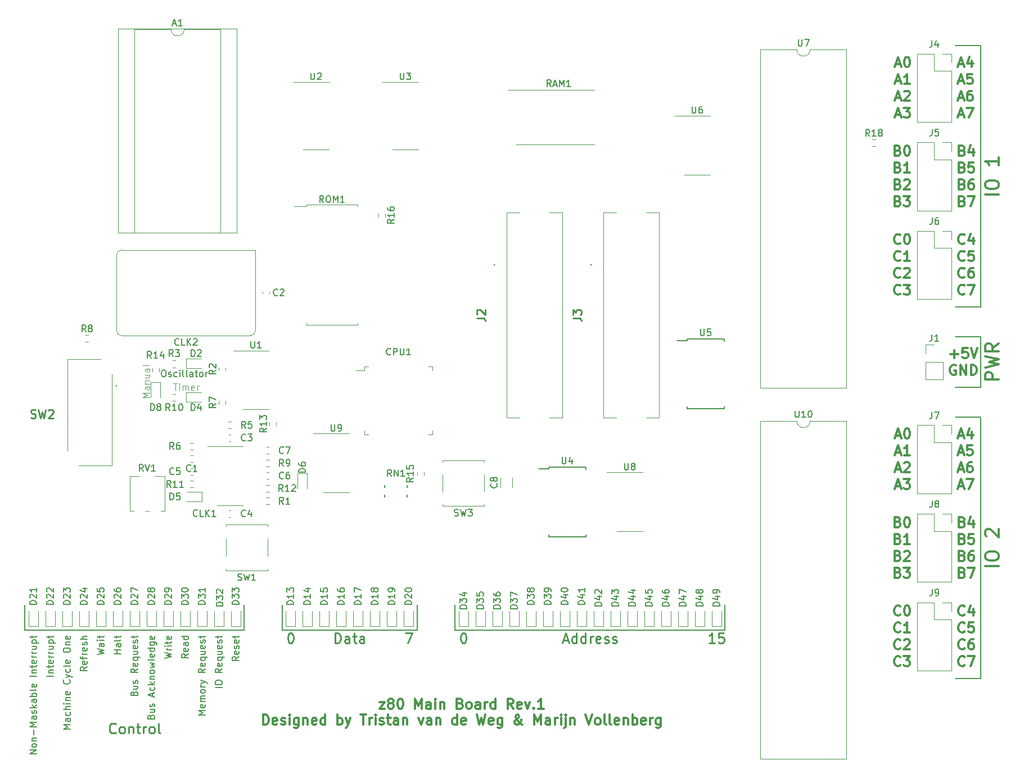
<source format=gbr>
%TF.GenerationSoftware,KiCad,Pcbnew,7.0.9*%
%TF.CreationDate,2023-11-28T19:04:43+01:00*%
%TF.ProjectId,z80,7a38302e-6b69-4636-9164-5f7063625858,1.0*%
%TF.SameCoordinates,Original*%
%TF.FileFunction,Legend,Top*%
%TF.FilePolarity,Positive*%
%FSLAX46Y46*%
G04 Gerber Fmt 4.6, Leading zero omitted, Abs format (unit mm)*
G04 Created by KiCad (PCBNEW 7.0.9) date 2023-11-28 19:04:43*
%MOMM*%
%LPD*%
G01*
G04 APERTURE LIST*
%ADD10C,0.150000*%
%ADD11C,0.300000*%
%ADD12C,0.225000*%
%ADD13C,0.125000*%
%ADD14C,0.254000*%
%ADD15C,0.120000*%
%ADD16C,0.100000*%
%ADD17C,0.200000*%
%ADD18C,0.152400*%
G04 APERTURE END LIST*
D10*
X231648000Y-127704000D02*
X227838000Y-127704000D01*
X146812000Y-116586000D02*
X146812000Y-120396000D01*
X227838000Y-88334000D02*
X231648000Y-88334000D01*
X146812000Y-120396000D02*
X126492000Y-120396000D01*
X193167000Y-116586000D02*
X193167000Y-120396000D01*
X231648000Y-32385000D02*
X231648000Y-71755000D01*
X231648000Y-76200000D02*
X231648000Y-83820000D01*
X231648000Y-88334000D02*
X231648000Y-127704000D01*
X120777000Y-116586000D02*
X120777000Y-120396000D01*
X227838000Y-76200000D02*
X231648000Y-76200000D01*
X152527000Y-120396000D02*
X152527000Y-116586000D01*
X126492000Y-120396000D02*
X126492000Y-116586000D01*
X231648000Y-71755000D02*
X227838000Y-71755000D01*
X120777000Y-120396000D02*
X87757000Y-120396000D01*
X231648000Y-83820000D02*
X227838000Y-83820000D01*
X193167000Y-120396000D02*
X152527000Y-120396000D01*
X87757000Y-120396000D02*
X87757000Y-116586000D01*
X227838000Y-32385000D02*
X231648000Y-32385000D01*
D11*
X228892510Y-50692614D02*
X229106796Y-50764042D01*
X229106796Y-50764042D02*
X229178225Y-50835471D01*
X229178225Y-50835471D02*
X229249653Y-50978328D01*
X229249653Y-50978328D02*
X229249653Y-51192614D01*
X229249653Y-51192614D02*
X229178225Y-51335471D01*
X229178225Y-51335471D02*
X229106796Y-51406900D01*
X229106796Y-51406900D02*
X228963939Y-51478328D01*
X228963939Y-51478328D02*
X228392510Y-51478328D01*
X228392510Y-51478328D02*
X228392510Y-49978328D01*
X228392510Y-49978328D02*
X228892510Y-49978328D01*
X228892510Y-49978328D02*
X229035368Y-50049757D01*
X229035368Y-50049757D02*
X229106796Y-50121185D01*
X229106796Y-50121185D02*
X229178225Y-50264042D01*
X229178225Y-50264042D02*
X229178225Y-50406900D01*
X229178225Y-50406900D02*
X229106796Y-50549757D01*
X229106796Y-50549757D02*
X229035368Y-50621185D01*
X229035368Y-50621185D02*
X228892510Y-50692614D01*
X228892510Y-50692614D02*
X228392510Y-50692614D01*
X230606796Y-49978328D02*
X229892510Y-49978328D01*
X229892510Y-49978328D02*
X229821082Y-50692614D01*
X229821082Y-50692614D02*
X229892510Y-50621185D01*
X229892510Y-50621185D02*
X230035368Y-50549757D01*
X230035368Y-50549757D02*
X230392510Y-50549757D01*
X230392510Y-50549757D02*
X230535368Y-50621185D01*
X230535368Y-50621185D02*
X230606796Y-50692614D01*
X230606796Y-50692614D02*
X230678225Y-50835471D01*
X230678225Y-50835471D02*
X230678225Y-51192614D01*
X230678225Y-51192614D02*
X230606796Y-51335471D01*
X230606796Y-51335471D02*
X230535368Y-51406900D01*
X230535368Y-51406900D02*
X230392510Y-51478328D01*
X230392510Y-51478328D02*
X230035368Y-51478328D01*
X230035368Y-51478328D02*
X229892510Y-51406900D01*
X229892510Y-51406900D02*
X229821082Y-51335471D01*
D10*
X119961819Y-124415399D02*
X119485628Y-124748732D01*
X119961819Y-124986827D02*
X118961819Y-124986827D01*
X118961819Y-124986827D02*
X118961819Y-124605875D01*
X118961819Y-124605875D02*
X119009438Y-124510637D01*
X119009438Y-124510637D02*
X119057057Y-124463018D01*
X119057057Y-124463018D02*
X119152295Y-124415399D01*
X119152295Y-124415399D02*
X119295152Y-124415399D01*
X119295152Y-124415399D02*
X119390390Y-124463018D01*
X119390390Y-124463018D02*
X119438009Y-124510637D01*
X119438009Y-124510637D02*
X119485628Y-124605875D01*
X119485628Y-124605875D02*
X119485628Y-124986827D01*
X119914200Y-123605875D02*
X119961819Y-123701113D01*
X119961819Y-123701113D02*
X119961819Y-123891589D01*
X119961819Y-123891589D02*
X119914200Y-123986827D01*
X119914200Y-123986827D02*
X119818961Y-124034446D01*
X119818961Y-124034446D02*
X119438009Y-124034446D01*
X119438009Y-124034446D02*
X119342771Y-123986827D01*
X119342771Y-123986827D02*
X119295152Y-123891589D01*
X119295152Y-123891589D02*
X119295152Y-123701113D01*
X119295152Y-123701113D02*
X119342771Y-123605875D01*
X119342771Y-123605875D02*
X119438009Y-123558256D01*
X119438009Y-123558256D02*
X119533247Y-123558256D01*
X119533247Y-123558256D02*
X119628485Y-124034446D01*
X119914200Y-123177303D02*
X119961819Y-123082065D01*
X119961819Y-123082065D02*
X119961819Y-122891589D01*
X119961819Y-122891589D02*
X119914200Y-122796351D01*
X119914200Y-122796351D02*
X119818961Y-122748732D01*
X119818961Y-122748732D02*
X119771342Y-122748732D01*
X119771342Y-122748732D02*
X119676104Y-122796351D01*
X119676104Y-122796351D02*
X119628485Y-122891589D01*
X119628485Y-122891589D02*
X119628485Y-123034446D01*
X119628485Y-123034446D02*
X119580866Y-123129684D01*
X119580866Y-123129684D02*
X119485628Y-123177303D01*
X119485628Y-123177303D02*
X119438009Y-123177303D01*
X119438009Y-123177303D02*
X119342771Y-123129684D01*
X119342771Y-123129684D02*
X119295152Y-123034446D01*
X119295152Y-123034446D02*
X119295152Y-122891589D01*
X119295152Y-122891589D02*
X119342771Y-122796351D01*
X119914200Y-121939208D02*
X119961819Y-122034446D01*
X119961819Y-122034446D02*
X119961819Y-122224922D01*
X119961819Y-122224922D02*
X119914200Y-122320160D01*
X119914200Y-122320160D02*
X119818961Y-122367779D01*
X119818961Y-122367779D02*
X119438009Y-122367779D01*
X119438009Y-122367779D02*
X119342771Y-122320160D01*
X119342771Y-122320160D02*
X119295152Y-122224922D01*
X119295152Y-122224922D02*
X119295152Y-122034446D01*
X119295152Y-122034446D02*
X119342771Y-121939208D01*
X119342771Y-121939208D02*
X119438009Y-121891589D01*
X119438009Y-121891589D02*
X119533247Y-121891589D01*
X119533247Y-121891589D02*
X119628485Y-122367779D01*
X119295152Y-121605874D02*
X119295152Y-121224922D01*
X118961819Y-121463017D02*
X119818961Y-121463017D01*
X119818961Y-121463017D02*
X119914200Y-121415398D01*
X119914200Y-121415398D02*
X119961819Y-121320160D01*
X119961819Y-121320160D02*
X119961819Y-121224922D01*
D11*
X228321082Y-37714757D02*
X229035368Y-37714757D01*
X228178225Y-38143328D02*
X228678225Y-36643328D01*
X228678225Y-36643328D02*
X229178225Y-38143328D01*
X230392510Y-36643328D02*
X229678224Y-36643328D01*
X229678224Y-36643328D02*
X229606796Y-37357614D01*
X229606796Y-37357614D02*
X229678224Y-37286185D01*
X229678224Y-37286185D02*
X229821082Y-37214757D01*
X229821082Y-37214757D02*
X230178224Y-37214757D01*
X230178224Y-37214757D02*
X230321082Y-37286185D01*
X230321082Y-37286185D02*
X230392510Y-37357614D01*
X230392510Y-37357614D02*
X230463939Y-37500471D01*
X230463939Y-37500471D02*
X230463939Y-37857614D01*
X230463939Y-37857614D02*
X230392510Y-38000471D01*
X230392510Y-38000471D02*
X230321082Y-38071900D01*
X230321082Y-38071900D02*
X230178224Y-38143328D01*
X230178224Y-38143328D02*
X229821082Y-38143328D01*
X229821082Y-38143328D02*
X229678224Y-38071900D01*
X229678224Y-38071900D02*
X229606796Y-38000471D01*
X219576346Y-120619471D02*
X219504918Y-120690900D01*
X219504918Y-120690900D02*
X219290632Y-120762328D01*
X219290632Y-120762328D02*
X219147775Y-120762328D01*
X219147775Y-120762328D02*
X218933489Y-120690900D01*
X218933489Y-120690900D02*
X218790632Y-120548042D01*
X218790632Y-120548042D02*
X218719203Y-120405185D01*
X218719203Y-120405185D02*
X218647775Y-120119471D01*
X218647775Y-120119471D02*
X218647775Y-119905185D01*
X218647775Y-119905185D02*
X218719203Y-119619471D01*
X218719203Y-119619471D02*
X218790632Y-119476614D01*
X218790632Y-119476614D02*
X218933489Y-119333757D01*
X218933489Y-119333757D02*
X219147775Y-119262328D01*
X219147775Y-119262328D02*
X219290632Y-119262328D01*
X219290632Y-119262328D02*
X219504918Y-119333757D01*
X219504918Y-119333757D02*
X219576346Y-119405185D01*
X221004918Y-120762328D02*
X220147775Y-120762328D01*
X220576346Y-120762328D02*
X220576346Y-119262328D01*
X220576346Y-119262328D02*
X220433489Y-119476614D01*
X220433489Y-119476614D02*
X220290632Y-119619471D01*
X220290632Y-119619471D02*
X220147775Y-119690900D01*
X218862061Y-93663757D02*
X219576347Y-93663757D01*
X218719204Y-94092328D02*
X219219204Y-92592328D01*
X219219204Y-92592328D02*
X219719204Y-94092328D01*
X221004918Y-94092328D02*
X220147775Y-94092328D01*
X220576346Y-94092328D02*
X220576346Y-92592328D01*
X220576346Y-92592328D02*
X220433489Y-92806614D01*
X220433489Y-92806614D02*
X220290632Y-92949471D01*
X220290632Y-92949471D02*
X220147775Y-93020900D01*
D10*
X98641819Y-124082064D02*
X99641819Y-123843969D01*
X99641819Y-123843969D02*
X98927533Y-123653493D01*
X98927533Y-123653493D02*
X99641819Y-123463017D01*
X99641819Y-123463017D02*
X98641819Y-123224922D01*
X99641819Y-122415398D02*
X99118009Y-122415398D01*
X99118009Y-122415398D02*
X99022771Y-122463017D01*
X99022771Y-122463017D02*
X98975152Y-122558255D01*
X98975152Y-122558255D02*
X98975152Y-122748731D01*
X98975152Y-122748731D02*
X99022771Y-122843969D01*
X99594200Y-122415398D02*
X99641819Y-122510636D01*
X99641819Y-122510636D02*
X99641819Y-122748731D01*
X99641819Y-122748731D02*
X99594200Y-122843969D01*
X99594200Y-122843969D02*
X99498961Y-122891588D01*
X99498961Y-122891588D02*
X99403723Y-122891588D01*
X99403723Y-122891588D02*
X99308485Y-122843969D01*
X99308485Y-122843969D02*
X99260866Y-122748731D01*
X99260866Y-122748731D02*
X99260866Y-122510636D01*
X99260866Y-122510636D02*
X99213247Y-122415398D01*
X99641819Y-121939207D02*
X98975152Y-121939207D01*
X98641819Y-121939207D02*
X98689438Y-121986826D01*
X98689438Y-121986826D02*
X98737057Y-121939207D01*
X98737057Y-121939207D02*
X98689438Y-121891588D01*
X98689438Y-121891588D02*
X98641819Y-121939207D01*
X98641819Y-121939207D02*
X98737057Y-121939207D01*
X98975152Y-121605874D02*
X98975152Y-121224922D01*
X98641819Y-121463017D02*
X99498961Y-121463017D01*
X99498961Y-121463017D02*
X99594200Y-121415398D01*
X99594200Y-121415398D02*
X99641819Y-121320160D01*
X99641819Y-121320160D02*
X99641819Y-121224922D01*
X104198009Y-129939209D02*
X104245628Y-129796352D01*
X104245628Y-129796352D02*
X104293247Y-129748733D01*
X104293247Y-129748733D02*
X104388485Y-129701114D01*
X104388485Y-129701114D02*
X104531342Y-129701114D01*
X104531342Y-129701114D02*
X104626580Y-129748733D01*
X104626580Y-129748733D02*
X104674200Y-129796352D01*
X104674200Y-129796352D02*
X104721819Y-129891590D01*
X104721819Y-129891590D02*
X104721819Y-130272542D01*
X104721819Y-130272542D02*
X103721819Y-130272542D01*
X103721819Y-130272542D02*
X103721819Y-129939209D01*
X103721819Y-129939209D02*
X103769438Y-129843971D01*
X103769438Y-129843971D02*
X103817057Y-129796352D01*
X103817057Y-129796352D02*
X103912295Y-129748733D01*
X103912295Y-129748733D02*
X104007533Y-129748733D01*
X104007533Y-129748733D02*
X104102771Y-129796352D01*
X104102771Y-129796352D02*
X104150390Y-129843971D01*
X104150390Y-129843971D02*
X104198009Y-129939209D01*
X104198009Y-129939209D02*
X104198009Y-130272542D01*
X104055152Y-128843971D02*
X104721819Y-128843971D01*
X104055152Y-129272542D02*
X104578961Y-129272542D01*
X104578961Y-129272542D02*
X104674200Y-129224923D01*
X104674200Y-129224923D02*
X104721819Y-129129685D01*
X104721819Y-129129685D02*
X104721819Y-128986828D01*
X104721819Y-128986828D02*
X104674200Y-128891590D01*
X104674200Y-128891590D02*
X104626580Y-128843971D01*
X104674200Y-128415399D02*
X104721819Y-128320161D01*
X104721819Y-128320161D02*
X104721819Y-128129685D01*
X104721819Y-128129685D02*
X104674200Y-128034447D01*
X104674200Y-128034447D02*
X104578961Y-127986828D01*
X104578961Y-127986828D02*
X104531342Y-127986828D01*
X104531342Y-127986828D02*
X104436104Y-128034447D01*
X104436104Y-128034447D02*
X104388485Y-128129685D01*
X104388485Y-128129685D02*
X104388485Y-128272542D01*
X104388485Y-128272542D02*
X104340866Y-128367780D01*
X104340866Y-128367780D02*
X104245628Y-128415399D01*
X104245628Y-128415399D02*
X104198009Y-128415399D01*
X104198009Y-128415399D02*
X104102771Y-128367780D01*
X104102771Y-128367780D02*
X104055152Y-128272542D01*
X104055152Y-128272542D02*
X104055152Y-128129685D01*
X104055152Y-128129685D02*
X104102771Y-128034447D01*
X104721819Y-126224923D02*
X104245628Y-126558256D01*
X104721819Y-126796351D02*
X103721819Y-126796351D01*
X103721819Y-126796351D02*
X103721819Y-126415399D01*
X103721819Y-126415399D02*
X103769438Y-126320161D01*
X103769438Y-126320161D02*
X103817057Y-126272542D01*
X103817057Y-126272542D02*
X103912295Y-126224923D01*
X103912295Y-126224923D02*
X104055152Y-126224923D01*
X104055152Y-126224923D02*
X104150390Y-126272542D01*
X104150390Y-126272542D02*
X104198009Y-126320161D01*
X104198009Y-126320161D02*
X104245628Y-126415399D01*
X104245628Y-126415399D02*
X104245628Y-126796351D01*
X104674200Y-125415399D02*
X104721819Y-125510637D01*
X104721819Y-125510637D02*
X104721819Y-125701113D01*
X104721819Y-125701113D02*
X104674200Y-125796351D01*
X104674200Y-125796351D02*
X104578961Y-125843970D01*
X104578961Y-125843970D02*
X104198009Y-125843970D01*
X104198009Y-125843970D02*
X104102771Y-125796351D01*
X104102771Y-125796351D02*
X104055152Y-125701113D01*
X104055152Y-125701113D02*
X104055152Y-125510637D01*
X104055152Y-125510637D02*
X104102771Y-125415399D01*
X104102771Y-125415399D02*
X104198009Y-125367780D01*
X104198009Y-125367780D02*
X104293247Y-125367780D01*
X104293247Y-125367780D02*
X104388485Y-125843970D01*
X104055152Y-124510637D02*
X105055152Y-124510637D01*
X104674200Y-124510637D02*
X104721819Y-124605875D01*
X104721819Y-124605875D02*
X104721819Y-124796351D01*
X104721819Y-124796351D02*
X104674200Y-124891589D01*
X104674200Y-124891589D02*
X104626580Y-124939208D01*
X104626580Y-124939208D02*
X104531342Y-124986827D01*
X104531342Y-124986827D02*
X104245628Y-124986827D01*
X104245628Y-124986827D02*
X104150390Y-124939208D01*
X104150390Y-124939208D02*
X104102771Y-124891589D01*
X104102771Y-124891589D02*
X104055152Y-124796351D01*
X104055152Y-124796351D02*
X104055152Y-124605875D01*
X104055152Y-124605875D02*
X104102771Y-124510637D01*
X104055152Y-123605875D02*
X104721819Y-123605875D01*
X104055152Y-124034446D02*
X104578961Y-124034446D01*
X104578961Y-124034446D02*
X104674200Y-123986827D01*
X104674200Y-123986827D02*
X104721819Y-123891589D01*
X104721819Y-123891589D02*
X104721819Y-123748732D01*
X104721819Y-123748732D02*
X104674200Y-123653494D01*
X104674200Y-123653494D02*
X104626580Y-123605875D01*
X104674200Y-122748732D02*
X104721819Y-122843970D01*
X104721819Y-122843970D02*
X104721819Y-123034446D01*
X104721819Y-123034446D02*
X104674200Y-123129684D01*
X104674200Y-123129684D02*
X104578961Y-123177303D01*
X104578961Y-123177303D02*
X104198009Y-123177303D01*
X104198009Y-123177303D02*
X104102771Y-123129684D01*
X104102771Y-123129684D02*
X104055152Y-123034446D01*
X104055152Y-123034446D02*
X104055152Y-122843970D01*
X104055152Y-122843970D02*
X104102771Y-122748732D01*
X104102771Y-122748732D02*
X104198009Y-122701113D01*
X104198009Y-122701113D02*
X104293247Y-122701113D01*
X104293247Y-122701113D02*
X104388485Y-123177303D01*
X104674200Y-122320160D02*
X104721819Y-122224922D01*
X104721819Y-122224922D02*
X104721819Y-122034446D01*
X104721819Y-122034446D02*
X104674200Y-121939208D01*
X104674200Y-121939208D02*
X104578961Y-121891589D01*
X104578961Y-121891589D02*
X104531342Y-121891589D01*
X104531342Y-121891589D02*
X104436104Y-121939208D01*
X104436104Y-121939208D02*
X104388485Y-122034446D01*
X104388485Y-122034446D02*
X104388485Y-122177303D01*
X104388485Y-122177303D02*
X104340866Y-122272541D01*
X104340866Y-122272541D02*
X104245628Y-122320160D01*
X104245628Y-122320160D02*
X104198009Y-122320160D01*
X104198009Y-122320160D02*
X104102771Y-122272541D01*
X104102771Y-122272541D02*
X104055152Y-122177303D01*
X104055152Y-122177303D02*
X104055152Y-122034446D01*
X104055152Y-122034446D02*
X104102771Y-121939208D01*
X104055152Y-121605874D02*
X104055152Y-121224922D01*
X103721819Y-121463017D02*
X104578961Y-121463017D01*
X104578961Y-121463017D02*
X104674200Y-121415398D01*
X104674200Y-121415398D02*
X104721819Y-121320160D01*
X104721819Y-121320160D02*
X104721819Y-121224922D01*
D11*
X219219203Y-48152614D02*
X219433489Y-48224042D01*
X219433489Y-48224042D02*
X219504918Y-48295471D01*
X219504918Y-48295471D02*
X219576346Y-48438328D01*
X219576346Y-48438328D02*
X219576346Y-48652614D01*
X219576346Y-48652614D02*
X219504918Y-48795471D01*
X219504918Y-48795471D02*
X219433489Y-48866900D01*
X219433489Y-48866900D02*
X219290632Y-48938328D01*
X219290632Y-48938328D02*
X218719203Y-48938328D01*
X218719203Y-48938328D02*
X218719203Y-47438328D01*
X218719203Y-47438328D02*
X219219203Y-47438328D01*
X219219203Y-47438328D02*
X219362061Y-47509757D01*
X219362061Y-47509757D02*
X219433489Y-47581185D01*
X219433489Y-47581185D02*
X219504918Y-47724042D01*
X219504918Y-47724042D02*
X219504918Y-47866900D01*
X219504918Y-47866900D02*
X219433489Y-48009757D01*
X219433489Y-48009757D02*
X219362061Y-48081185D01*
X219362061Y-48081185D02*
X219219203Y-48152614D01*
X219219203Y-48152614D02*
X218719203Y-48152614D01*
X220504918Y-47438328D02*
X220647775Y-47438328D01*
X220647775Y-47438328D02*
X220790632Y-47509757D01*
X220790632Y-47509757D02*
X220862061Y-47581185D01*
X220862061Y-47581185D02*
X220933489Y-47724042D01*
X220933489Y-47724042D02*
X221004918Y-48009757D01*
X221004918Y-48009757D02*
X221004918Y-48366900D01*
X221004918Y-48366900D02*
X220933489Y-48652614D01*
X220933489Y-48652614D02*
X220862061Y-48795471D01*
X220862061Y-48795471D02*
X220790632Y-48866900D01*
X220790632Y-48866900D02*
X220647775Y-48938328D01*
X220647775Y-48938328D02*
X220504918Y-48938328D01*
X220504918Y-48938328D02*
X220362061Y-48866900D01*
X220362061Y-48866900D02*
X220290632Y-48795471D01*
X220290632Y-48795471D02*
X220219203Y-48652614D01*
X220219203Y-48652614D02*
X220147775Y-48366900D01*
X220147775Y-48366900D02*
X220147775Y-48009757D01*
X220147775Y-48009757D02*
X220219203Y-47724042D01*
X220219203Y-47724042D02*
X220290632Y-47581185D01*
X220290632Y-47581185D02*
X220362061Y-47509757D01*
X220362061Y-47509757D02*
X220504918Y-47438328D01*
X218862061Y-96203757D02*
X219576347Y-96203757D01*
X218719204Y-96632328D02*
X219219204Y-95132328D01*
X219219204Y-95132328D02*
X219719204Y-96632328D01*
X220147775Y-95275185D02*
X220219203Y-95203757D01*
X220219203Y-95203757D02*
X220362061Y-95132328D01*
X220362061Y-95132328D02*
X220719203Y-95132328D01*
X220719203Y-95132328D02*
X220862061Y-95203757D01*
X220862061Y-95203757D02*
X220933489Y-95275185D01*
X220933489Y-95275185D02*
X221004918Y-95418042D01*
X221004918Y-95418042D02*
X221004918Y-95560900D01*
X221004918Y-95560900D02*
X220933489Y-95775185D01*
X220933489Y-95775185D02*
X220076346Y-96632328D01*
X220076346Y-96632328D02*
X221004918Y-96632328D01*
X228892510Y-111721614D02*
X229106796Y-111793042D01*
X229106796Y-111793042D02*
X229178225Y-111864471D01*
X229178225Y-111864471D02*
X229249653Y-112007328D01*
X229249653Y-112007328D02*
X229249653Y-112221614D01*
X229249653Y-112221614D02*
X229178225Y-112364471D01*
X229178225Y-112364471D02*
X229106796Y-112435900D01*
X229106796Y-112435900D02*
X228963939Y-112507328D01*
X228963939Y-112507328D02*
X228392510Y-112507328D01*
X228392510Y-112507328D02*
X228392510Y-111007328D01*
X228392510Y-111007328D02*
X228892510Y-111007328D01*
X228892510Y-111007328D02*
X229035368Y-111078757D01*
X229035368Y-111078757D02*
X229106796Y-111150185D01*
X229106796Y-111150185D02*
X229178225Y-111293042D01*
X229178225Y-111293042D02*
X229178225Y-111435900D01*
X229178225Y-111435900D02*
X229106796Y-111578757D01*
X229106796Y-111578757D02*
X229035368Y-111650185D01*
X229035368Y-111650185D02*
X228892510Y-111721614D01*
X228892510Y-111721614D02*
X228392510Y-111721614D01*
X229749653Y-111007328D02*
X230749653Y-111007328D01*
X230749653Y-111007328D02*
X230106796Y-112507328D01*
X219576346Y-67210471D02*
X219504918Y-67281900D01*
X219504918Y-67281900D02*
X219290632Y-67353328D01*
X219290632Y-67353328D02*
X219147775Y-67353328D01*
X219147775Y-67353328D02*
X218933489Y-67281900D01*
X218933489Y-67281900D02*
X218790632Y-67139042D01*
X218790632Y-67139042D02*
X218719203Y-66996185D01*
X218719203Y-66996185D02*
X218647775Y-66710471D01*
X218647775Y-66710471D02*
X218647775Y-66496185D01*
X218647775Y-66496185D02*
X218719203Y-66210471D01*
X218719203Y-66210471D02*
X218790632Y-66067614D01*
X218790632Y-66067614D02*
X218933489Y-65924757D01*
X218933489Y-65924757D02*
X219147775Y-65853328D01*
X219147775Y-65853328D02*
X219290632Y-65853328D01*
X219290632Y-65853328D02*
X219504918Y-65924757D01*
X219504918Y-65924757D02*
X219576346Y-65996185D01*
X220147775Y-65996185D02*
X220219203Y-65924757D01*
X220219203Y-65924757D02*
X220362061Y-65853328D01*
X220362061Y-65853328D02*
X220719203Y-65853328D01*
X220719203Y-65853328D02*
X220862061Y-65924757D01*
X220862061Y-65924757D02*
X220933489Y-65996185D01*
X220933489Y-65996185D02*
X221004918Y-66139042D01*
X221004918Y-66139042D02*
X221004918Y-66281900D01*
X221004918Y-66281900D02*
X220933489Y-66496185D01*
X220933489Y-66496185D02*
X220076346Y-67353328D01*
X220076346Y-67353328D02*
X221004918Y-67353328D01*
X228892510Y-48152614D02*
X229106796Y-48224042D01*
X229106796Y-48224042D02*
X229178225Y-48295471D01*
X229178225Y-48295471D02*
X229249653Y-48438328D01*
X229249653Y-48438328D02*
X229249653Y-48652614D01*
X229249653Y-48652614D02*
X229178225Y-48795471D01*
X229178225Y-48795471D02*
X229106796Y-48866900D01*
X229106796Y-48866900D02*
X228963939Y-48938328D01*
X228963939Y-48938328D02*
X228392510Y-48938328D01*
X228392510Y-48938328D02*
X228392510Y-47438328D01*
X228392510Y-47438328D02*
X228892510Y-47438328D01*
X228892510Y-47438328D02*
X229035368Y-47509757D01*
X229035368Y-47509757D02*
X229106796Y-47581185D01*
X229106796Y-47581185D02*
X229178225Y-47724042D01*
X229178225Y-47724042D02*
X229178225Y-47866900D01*
X229178225Y-47866900D02*
X229106796Y-48009757D01*
X229106796Y-48009757D02*
X229035368Y-48081185D01*
X229035368Y-48081185D02*
X228892510Y-48152614D01*
X228892510Y-48152614D02*
X228392510Y-48152614D01*
X230535368Y-47938328D02*
X230535368Y-48938328D01*
X230178225Y-47366900D02*
X229821082Y-48438328D01*
X229821082Y-48438328D02*
X230749653Y-48438328D01*
D12*
X168811286Y-121919657D02*
X169525572Y-121919657D01*
X168668429Y-122348228D02*
X169168429Y-120848228D01*
X169168429Y-120848228D02*
X169668429Y-122348228D01*
X170811286Y-122348228D02*
X170811286Y-120848228D01*
X170811286Y-122276800D02*
X170668428Y-122348228D01*
X170668428Y-122348228D02*
X170382714Y-122348228D01*
X170382714Y-122348228D02*
X170239857Y-122276800D01*
X170239857Y-122276800D02*
X170168428Y-122205371D01*
X170168428Y-122205371D02*
X170097000Y-122062514D01*
X170097000Y-122062514D02*
X170097000Y-121633942D01*
X170097000Y-121633942D02*
X170168428Y-121491085D01*
X170168428Y-121491085D02*
X170239857Y-121419657D01*
X170239857Y-121419657D02*
X170382714Y-121348228D01*
X170382714Y-121348228D02*
X170668428Y-121348228D01*
X170668428Y-121348228D02*
X170811286Y-121419657D01*
X172168429Y-122348228D02*
X172168429Y-120848228D01*
X172168429Y-122276800D02*
X172025571Y-122348228D01*
X172025571Y-122348228D02*
X171739857Y-122348228D01*
X171739857Y-122348228D02*
X171597000Y-122276800D01*
X171597000Y-122276800D02*
X171525571Y-122205371D01*
X171525571Y-122205371D02*
X171454143Y-122062514D01*
X171454143Y-122062514D02*
X171454143Y-121633942D01*
X171454143Y-121633942D02*
X171525571Y-121491085D01*
X171525571Y-121491085D02*
X171597000Y-121419657D01*
X171597000Y-121419657D02*
X171739857Y-121348228D01*
X171739857Y-121348228D02*
X172025571Y-121348228D01*
X172025571Y-121348228D02*
X172168429Y-121419657D01*
X172882714Y-122348228D02*
X172882714Y-121348228D01*
X172882714Y-121633942D02*
X172954143Y-121491085D01*
X172954143Y-121491085D02*
X173025572Y-121419657D01*
X173025572Y-121419657D02*
X173168429Y-121348228D01*
X173168429Y-121348228D02*
X173311286Y-121348228D01*
X174382714Y-122276800D02*
X174239857Y-122348228D01*
X174239857Y-122348228D02*
X173954143Y-122348228D01*
X173954143Y-122348228D02*
X173811285Y-122276800D01*
X173811285Y-122276800D02*
X173739857Y-122133942D01*
X173739857Y-122133942D02*
X173739857Y-121562514D01*
X173739857Y-121562514D02*
X173811285Y-121419657D01*
X173811285Y-121419657D02*
X173954143Y-121348228D01*
X173954143Y-121348228D02*
X174239857Y-121348228D01*
X174239857Y-121348228D02*
X174382714Y-121419657D01*
X174382714Y-121419657D02*
X174454143Y-121562514D01*
X174454143Y-121562514D02*
X174454143Y-121705371D01*
X174454143Y-121705371D02*
X173739857Y-121848228D01*
X175025571Y-122276800D02*
X175168428Y-122348228D01*
X175168428Y-122348228D02*
X175454142Y-122348228D01*
X175454142Y-122348228D02*
X175596999Y-122276800D01*
X175596999Y-122276800D02*
X175668428Y-122133942D01*
X175668428Y-122133942D02*
X175668428Y-122062514D01*
X175668428Y-122062514D02*
X175596999Y-121919657D01*
X175596999Y-121919657D02*
X175454142Y-121848228D01*
X175454142Y-121848228D02*
X175239857Y-121848228D01*
X175239857Y-121848228D02*
X175096999Y-121776800D01*
X175096999Y-121776800D02*
X175025571Y-121633942D01*
X175025571Y-121633942D02*
X175025571Y-121562514D01*
X175025571Y-121562514D02*
X175096999Y-121419657D01*
X175096999Y-121419657D02*
X175239857Y-121348228D01*
X175239857Y-121348228D02*
X175454142Y-121348228D01*
X175454142Y-121348228D02*
X175596999Y-121419657D01*
X176239857Y-122276800D02*
X176382714Y-122348228D01*
X176382714Y-122348228D02*
X176668428Y-122348228D01*
X176668428Y-122348228D02*
X176811285Y-122276800D01*
X176811285Y-122276800D02*
X176882714Y-122133942D01*
X176882714Y-122133942D02*
X176882714Y-122062514D01*
X176882714Y-122062514D02*
X176811285Y-121919657D01*
X176811285Y-121919657D02*
X176668428Y-121848228D01*
X176668428Y-121848228D02*
X176454143Y-121848228D01*
X176454143Y-121848228D02*
X176311285Y-121776800D01*
X176311285Y-121776800D02*
X176239857Y-121633942D01*
X176239857Y-121633942D02*
X176239857Y-121562514D01*
X176239857Y-121562514D02*
X176311285Y-121419657D01*
X176311285Y-121419657D02*
X176454143Y-121348228D01*
X176454143Y-121348228D02*
X176668428Y-121348228D01*
X176668428Y-121348228D02*
X176811285Y-121419657D01*
D11*
X218862061Y-40254757D02*
X219576347Y-40254757D01*
X218719204Y-40683328D02*
X219219204Y-39183328D01*
X219219204Y-39183328D02*
X219719204Y-40683328D01*
X220147775Y-39326185D02*
X220219203Y-39254757D01*
X220219203Y-39254757D02*
X220362061Y-39183328D01*
X220362061Y-39183328D02*
X220719203Y-39183328D01*
X220719203Y-39183328D02*
X220862061Y-39254757D01*
X220862061Y-39254757D02*
X220933489Y-39326185D01*
X220933489Y-39326185D02*
X221004918Y-39469042D01*
X221004918Y-39469042D02*
X221004918Y-39611900D01*
X221004918Y-39611900D02*
X220933489Y-39826185D01*
X220933489Y-39826185D02*
X220076346Y-40683328D01*
X220076346Y-40683328D02*
X221004918Y-40683328D01*
D12*
X101409857Y-135794371D02*
X101338429Y-135865800D01*
X101338429Y-135865800D02*
X101124143Y-135937228D01*
X101124143Y-135937228D02*
X100981286Y-135937228D01*
X100981286Y-135937228D02*
X100767000Y-135865800D01*
X100767000Y-135865800D02*
X100624143Y-135722942D01*
X100624143Y-135722942D02*
X100552714Y-135580085D01*
X100552714Y-135580085D02*
X100481286Y-135294371D01*
X100481286Y-135294371D02*
X100481286Y-135080085D01*
X100481286Y-135080085D02*
X100552714Y-134794371D01*
X100552714Y-134794371D02*
X100624143Y-134651514D01*
X100624143Y-134651514D02*
X100767000Y-134508657D01*
X100767000Y-134508657D02*
X100981286Y-134437228D01*
X100981286Y-134437228D02*
X101124143Y-134437228D01*
X101124143Y-134437228D02*
X101338429Y-134508657D01*
X101338429Y-134508657D02*
X101409857Y-134580085D01*
X102267000Y-135937228D02*
X102124143Y-135865800D01*
X102124143Y-135865800D02*
X102052714Y-135794371D01*
X102052714Y-135794371D02*
X101981286Y-135651514D01*
X101981286Y-135651514D02*
X101981286Y-135222942D01*
X101981286Y-135222942D02*
X102052714Y-135080085D01*
X102052714Y-135080085D02*
X102124143Y-135008657D01*
X102124143Y-135008657D02*
X102267000Y-134937228D01*
X102267000Y-134937228D02*
X102481286Y-134937228D01*
X102481286Y-134937228D02*
X102624143Y-135008657D01*
X102624143Y-135008657D02*
X102695572Y-135080085D01*
X102695572Y-135080085D02*
X102767000Y-135222942D01*
X102767000Y-135222942D02*
X102767000Y-135651514D01*
X102767000Y-135651514D02*
X102695572Y-135794371D01*
X102695572Y-135794371D02*
X102624143Y-135865800D01*
X102624143Y-135865800D02*
X102481286Y-135937228D01*
X102481286Y-135937228D02*
X102267000Y-135937228D01*
X103409857Y-134937228D02*
X103409857Y-135937228D01*
X103409857Y-135080085D02*
X103481286Y-135008657D01*
X103481286Y-135008657D02*
X103624143Y-134937228D01*
X103624143Y-134937228D02*
X103838429Y-134937228D01*
X103838429Y-134937228D02*
X103981286Y-135008657D01*
X103981286Y-135008657D02*
X104052715Y-135151514D01*
X104052715Y-135151514D02*
X104052715Y-135937228D01*
X104552715Y-134937228D02*
X105124143Y-134937228D01*
X104767000Y-134437228D02*
X104767000Y-135722942D01*
X104767000Y-135722942D02*
X104838429Y-135865800D01*
X104838429Y-135865800D02*
X104981286Y-135937228D01*
X104981286Y-135937228D02*
X105124143Y-135937228D01*
X105624143Y-135937228D02*
X105624143Y-134937228D01*
X105624143Y-135222942D02*
X105695572Y-135080085D01*
X105695572Y-135080085D02*
X105767001Y-135008657D01*
X105767001Y-135008657D02*
X105909858Y-134937228D01*
X105909858Y-134937228D02*
X106052715Y-134937228D01*
X106767000Y-135937228D02*
X106624143Y-135865800D01*
X106624143Y-135865800D02*
X106552714Y-135794371D01*
X106552714Y-135794371D02*
X106481286Y-135651514D01*
X106481286Y-135651514D02*
X106481286Y-135222942D01*
X106481286Y-135222942D02*
X106552714Y-135080085D01*
X106552714Y-135080085D02*
X106624143Y-135008657D01*
X106624143Y-135008657D02*
X106767000Y-134937228D01*
X106767000Y-134937228D02*
X106981286Y-134937228D01*
X106981286Y-134937228D02*
X107124143Y-135008657D01*
X107124143Y-135008657D02*
X107195572Y-135080085D01*
X107195572Y-135080085D02*
X107267000Y-135222942D01*
X107267000Y-135222942D02*
X107267000Y-135651514D01*
X107267000Y-135651514D02*
X107195572Y-135794371D01*
X107195572Y-135794371D02*
X107124143Y-135865800D01*
X107124143Y-135865800D02*
X106981286Y-135937228D01*
X106981286Y-135937228D02*
X106767000Y-135937228D01*
X108124143Y-135937228D02*
X107981286Y-135865800D01*
X107981286Y-135865800D02*
X107909857Y-135722942D01*
X107909857Y-135722942D02*
X107909857Y-134437228D01*
D11*
X219219203Y-53232614D02*
X219433489Y-53304042D01*
X219433489Y-53304042D02*
X219504918Y-53375471D01*
X219504918Y-53375471D02*
X219576346Y-53518328D01*
X219576346Y-53518328D02*
X219576346Y-53732614D01*
X219576346Y-53732614D02*
X219504918Y-53875471D01*
X219504918Y-53875471D02*
X219433489Y-53946900D01*
X219433489Y-53946900D02*
X219290632Y-54018328D01*
X219290632Y-54018328D02*
X218719203Y-54018328D01*
X218719203Y-54018328D02*
X218719203Y-52518328D01*
X218719203Y-52518328D02*
X219219203Y-52518328D01*
X219219203Y-52518328D02*
X219362061Y-52589757D01*
X219362061Y-52589757D02*
X219433489Y-52661185D01*
X219433489Y-52661185D02*
X219504918Y-52804042D01*
X219504918Y-52804042D02*
X219504918Y-52946900D01*
X219504918Y-52946900D02*
X219433489Y-53089757D01*
X219433489Y-53089757D02*
X219362061Y-53161185D01*
X219362061Y-53161185D02*
X219219203Y-53232614D01*
X219219203Y-53232614D02*
X218719203Y-53232614D01*
X220147775Y-52661185D02*
X220219203Y-52589757D01*
X220219203Y-52589757D02*
X220362061Y-52518328D01*
X220362061Y-52518328D02*
X220719203Y-52518328D01*
X220719203Y-52518328D02*
X220862061Y-52589757D01*
X220862061Y-52589757D02*
X220933489Y-52661185D01*
X220933489Y-52661185D02*
X221004918Y-52804042D01*
X221004918Y-52804042D02*
X221004918Y-52946900D01*
X221004918Y-52946900D02*
X220933489Y-53161185D01*
X220933489Y-53161185D02*
X220076346Y-54018328D01*
X220076346Y-54018328D02*
X221004918Y-54018328D01*
X218862061Y-91123757D02*
X219576347Y-91123757D01*
X218719204Y-91552328D02*
X219219204Y-90052328D01*
X219219204Y-90052328D02*
X219719204Y-91552328D01*
X220504918Y-90052328D02*
X220647775Y-90052328D01*
X220647775Y-90052328D02*
X220790632Y-90123757D01*
X220790632Y-90123757D02*
X220862061Y-90195185D01*
X220862061Y-90195185D02*
X220933489Y-90338042D01*
X220933489Y-90338042D02*
X221004918Y-90623757D01*
X221004918Y-90623757D02*
X221004918Y-90980900D01*
X221004918Y-90980900D02*
X220933489Y-91266614D01*
X220933489Y-91266614D02*
X220862061Y-91409471D01*
X220862061Y-91409471D02*
X220790632Y-91480900D01*
X220790632Y-91480900D02*
X220647775Y-91552328D01*
X220647775Y-91552328D02*
X220504918Y-91552328D01*
X220504918Y-91552328D02*
X220362061Y-91480900D01*
X220362061Y-91480900D02*
X220290632Y-91409471D01*
X220290632Y-91409471D02*
X220219203Y-91266614D01*
X220219203Y-91266614D02*
X220147775Y-90980900D01*
X220147775Y-90980900D02*
X220147775Y-90623757D01*
X220147775Y-90623757D02*
X220219203Y-90338042D01*
X220219203Y-90338042D02*
X220290632Y-90195185D01*
X220290632Y-90195185D02*
X220362061Y-90123757D01*
X220362061Y-90123757D02*
X220504918Y-90052328D01*
X229249653Y-120619471D02*
X229178225Y-120690900D01*
X229178225Y-120690900D02*
X228963939Y-120762328D01*
X228963939Y-120762328D02*
X228821082Y-120762328D01*
X228821082Y-120762328D02*
X228606796Y-120690900D01*
X228606796Y-120690900D02*
X228463939Y-120548042D01*
X228463939Y-120548042D02*
X228392510Y-120405185D01*
X228392510Y-120405185D02*
X228321082Y-120119471D01*
X228321082Y-120119471D02*
X228321082Y-119905185D01*
X228321082Y-119905185D02*
X228392510Y-119619471D01*
X228392510Y-119619471D02*
X228463939Y-119476614D01*
X228463939Y-119476614D02*
X228606796Y-119333757D01*
X228606796Y-119333757D02*
X228821082Y-119262328D01*
X228821082Y-119262328D02*
X228963939Y-119262328D01*
X228963939Y-119262328D02*
X229178225Y-119333757D01*
X229178225Y-119333757D02*
X229249653Y-119405185D01*
X230606796Y-119262328D02*
X229892510Y-119262328D01*
X229892510Y-119262328D02*
X229821082Y-119976614D01*
X229821082Y-119976614D02*
X229892510Y-119905185D01*
X229892510Y-119905185D02*
X230035368Y-119833757D01*
X230035368Y-119833757D02*
X230392510Y-119833757D01*
X230392510Y-119833757D02*
X230535368Y-119905185D01*
X230535368Y-119905185D02*
X230606796Y-119976614D01*
X230606796Y-119976614D02*
X230678225Y-120119471D01*
X230678225Y-120119471D02*
X230678225Y-120476614D01*
X230678225Y-120476614D02*
X230606796Y-120619471D01*
X230606796Y-120619471D02*
X230535368Y-120690900D01*
X230535368Y-120690900D02*
X230392510Y-120762328D01*
X230392510Y-120762328D02*
X230035368Y-120762328D01*
X230035368Y-120762328D02*
X229892510Y-120690900D01*
X229892510Y-120690900D02*
X229821082Y-120619471D01*
X219576346Y-118079471D02*
X219504918Y-118150900D01*
X219504918Y-118150900D02*
X219290632Y-118222328D01*
X219290632Y-118222328D02*
X219147775Y-118222328D01*
X219147775Y-118222328D02*
X218933489Y-118150900D01*
X218933489Y-118150900D02*
X218790632Y-118008042D01*
X218790632Y-118008042D02*
X218719203Y-117865185D01*
X218719203Y-117865185D02*
X218647775Y-117579471D01*
X218647775Y-117579471D02*
X218647775Y-117365185D01*
X218647775Y-117365185D02*
X218719203Y-117079471D01*
X218719203Y-117079471D02*
X218790632Y-116936614D01*
X218790632Y-116936614D02*
X218933489Y-116793757D01*
X218933489Y-116793757D02*
X219147775Y-116722328D01*
X219147775Y-116722328D02*
X219290632Y-116722328D01*
X219290632Y-116722328D02*
X219504918Y-116793757D01*
X219504918Y-116793757D02*
X219576346Y-116865185D01*
X220504918Y-116722328D02*
X220647775Y-116722328D01*
X220647775Y-116722328D02*
X220790632Y-116793757D01*
X220790632Y-116793757D02*
X220862061Y-116865185D01*
X220862061Y-116865185D02*
X220933489Y-117008042D01*
X220933489Y-117008042D02*
X221004918Y-117293757D01*
X221004918Y-117293757D02*
X221004918Y-117650900D01*
X221004918Y-117650900D02*
X220933489Y-117936614D01*
X220933489Y-117936614D02*
X220862061Y-118079471D01*
X220862061Y-118079471D02*
X220790632Y-118150900D01*
X220790632Y-118150900D02*
X220647775Y-118222328D01*
X220647775Y-118222328D02*
X220504918Y-118222328D01*
X220504918Y-118222328D02*
X220362061Y-118150900D01*
X220362061Y-118150900D02*
X220290632Y-118079471D01*
X220290632Y-118079471D02*
X220219203Y-117936614D01*
X220219203Y-117936614D02*
X220147775Y-117650900D01*
X220147775Y-117650900D02*
X220147775Y-117293757D01*
X220147775Y-117293757D02*
X220219203Y-117008042D01*
X220219203Y-117008042D02*
X220290632Y-116865185D01*
X220290632Y-116865185D02*
X220362061Y-116793757D01*
X220362061Y-116793757D02*
X220504918Y-116722328D01*
X227122510Y-78846900D02*
X228265368Y-78846900D01*
X227693939Y-79418328D02*
X227693939Y-78275471D01*
X229693939Y-77918328D02*
X228979653Y-77918328D01*
X228979653Y-77918328D02*
X228908225Y-78632614D01*
X228908225Y-78632614D02*
X228979653Y-78561185D01*
X228979653Y-78561185D02*
X229122511Y-78489757D01*
X229122511Y-78489757D02*
X229479653Y-78489757D01*
X229479653Y-78489757D02*
X229622511Y-78561185D01*
X229622511Y-78561185D02*
X229693939Y-78632614D01*
X229693939Y-78632614D02*
X229765368Y-78775471D01*
X229765368Y-78775471D02*
X229765368Y-79132614D01*
X229765368Y-79132614D02*
X229693939Y-79275471D01*
X229693939Y-79275471D02*
X229622511Y-79346900D01*
X229622511Y-79346900D02*
X229479653Y-79418328D01*
X229479653Y-79418328D02*
X229122511Y-79418328D01*
X229122511Y-79418328D02*
X228979653Y-79346900D01*
X228979653Y-79346900D02*
X228908225Y-79275471D01*
X230193939Y-77918328D02*
X230693939Y-79418328D01*
X230693939Y-79418328D02*
X231193939Y-77918328D01*
D10*
X94561819Y-135272542D02*
X93561819Y-135272542D01*
X93561819Y-135272542D02*
X94276104Y-134939209D01*
X94276104Y-134939209D02*
X93561819Y-134605876D01*
X93561819Y-134605876D02*
X94561819Y-134605876D01*
X94561819Y-133701114D02*
X94038009Y-133701114D01*
X94038009Y-133701114D02*
X93942771Y-133748733D01*
X93942771Y-133748733D02*
X93895152Y-133843971D01*
X93895152Y-133843971D02*
X93895152Y-134034447D01*
X93895152Y-134034447D02*
X93942771Y-134129685D01*
X94514200Y-133701114D02*
X94561819Y-133796352D01*
X94561819Y-133796352D02*
X94561819Y-134034447D01*
X94561819Y-134034447D02*
X94514200Y-134129685D01*
X94514200Y-134129685D02*
X94418961Y-134177304D01*
X94418961Y-134177304D02*
X94323723Y-134177304D01*
X94323723Y-134177304D02*
X94228485Y-134129685D01*
X94228485Y-134129685D02*
X94180866Y-134034447D01*
X94180866Y-134034447D02*
X94180866Y-133796352D01*
X94180866Y-133796352D02*
X94133247Y-133701114D01*
X94514200Y-132796352D02*
X94561819Y-132891590D01*
X94561819Y-132891590D02*
X94561819Y-133082066D01*
X94561819Y-133082066D02*
X94514200Y-133177304D01*
X94514200Y-133177304D02*
X94466580Y-133224923D01*
X94466580Y-133224923D02*
X94371342Y-133272542D01*
X94371342Y-133272542D02*
X94085628Y-133272542D01*
X94085628Y-133272542D02*
X93990390Y-133224923D01*
X93990390Y-133224923D02*
X93942771Y-133177304D01*
X93942771Y-133177304D02*
X93895152Y-133082066D01*
X93895152Y-133082066D02*
X93895152Y-132891590D01*
X93895152Y-132891590D02*
X93942771Y-132796352D01*
X94561819Y-132367780D02*
X93561819Y-132367780D01*
X94561819Y-131939209D02*
X94038009Y-131939209D01*
X94038009Y-131939209D02*
X93942771Y-131986828D01*
X93942771Y-131986828D02*
X93895152Y-132082066D01*
X93895152Y-132082066D02*
X93895152Y-132224923D01*
X93895152Y-132224923D02*
X93942771Y-132320161D01*
X93942771Y-132320161D02*
X93990390Y-132367780D01*
X94561819Y-131463018D02*
X93895152Y-131463018D01*
X93561819Y-131463018D02*
X93609438Y-131510637D01*
X93609438Y-131510637D02*
X93657057Y-131463018D01*
X93657057Y-131463018D02*
X93609438Y-131415399D01*
X93609438Y-131415399D02*
X93561819Y-131463018D01*
X93561819Y-131463018D02*
X93657057Y-131463018D01*
X93895152Y-130986828D02*
X94561819Y-130986828D01*
X93990390Y-130986828D02*
X93942771Y-130939209D01*
X93942771Y-130939209D02*
X93895152Y-130843971D01*
X93895152Y-130843971D02*
X93895152Y-130701114D01*
X93895152Y-130701114D02*
X93942771Y-130605876D01*
X93942771Y-130605876D02*
X94038009Y-130558257D01*
X94038009Y-130558257D02*
X94561819Y-130558257D01*
X94514200Y-129701114D02*
X94561819Y-129796352D01*
X94561819Y-129796352D02*
X94561819Y-129986828D01*
X94561819Y-129986828D02*
X94514200Y-130082066D01*
X94514200Y-130082066D02*
X94418961Y-130129685D01*
X94418961Y-130129685D02*
X94038009Y-130129685D01*
X94038009Y-130129685D02*
X93942771Y-130082066D01*
X93942771Y-130082066D02*
X93895152Y-129986828D01*
X93895152Y-129986828D02*
X93895152Y-129796352D01*
X93895152Y-129796352D02*
X93942771Y-129701114D01*
X93942771Y-129701114D02*
X94038009Y-129653495D01*
X94038009Y-129653495D02*
X94133247Y-129653495D01*
X94133247Y-129653495D02*
X94228485Y-130129685D01*
X94466580Y-127891590D02*
X94514200Y-127939209D01*
X94514200Y-127939209D02*
X94561819Y-128082066D01*
X94561819Y-128082066D02*
X94561819Y-128177304D01*
X94561819Y-128177304D02*
X94514200Y-128320161D01*
X94514200Y-128320161D02*
X94418961Y-128415399D01*
X94418961Y-128415399D02*
X94323723Y-128463018D01*
X94323723Y-128463018D02*
X94133247Y-128510637D01*
X94133247Y-128510637D02*
X93990390Y-128510637D01*
X93990390Y-128510637D02*
X93799914Y-128463018D01*
X93799914Y-128463018D02*
X93704676Y-128415399D01*
X93704676Y-128415399D02*
X93609438Y-128320161D01*
X93609438Y-128320161D02*
X93561819Y-128177304D01*
X93561819Y-128177304D02*
X93561819Y-128082066D01*
X93561819Y-128082066D02*
X93609438Y-127939209D01*
X93609438Y-127939209D02*
X93657057Y-127891590D01*
X93895152Y-127558256D02*
X94561819Y-127320161D01*
X93895152Y-127082066D02*
X94561819Y-127320161D01*
X94561819Y-127320161D02*
X94799914Y-127415399D01*
X94799914Y-127415399D02*
X94847533Y-127463018D01*
X94847533Y-127463018D02*
X94895152Y-127558256D01*
X94514200Y-126272542D02*
X94561819Y-126367780D01*
X94561819Y-126367780D02*
X94561819Y-126558256D01*
X94561819Y-126558256D02*
X94514200Y-126653494D01*
X94514200Y-126653494D02*
X94466580Y-126701113D01*
X94466580Y-126701113D02*
X94371342Y-126748732D01*
X94371342Y-126748732D02*
X94085628Y-126748732D01*
X94085628Y-126748732D02*
X93990390Y-126701113D01*
X93990390Y-126701113D02*
X93942771Y-126653494D01*
X93942771Y-126653494D02*
X93895152Y-126558256D01*
X93895152Y-126558256D02*
X93895152Y-126367780D01*
X93895152Y-126367780D02*
X93942771Y-126272542D01*
X94561819Y-125701113D02*
X94514200Y-125796351D01*
X94514200Y-125796351D02*
X94418961Y-125843970D01*
X94418961Y-125843970D02*
X93561819Y-125843970D01*
X94514200Y-124939208D02*
X94561819Y-125034446D01*
X94561819Y-125034446D02*
X94561819Y-125224922D01*
X94561819Y-125224922D02*
X94514200Y-125320160D01*
X94514200Y-125320160D02*
X94418961Y-125367779D01*
X94418961Y-125367779D02*
X94038009Y-125367779D01*
X94038009Y-125367779D02*
X93942771Y-125320160D01*
X93942771Y-125320160D02*
X93895152Y-125224922D01*
X93895152Y-125224922D02*
X93895152Y-125034446D01*
X93895152Y-125034446D02*
X93942771Y-124939208D01*
X93942771Y-124939208D02*
X94038009Y-124891589D01*
X94038009Y-124891589D02*
X94133247Y-124891589D01*
X94133247Y-124891589D02*
X94228485Y-125367779D01*
X93561819Y-123510636D02*
X93561819Y-123320160D01*
X93561819Y-123320160D02*
X93609438Y-123224922D01*
X93609438Y-123224922D02*
X93704676Y-123129684D01*
X93704676Y-123129684D02*
X93895152Y-123082065D01*
X93895152Y-123082065D02*
X94228485Y-123082065D01*
X94228485Y-123082065D02*
X94418961Y-123129684D01*
X94418961Y-123129684D02*
X94514200Y-123224922D01*
X94514200Y-123224922D02*
X94561819Y-123320160D01*
X94561819Y-123320160D02*
X94561819Y-123510636D01*
X94561819Y-123510636D02*
X94514200Y-123605874D01*
X94514200Y-123605874D02*
X94418961Y-123701112D01*
X94418961Y-123701112D02*
X94228485Y-123748731D01*
X94228485Y-123748731D02*
X93895152Y-123748731D01*
X93895152Y-123748731D02*
X93704676Y-123701112D01*
X93704676Y-123701112D02*
X93609438Y-123605874D01*
X93609438Y-123605874D02*
X93561819Y-123510636D01*
X93895152Y-122653493D02*
X94561819Y-122653493D01*
X93990390Y-122653493D02*
X93942771Y-122605874D01*
X93942771Y-122605874D02*
X93895152Y-122510636D01*
X93895152Y-122510636D02*
X93895152Y-122367779D01*
X93895152Y-122367779D02*
X93942771Y-122272541D01*
X93942771Y-122272541D02*
X94038009Y-122224922D01*
X94038009Y-122224922D02*
X94561819Y-122224922D01*
X94514200Y-121367779D02*
X94561819Y-121463017D01*
X94561819Y-121463017D02*
X94561819Y-121653493D01*
X94561819Y-121653493D02*
X94514200Y-121748731D01*
X94514200Y-121748731D02*
X94418961Y-121796350D01*
X94418961Y-121796350D02*
X94038009Y-121796350D01*
X94038009Y-121796350D02*
X93942771Y-121748731D01*
X93942771Y-121748731D02*
X93895152Y-121653493D01*
X93895152Y-121653493D02*
X93895152Y-121463017D01*
X93895152Y-121463017D02*
X93942771Y-121367779D01*
X93942771Y-121367779D02*
X94038009Y-121320160D01*
X94038009Y-121320160D02*
X94133247Y-121320160D01*
X94133247Y-121320160D02*
X94228485Y-121796350D01*
X117421819Y-129082065D02*
X116421819Y-129082065D01*
X116421819Y-128415399D02*
X116421819Y-128224923D01*
X116421819Y-128224923D02*
X116469438Y-128129685D01*
X116469438Y-128129685D02*
X116564676Y-128034447D01*
X116564676Y-128034447D02*
X116755152Y-127986828D01*
X116755152Y-127986828D02*
X117088485Y-127986828D01*
X117088485Y-127986828D02*
X117278961Y-128034447D01*
X117278961Y-128034447D02*
X117374200Y-128129685D01*
X117374200Y-128129685D02*
X117421819Y-128224923D01*
X117421819Y-128224923D02*
X117421819Y-128415399D01*
X117421819Y-128415399D02*
X117374200Y-128510637D01*
X117374200Y-128510637D02*
X117278961Y-128605875D01*
X117278961Y-128605875D02*
X117088485Y-128653494D01*
X117088485Y-128653494D02*
X116755152Y-128653494D01*
X116755152Y-128653494D02*
X116564676Y-128605875D01*
X116564676Y-128605875D02*
X116469438Y-128510637D01*
X116469438Y-128510637D02*
X116421819Y-128415399D01*
X117421819Y-126224923D02*
X116945628Y-126558256D01*
X117421819Y-126796351D02*
X116421819Y-126796351D01*
X116421819Y-126796351D02*
X116421819Y-126415399D01*
X116421819Y-126415399D02*
X116469438Y-126320161D01*
X116469438Y-126320161D02*
X116517057Y-126272542D01*
X116517057Y-126272542D02*
X116612295Y-126224923D01*
X116612295Y-126224923D02*
X116755152Y-126224923D01*
X116755152Y-126224923D02*
X116850390Y-126272542D01*
X116850390Y-126272542D02*
X116898009Y-126320161D01*
X116898009Y-126320161D02*
X116945628Y-126415399D01*
X116945628Y-126415399D02*
X116945628Y-126796351D01*
X117374200Y-125415399D02*
X117421819Y-125510637D01*
X117421819Y-125510637D02*
X117421819Y-125701113D01*
X117421819Y-125701113D02*
X117374200Y-125796351D01*
X117374200Y-125796351D02*
X117278961Y-125843970D01*
X117278961Y-125843970D02*
X116898009Y-125843970D01*
X116898009Y-125843970D02*
X116802771Y-125796351D01*
X116802771Y-125796351D02*
X116755152Y-125701113D01*
X116755152Y-125701113D02*
X116755152Y-125510637D01*
X116755152Y-125510637D02*
X116802771Y-125415399D01*
X116802771Y-125415399D02*
X116898009Y-125367780D01*
X116898009Y-125367780D02*
X116993247Y-125367780D01*
X116993247Y-125367780D02*
X117088485Y-125843970D01*
X116755152Y-124510637D02*
X117755152Y-124510637D01*
X117374200Y-124510637D02*
X117421819Y-124605875D01*
X117421819Y-124605875D02*
X117421819Y-124796351D01*
X117421819Y-124796351D02*
X117374200Y-124891589D01*
X117374200Y-124891589D02*
X117326580Y-124939208D01*
X117326580Y-124939208D02*
X117231342Y-124986827D01*
X117231342Y-124986827D02*
X116945628Y-124986827D01*
X116945628Y-124986827D02*
X116850390Y-124939208D01*
X116850390Y-124939208D02*
X116802771Y-124891589D01*
X116802771Y-124891589D02*
X116755152Y-124796351D01*
X116755152Y-124796351D02*
X116755152Y-124605875D01*
X116755152Y-124605875D02*
X116802771Y-124510637D01*
X116755152Y-123605875D02*
X117421819Y-123605875D01*
X116755152Y-124034446D02*
X117278961Y-124034446D01*
X117278961Y-124034446D02*
X117374200Y-123986827D01*
X117374200Y-123986827D02*
X117421819Y-123891589D01*
X117421819Y-123891589D02*
X117421819Y-123748732D01*
X117421819Y-123748732D02*
X117374200Y-123653494D01*
X117374200Y-123653494D02*
X117326580Y-123605875D01*
X117374200Y-122748732D02*
X117421819Y-122843970D01*
X117421819Y-122843970D02*
X117421819Y-123034446D01*
X117421819Y-123034446D02*
X117374200Y-123129684D01*
X117374200Y-123129684D02*
X117278961Y-123177303D01*
X117278961Y-123177303D02*
X116898009Y-123177303D01*
X116898009Y-123177303D02*
X116802771Y-123129684D01*
X116802771Y-123129684D02*
X116755152Y-123034446D01*
X116755152Y-123034446D02*
X116755152Y-122843970D01*
X116755152Y-122843970D02*
X116802771Y-122748732D01*
X116802771Y-122748732D02*
X116898009Y-122701113D01*
X116898009Y-122701113D02*
X116993247Y-122701113D01*
X116993247Y-122701113D02*
X117088485Y-123177303D01*
X117374200Y-122320160D02*
X117421819Y-122224922D01*
X117421819Y-122224922D02*
X117421819Y-122034446D01*
X117421819Y-122034446D02*
X117374200Y-121939208D01*
X117374200Y-121939208D02*
X117278961Y-121891589D01*
X117278961Y-121891589D02*
X117231342Y-121891589D01*
X117231342Y-121891589D02*
X117136104Y-121939208D01*
X117136104Y-121939208D02*
X117088485Y-122034446D01*
X117088485Y-122034446D02*
X117088485Y-122177303D01*
X117088485Y-122177303D02*
X117040866Y-122272541D01*
X117040866Y-122272541D02*
X116945628Y-122320160D01*
X116945628Y-122320160D02*
X116898009Y-122320160D01*
X116898009Y-122320160D02*
X116802771Y-122272541D01*
X116802771Y-122272541D02*
X116755152Y-122177303D01*
X116755152Y-122177303D02*
X116755152Y-122034446D01*
X116755152Y-122034446D02*
X116802771Y-121939208D01*
X116755152Y-121605874D02*
X116755152Y-121224922D01*
X116421819Y-121463017D02*
X117278961Y-121463017D01*
X117278961Y-121463017D02*
X117374200Y-121415398D01*
X117374200Y-121415398D02*
X117421819Y-121320160D01*
X117421819Y-121320160D02*
X117421819Y-121224922D01*
D11*
X219219203Y-109181614D02*
X219433489Y-109253042D01*
X219433489Y-109253042D02*
X219504918Y-109324471D01*
X219504918Y-109324471D02*
X219576346Y-109467328D01*
X219576346Y-109467328D02*
X219576346Y-109681614D01*
X219576346Y-109681614D02*
X219504918Y-109824471D01*
X219504918Y-109824471D02*
X219433489Y-109895900D01*
X219433489Y-109895900D02*
X219290632Y-109967328D01*
X219290632Y-109967328D02*
X218719203Y-109967328D01*
X218719203Y-109967328D02*
X218719203Y-108467328D01*
X218719203Y-108467328D02*
X219219203Y-108467328D01*
X219219203Y-108467328D02*
X219362061Y-108538757D01*
X219362061Y-108538757D02*
X219433489Y-108610185D01*
X219433489Y-108610185D02*
X219504918Y-108753042D01*
X219504918Y-108753042D02*
X219504918Y-108895900D01*
X219504918Y-108895900D02*
X219433489Y-109038757D01*
X219433489Y-109038757D02*
X219362061Y-109110185D01*
X219362061Y-109110185D02*
X219219203Y-109181614D01*
X219219203Y-109181614D02*
X218719203Y-109181614D01*
X220147775Y-108610185D02*
X220219203Y-108538757D01*
X220219203Y-108538757D02*
X220362061Y-108467328D01*
X220362061Y-108467328D02*
X220719203Y-108467328D01*
X220719203Y-108467328D02*
X220862061Y-108538757D01*
X220862061Y-108538757D02*
X220933489Y-108610185D01*
X220933489Y-108610185D02*
X221004918Y-108753042D01*
X221004918Y-108753042D02*
X221004918Y-108895900D01*
X221004918Y-108895900D02*
X220933489Y-109110185D01*
X220933489Y-109110185D02*
X220076346Y-109967328D01*
X220076346Y-109967328D02*
X221004918Y-109967328D01*
X228321082Y-96203757D02*
X229035368Y-96203757D01*
X228178225Y-96632328D02*
X228678225Y-95132328D01*
X228678225Y-95132328D02*
X229178225Y-96632328D01*
X230321082Y-95132328D02*
X230035367Y-95132328D01*
X230035367Y-95132328D02*
X229892510Y-95203757D01*
X229892510Y-95203757D02*
X229821082Y-95275185D01*
X229821082Y-95275185D02*
X229678224Y-95489471D01*
X229678224Y-95489471D02*
X229606796Y-95775185D01*
X229606796Y-95775185D02*
X229606796Y-96346614D01*
X229606796Y-96346614D02*
X229678224Y-96489471D01*
X229678224Y-96489471D02*
X229749653Y-96560900D01*
X229749653Y-96560900D02*
X229892510Y-96632328D01*
X229892510Y-96632328D02*
X230178224Y-96632328D01*
X230178224Y-96632328D02*
X230321082Y-96560900D01*
X230321082Y-96560900D02*
X230392510Y-96489471D01*
X230392510Y-96489471D02*
X230463939Y-96346614D01*
X230463939Y-96346614D02*
X230463939Y-95989471D01*
X230463939Y-95989471D02*
X230392510Y-95846614D01*
X230392510Y-95846614D02*
X230321082Y-95775185D01*
X230321082Y-95775185D02*
X230178224Y-95703757D01*
X230178224Y-95703757D02*
X229892510Y-95703757D01*
X229892510Y-95703757D02*
X229749653Y-95775185D01*
X229749653Y-95775185D02*
X229678224Y-95846614D01*
X229678224Y-95846614D02*
X229606796Y-95989471D01*
X141150143Y-131238828D02*
X141935858Y-131238828D01*
X141935858Y-131238828D02*
X141150143Y-132238828D01*
X141150143Y-132238828D02*
X141935858Y-132238828D01*
X142721572Y-131381685D02*
X142578715Y-131310257D01*
X142578715Y-131310257D02*
X142507286Y-131238828D01*
X142507286Y-131238828D02*
X142435858Y-131095971D01*
X142435858Y-131095971D02*
X142435858Y-131024542D01*
X142435858Y-131024542D02*
X142507286Y-130881685D01*
X142507286Y-130881685D02*
X142578715Y-130810257D01*
X142578715Y-130810257D02*
X142721572Y-130738828D01*
X142721572Y-130738828D02*
X143007286Y-130738828D01*
X143007286Y-130738828D02*
X143150144Y-130810257D01*
X143150144Y-130810257D02*
X143221572Y-130881685D01*
X143221572Y-130881685D02*
X143293001Y-131024542D01*
X143293001Y-131024542D02*
X143293001Y-131095971D01*
X143293001Y-131095971D02*
X143221572Y-131238828D01*
X143221572Y-131238828D02*
X143150144Y-131310257D01*
X143150144Y-131310257D02*
X143007286Y-131381685D01*
X143007286Y-131381685D02*
X142721572Y-131381685D01*
X142721572Y-131381685D02*
X142578715Y-131453114D01*
X142578715Y-131453114D02*
X142507286Y-131524542D01*
X142507286Y-131524542D02*
X142435858Y-131667400D01*
X142435858Y-131667400D02*
X142435858Y-131953114D01*
X142435858Y-131953114D02*
X142507286Y-132095971D01*
X142507286Y-132095971D02*
X142578715Y-132167400D01*
X142578715Y-132167400D02*
X142721572Y-132238828D01*
X142721572Y-132238828D02*
X143007286Y-132238828D01*
X143007286Y-132238828D02*
X143150144Y-132167400D01*
X143150144Y-132167400D02*
X143221572Y-132095971D01*
X143221572Y-132095971D02*
X143293001Y-131953114D01*
X143293001Y-131953114D02*
X143293001Y-131667400D01*
X143293001Y-131667400D02*
X143221572Y-131524542D01*
X143221572Y-131524542D02*
X143150144Y-131453114D01*
X143150144Y-131453114D02*
X143007286Y-131381685D01*
X144221572Y-130738828D02*
X144364429Y-130738828D01*
X144364429Y-130738828D02*
X144507286Y-130810257D01*
X144507286Y-130810257D02*
X144578715Y-130881685D01*
X144578715Y-130881685D02*
X144650143Y-131024542D01*
X144650143Y-131024542D02*
X144721572Y-131310257D01*
X144721572Y-131310257D02*
X144721572Y-131667400D01*
X144721572Y-131667400D02*
X144650143Y-131953114D01*
X144650143Y-131953114D02*
X144578715Y-132095971D01*
X144578715Y-132095971D02*
X144507286Y-132167400D01*
X144507286Y-132167400D02*
X144364429Y-132238828D01*
X144364429Y-132238828D02*
X144221572Y-132238828D01*
X144221572Y-132238828D02*
X144078715Y-132167400D01*
X144078715Y-132167400D02*
X144007286Y-132095971D01*
X144007286Y-132095971D02*
X143935857Y-131953114D01*
X143935857Y-131953114D02*
X143864429Y-131667400D01*
X143864429Y-131667400D02*
X143864429Y-131310257D01*
X143864429Y-131310257D02*
X143935857Y-131024542D01*
X143935857Y-131024542D02*
X144007286Y-130881685D01*
X144007286Y-130881685D02*
X144078715Y-130810257D01*
X144078715Y-130810257D02*
X144221572Y-130738828D01*
X146507285Y-132238828D02*
X146507285Y-130738828D01*
X146507285Y-130738828D02*
X147007285Y-131810257D01*
X147007285Y-131810257D02*
X147507285Y-130738828D01*
X147507285Y-130738828D02*
X147507285Y-132238828D01*
X148864429Y-132238828D02*
X148864429Y-131453114D01*
X148864429Y-131453114D02*
X148793000Y-131310257D01*
X148793000Y-131310257D02*
X148650143Y-131238828D01*
X148650143Y-131238828D02*
X148364429Y-131238828D01*
X148364429Y-131238828D02*
X148221571Y-131310257D01*
X148864429Y-132167400D02*
X148721571Y-132238828D01*
X148721571Y-132238828D02*
X148364429Y-132238828D01*
X148364429Y-132238828D02*
X148221571Y-132167400D01*
X148221571Y-132167400D02*
X148150143Y-132024542D01*
X148150143Y-132024542D02*
X148150143Y-131881685D01*
X148150143Y-131881685D02*
X148221571Y-131738828D01*
X148221571Y-131738828D02*
X148364429Y-131667400D01*
X148364429Y-131667400D02*
X148721571Y-131667400D01*
X148721571Y-131667400D02*
X148864429Y-131595971D01*
X149578714Y-132238828D02*
X149578714Y-131238828D01*
X149578714Y-130738828D02*
X149507286Y-130810257D01*
X149507286Y-130810257D02*
X149578714Y-130881685D01*
X149578714Y-130881685D02*
X149650143Y-130810257D01*
X149650143Y-130810257D02*
X149578714Y-130738828D01*
X149578714Y-130738828D02*
X149578714Y-130881685D01*
X150293000Y-131238828D02*
X150293000Y-132238828D01*
X150293000Y-131381685D02*
X150364429Y-131310257D01*
X150364429Y-131310257D02*
X150507286Y-131238828D01*
X150507286Y-131238828D02*
X150721572Y-131238828D01*
X150721572Y-131238828D02*
X150864429Y-131310257D01*
X150864429Y-131310257D02*
X150935858Y-131453114D01*
X150935858Y-131453114D02*
X150935858Y-132238828D01*
X153293000Y-131453114D02*
X153507286Y-131524542D01*
X153507286Y-131524542D02*
X153578715Y-131595971D01*
X153578715Y-131595971D02*
X153650143Y-131738828D01*
X153650143Y-131738828D02*
X153650143Y-131953114D01*
X153650143Y-131953114D02*
X153578715Y-132095971D01*
X153578715Y-132095971D02*
X153507286Y-132167400D01*
X153507286Y-132167400D02*
X153364429Y-132238828D01*
X153364429Y-132238828D02*
X152793000Y-132238828D01*
X152793000Y-132238828D02*
X152793000Y-130738828D01*
X152793000Y-130738828D02*
X153293000Y-130738828D01*
X153293000Y-130738828D02*
X153435858Y-130810257D01*
X153435858Y-130810257D02*
X153507286Y-130881685D01*
X153507286Y-130881685D02*
X153578715Y-131024542D01*
X153578715Y-131024542D02*
X153578715Y-131167400D01*
X153578715Y-131167400D02*
X153507286Y-131310257D01*
X153507286Y-131310257D02*
X153435858Y-131381685D01*
X153435858Y-131381685D02*
X153293000Y-131453114D01*
X153293000Y-131453114D02*
X152793000Y-131453114D01*
X154507286Y-132238828D02*
X154364429Y-132167400D01*
X154364429Y-132167400D02*
X154293000Y-132095971D01*
X154293000Y-132095971D02*
X154221572Y-131953114D01*
X154221572Y-131953114D02*
X154221572Y-131524542D01*
X154221572Y-131524542D02*
X154293000Y-131381685D01*
X154293000Y-131381685D02*
X154364429Y-131310257D01*
X154364429Y-131310257D02*
X154507286Y-131238828D01*
X154507286Y-131238828D02*
X154721572Y-131238828D01*
X154721572Y-131238828D02*
X154864429Y-131310257D01*
X154864429Y-131310257D02*
X154935858Y-131381685D01*
X154935858Y-131381685D02*
X155007286Y-131524542D01*
X155007286Y-131524542D02*
X155007286Y-131953114D01*
X155007286Y-131953114D02*
X154935858Y-132095971D01*
X154935858Y-132095971D02*
X154864429Y-132167400D01*
X154864429Y-132167400D02*
X154721572Y-132238828D01*
X154721572Y-132238828D02*
X154507286Y-132238828D01*
X156293001Y-132238828D02*
X156293001Y-131453114D01*
X156293001Y-131453114D02*
X156221572Y-131310257D01*
X156221572Y-131310257D02*
X156078715Y-131238828D01*
X156078715Y-131238828D02*
X155793001Y-131238828D01*
X155793001Y-131238828D02*
X155650143Y-131310257D01*
X156293001Y-132167400D02*
X156150143Y-132238828D01*
X156150143Y-132238828D02*
X155793001Y-132238828D01*
X155793001Y-132238828D02*
X155650143Y-132167400D01*
X155650143Y-132167400D02*
X155578715Y-132024542D01*
X155578715Y-132024542D02*
X155578715Y-131881685D01*
X155578715Y-131881685D02*
X155650143Y-131738828D01*
X155650143Y-131738828D02*
X155793001Y-131667400D01*
X155793001Y-131667400D02*
X156150143Y-131667400D01*
X156150143Y-131667400D02*
X156293001Y-131595971D01*
X157007286Y-132238828D02*
X157007286Y-131238828D01*
X157007286Y-131524542D02*
X157078715Y-131381685D01*
X157078715Y-131381685D02*
X157150144Y-131310257D01*
X157150144Y-131310257D02*
X157293001Y-131238828D01*
X157293001Y-131238828D02*
X157435858Y-131238828D01*
X158578715Y-132238828D02*
X158578715Y-130738828D01*
X158578715Y-132167400D02*
X158435857Y-132238828D01*
X158435857Y-132238828D02*
X158150143Y-132238828D01*
X158150143Y-132238828D02*
X158007286Y-132167400D01*
X158007286Y-132167400D02*
X157935857Y-132095971D01*
X157935857Y-132095971D02*
X157864429Y-131953114D01*
X157864429Y-131953114D02*
X157864429Y-131524542D01*
X157864429Y-131524542D02*
X157935857Y-131381685D01*
X157935857Y-131381685D02*
X158007286Y-131310257D01*
X158007286Y-131310257D02*
X158150143Y-131238828D01*
X158150143Y-131238828D02*
X158435857Y-131238828D01*
X158435857Y-131238828D02*
X158578715Y-131310257D01*
X161293000Y-132238828D02*
X160793000Y-131524542D01*
X160435857Y-132238828D02*
X160435857Y-130738828D01*
X160435857Y-130738828D02*
X161007286Y-130738828D01*
X161007286Y-130738828D02*
X161150143Y-130810257D01*
X161150143Y-130810257D02*
X161221572Y-130881685D01*
X161221572Y-130881685D02*
X161293000Y-131024542D01*
X161293000Y-131024542D02*
X161293000Y-131238828D01*
X161293000Y-131238828D02*
X161221572Y-131381685D01*
X161221572Y-131381685D02*
X161150143Y-131453114D01*
X161150143Y-131453114D02*
X161007286Y-131524542D01*
X161007286Y-131524542D02*
X160435857Y-131524542D01*
X162507286Y-132167400D02*
X162364429Y-132238828D01*
X162364429Y-132238828D02*
X162078715Y-132238828D01*
X162078715Y-132238828D02*
X161935857Y-132167400D01*
X161935857Y-132167400D02*
X161864429Y-132024542D01*
X161864429Y-132024542D02*
X161864429Y-131453114D01*
X161864429Y-131453114D02*
X161935857Y-131310257D01*
X161935857Y-131310257D02*
X162078715Y-131238828D01*
X162078715Y-131238828D02*
X162364429Y-131238828D01*
X162364429Y-131238828D02*
X162507286Y-131310257D01*
X162507286Y-131310257D02*
X162578715Y-131453114D01*
X162578715Y-131453114D02*
X162578715Y-131595971D01*
X162578715Y-131595971D02*
X161864429Y-131738828D01*
X163078714Y-131238828D02*
X163435857Y-132238828D01*
X163435857Y-132238828D02*
X163793000Y-131238828D01*
X164364428Y-132095971D02*
X164435857Y-132167400D01*
X164435857Y-132167400D02*
X164364428Y-132238828D01*
X164364428Y-132238828D02*
X164293000Y-132167400D01*
X164293000Y-132167400D02*
X164364428Y-132095971D01*
X164364428Y-132095971D02*
X164364428Y-132238828D01*
X165864429Y-132238828D02*
X165007286Y-132238828D01*
X165435857Y-132238828D02*
X165435857Y-130738828D01*
X165435857Y-130738828D02*
X165293000Y-130953114D01*
X165293000Y-130953114D02*
X165150143Y-131095971D01*
X165150143Y-131095971D02*
X165007286Y-131167400D01*
X123614428Y-134653828D02*
X123614428Y-133153828D01*
X123614428Y-133153828D02*
X123971571Y-133153828D01*
X123971571Y-133153828D02*
X124185857Y-133225257D01*
X124185857Y-133225257D02*
X124328714Y-133368114D01*
X124328714Y-133368114D02*
X124400143Y-133510971D01*
X124400143Y-133510971D02*
X124471571Y-133796685D01*
X124471571Y-133796685D02*
X124471571Y-134010971D01*
X124471571Y-134010971D02*
X124400143Y-134296685D01*
X124400143Y-134296685D02*
X124328714Y-134439542D01*
X124328714Y-134439542D02*
X124185857Y-134582400D01*
X124185857Y-134582400D02*
X123971571Y-134653828D01*
X123971571Y-134653828D02*
X123614428Y-134653828D01*
X125685857Y-134582400D02*
X125543000Y-134653828D01*
X125543000Y-134653828D02*
X125257286Y-134653828D01*
X125257286Y-134653828D02*
X125114428Y-134582400D01*
X125114428Y-134582400D02*
X125043000Y-134439542D01*
X125043000Y-134439542D02*
X125043000Y-133868114D01*
X125043000Y-133868114D02*
X125114428Y-133725257D01*
X125114428Y-133725257D02*
X125257286Y-133653828D01*
X125257286Y-133653828D02*
X125543000Y-133653828D01*
X125543000Y-133653828D02*
X125685857Y-133725257D01*
X125685857Y-133725257D02*
X125757286Y-133868114D01*
X125757286Y-133868114D02*
X125757286Y-134010971D01*
X125757286Y-134010971D02*
X125043000Y-134153828D01*
X126328714Y-134582400D02*
X126471571Y-134653828D01*
X126471571Y-134653828D02*
X126757285Y-134653828D01*
X126757285Y-134653828D02*
X126900142Y-134582400D01*
X126900142Y-134582400D02*
X126971571Y-134439542D01*
X126971571Y-134439542D02*
X126971571Y-134368114D01*
X126971571Y-134368114D02*
X126900142Y-134225257D01*
X126900142Y-134225257D02*
X126757285Y-134153828D01*
X126757285Y-134153828D02*
X126543000Y-134153828D01*
X126543000Y-134153828D02*
X126400142Y-134082400D01*
X126400142Y-134082400D02*
X126328714Y-133939542D01*
X126328714Y-133939542D02*
X126328714Y-133868114D01*
X126328714Y-133868114D02*
X126400142Y-133725257D01*
X126400142Y-133725257D02*
X126543000Y-133653828D01*
X126543000Y-133653828D02*
X126757285Y-133653828D01*
X126757285Y-133653828D02*
X126900142Y-133725257D01*
X127614428Y-134653828D02*
X127614428Y-133653828D01*
X127614428Y-133153828D02*
X127543000Y-133225257D01*
X127543000Y-133225257D02*
X127614428Y-133296685D01*
X127614428Y-133296685D02*
X127685857Y-133225257D01*
X127685857Y-133225257D02*
X127614428Y-133153828D01*
X127614428Y-133153828D02*
X127614428Y-133296685D01*
X128971572Y-133653828D02*
X128971572Y-134868114D01*
X128971572Y-134868114D02*
X128900143Y-135010971D01*
X128900143Y-135010971D02*
X128828714Y-135082400D01*
X128828714Y-135082400D02*
X128685857Y-135153828D01*
X128685857Y-135153828D02*
X128471572Y-135153828D01*
X128471572Y-135153828D02*
X128328714Y-135082400D01*
X128971572Y-134582400D02*
X128828714Y-134653828D01*
X128828714Y-134653828D02*
X128543000Y-134653828D01*
X128543000Y-134653828D02*
X128400143Y-134582400D01*
X128400143Y-134582400D02*
X128328714Y-134510971D01*
X128328714Y-134510971D02*
X128257286Y-134368114D01*
X128257286Y-134368114D02*
X128257286Y-133939542D01*
X128257286Y-133939542D02*
X128328714Y-133796685D01*
X128328714Y-133796685D02*
X128400143Y-133725257D01*
X128400143Y-133725257D02*
X128543000Y-133653828D01*
X128543000Y-133653828D02*
X128828714Y-133653828D01*
X128828714Y-133653828D02*
X128971572Y-133725257D01*
X129685857Y-133653828D02*
X129685857Y-134653828D01*
X129685857Y-133796685D02*
X129757286Y-133725257D01*
X129757286Y-133725257D02*
X129900143Y-133653828D01*
X129900143Y-133653828D02*
X130114429Y-133653828D01*
X130114429Y-133653828D02*
X130257286Y-133725257D01*
X130257286Y-133725257D02*
X130328715Y-133868114D01*
X130328715Y-133868114D02*
X130328715Y-134653828D01*
X131614429Y-134582400D02*
X131471572Y-134653828D01*
X131471572Y-134653828D02*
X131185858Y-134653828D01*
X131185858Y-134653828D02*
X131043000Y-134582400D01*
X131043000Y-134582400D02*
X130971572Y-134439542D01*
X130971572Y-134439542D02*
X130971572Y-133868114D01*
X130971572Y-133868114D02*
X131043000Y-133725257D01*
X131043000Y-133725257D02*
X131185858Y-133653828D01*
X131185858Y-133653828D02*
X131471572Y-133653828D01*
X131471572Y-133653828D02*
X131614429Y-133725257D01*
X131614429Y-133725257D02*
X131685858Y-133868114D01*
X131685858Y-133868114D02*
X131685858Y-134010971D01*
X131685858Y-134010971D02*
X130971572Y-134153828D01*
X132971572Y-134653828D02*
X132971572Y-133153828D01*
X132971572Y-134582400D02*
X132828714Y-134653828D01*
X132828714Y-134653828D02*
X132543000Y-134653828D01*
X132543000Y-134653828D02*
X132400143Y-134582400D01*
X132400143Y-134582400D02*
X132328714Y-134510971D01*
X132328714Y-134510971D02*
X132257286Y-134368114D01*
X132257286Y-134368114D02*
X132257286Y-133939542D01*
X132257286Y-133939542D02*
X132328714Y-133796685D01*
X132328714Y-133796685D02*
X132400143Y-133725257D01*
X132400143Y-133725257D02*
X132543000Y-133653828D01*
X132543000Y-133653828D02*
X132828714Y-133653828D01*
X132828714Y-133653828D02*
X132971572Y-133725257D01*
X134828714Y-134653828D02*
X134828714Y-133153828D01*
X134828714Y-133725257D02*
X134971572Y-133653828D01*
X134971572Y-133653828D02*
X135257286Y-133653828D01*
X135257286Y-133653828D02*
X135400143Y-133725257D01*
X135400143Y-133725257D02*
X135471572Y-133796685D01*
X135471572Y-133796685D02*
X135543000Y-133939542D01*
X135543000Y-133939542D02*
X135543000Y-134368114D01*
X135543000Y-134368114D02*
X135471572Y-134510971D01*
X135471572Y-134510971D02*
X135400143Y-134582400D01*
X135400143Y-134582400D02*
X135257286Y-134653828D01*
X135257286Y-134653828D02*
X134971572Y-134653828D01*
X134971572Y-134653828D02*
X134828714Y-134582400D01*
X136043000Y-133653828D02*
X136400143Y-134653828D01*
X136757286Y-133653828D02*
X136400143Y-134653828D01*
X136400143Y-134653828D02*
X136257286Y-135010971D01*
X136257286Y-135010971D02*
X136185857Y-135082400D01*
X136185857Y-135082400D02*
X136043000Y-135153828D01*
X138257286Y-133153828D02*
X139114429Y-133153828D01*
X138685857Y-134653828D02*
X138685857Y-133153828D01*
X139614428Y-134653828D02*
X139614428Y-133653828D01*
X139614428Y-133939542D02*
X139685857Y-133796685D01*
X139685857Y-133796685D02*
X139757286Y-133725257D01*
X139757286Y-133725257D02*
X139900143Y-133653828D01*
X139900143Y-133653828D02*
X140043000Y-133653828D01*
X140542999Y-134653828D02*
X140542999Y-133653828D01*
X140542999Y-133153828D02*
X140471571Y-133225257D01*
X140471571Y-133225257D02*
X140542999Y-133296685D01*
X140542999Y-133296685D02*
X140614428Y-133225257D01*
X140614428Y-133225257D02*
X140542999Y-133153828D01*
X140542999Y-133153828D02*
X140542999Y-133296685D01*
X141185857Y-134582400D02*
X141328714Y-134653828D01*
X141328714Y-134653828D02*
X141614428Y-134653828D01*
X141614428Y-134653828D02*
X141757285Y-134582400D01*
X141757285Y-134582400D02*
X141828714Y-134439542D01*
X141828714Y-134439542D02*
X141828714Y-134368114D01*
X141828714Y-134368114D02*
X141757285Y-134225257D01*
X141757285Y-134225257D02*
X141614428Y-134153828D01*
X141614428Y-134153828D02*
X141400143Y-134153828D01*
X141400143Y-134153828D02*
X141257285Y-134082400D01*
X141257285Y-134082400D02*
X141185857Y-133939542D01*
X141185857Y-133939542D02*
X141185857Y-133868114D01*
X141185857Y-133868114D02*
X141257285Y-133725257D01*
X141257285Y-133725257D02*
X141400143Y-133653828D01*
X141400143Y-133653828D02*
X141614428Y-133653828D01*
X141614428Y-133653828D02*
X141757285Y-133725257D01*
X142257286Y-133653828D02*
X142828714Y-133653828D01*
X142471571Y-133153828D02*
X142471571Y-134439542D01*
X142471571Y-134439542D02*
X142543000Y-134582400D01*
X142543000Y-134582400D02*
X142685857Y-134653828D01*
X142685857Y-134653828D02*
X142828714Y-134653828D01*
X143971572Y-134653828D02*
X143971572Y-133868114D01*
X143971572Y-133868114D02*
X143900143Y-133725257D01*
X143900143Y-133725257D02*
X143757286Y-133653828D01*
X143757286Y-133653828D02*
X143471572Y-133653828D01*
X143471572Y-133653828D02*
X143328714Y-133725257D01*
X143971572Y-134582400D02*
X143828714Y-134653828D01*
X143828714Y-134653828D02*
X143471572Y-134653828D01*
X143471572Y-134653828D02*
X143328714Y-134582400D01*
X143328714Y-134582400D02*
X143257286Y-134439542D01*
X143257286Y-134439542D02*
X143257286Y-134296685D01*
X143257286Y-134296685D02*
X143328714Y-134153828D01*
X143328714Y-134153828D02*
X143471572Y-134082400D01*
X143471572Y-134082400D02*
X143828714Y-134082400D01*
X143828714Y-134082400D02*
X143971572Y-134010971D01*
X144685857Y-133653828D02*
X144685857Y-134653828D01*
X144685857Y-133796685D02*
X144757286Y-133725257D01*
X144757286Y-133725257D02*
X144900143Y-133653828D01*
X144900143Y-133653828D02*
X145114429Y-133653828D01*
X145114429Y-133653828D02*
X145257286Y-133725257D01*
X145257286Y-133725257D02*
X145328715Y-133868114D01*
X145328715Y-133868114D02*
X145328715Y-134653828D01*
X147043000Y-133653828D02*
X147400143Y-134653828D01*
X147400143Y-134653828D02*
X147757286Y-133653828D01*
X148971572Y-134653828D02*
X148971572Y-133868114D01*
X148971572Y-133868114D02*
X148900143Y-133725257D01*
X148900143Y-133725257D02*
X148757286Y-133653828D01*
X148757286Y-133653828D02*
X148471572Y-133653828D01*
X148471572Y-133653828D02*
X148328714Y-133725257D01*
X148971572Y-134582400D02*
X148828714Y-134653828D01*
X148828714Y-134653828D02*
X148471572Y-134653828D01*
X148471572Y-134653828D02*
X148328714Y-134582400D01*
X148328714Y-134582400D02*
X148257286Y-134439542D01*
X148257286Y-134439542D02*
X148257286Y-134296685D01*
X148257286Y-134296685D02*
X148328714Y-134153828D01*
X148328714Y-134153828D02*
X148471572Y-134082400D01*
X148471572Y-134082400D02*
X148828714Y-134082400D01*
X148828714Y-134082400D02*
X148971572Y-134010971D01*
X149685857Y-133653828D02*
X149685857Y-134653828D01*
X149685857Y-133796685D02*
X149757286Y-133725257D01*
X149757286Y-133725257D02*
X149900143Y-133653828D01*
X149900143Y-133653828D02*
X150114429Y-133653828D01*
X150114429Y-133653828D02*
X150257286Y-133725257D01*
X150257286Y-133725257D02*
X150328715Y-133868114D01*
X150328715Y-133868114D02*
X150328715Y-134653828D01*
X152828715Y-134653828D02*
X152828715Y-133153828D01*
X152828715Y-134582400D02*
X152685857Y-134653828D01*
X152685857Y-134653828D02*
X152400143Y-134653828D01*
X152400143Y-134653828D02*
X152257286Y-134582400D01*
X152257286Y-134582400D02*
X152185857Y-134510971D01*
X152185857Y-134510971D02*
X152114429Y-134368114D01*
X152114429Y-134368114D02*
X152114429Y-133939542D01*
X152114429Y-133939542D02*
X152185857Y-133796685D01*
X152185857Y-133796685D02*
X152257286Y-133725257D01*
X152257286Y-133725257D02*
X152400143Y-133653828D01*
X152400143Y-133653828D02*
X152685857Y-133653828D01*
X152685857Y-133653828D02*
X152828715Y-133725257D01*
X154114429Y-134582400D02*
X153971572Y-134653828D01*
X153971572Y-134653828D02*
X153685858Y-134653828D01*
X153685858Y-134653828D02*
X153543000Y-134582400D01*
X153543000Y-134582400D02*
X153471572Y-134439542D01*
X153471572Y-134439542D02*
X153471572Y-133868114D01*
X153471572Y-133868114D02*
X153543000Y-133725257D01*
X153543000Y-133725257D02*
X153685858Y-133653828D01*
X153685858Y-133653828D02*
X153971572Y-133653828D01*
X153971572Y-133653828D02*
X154114429Y-133725257D01*
X154114429Y-133725257D02*
X154185858Y-133868114D01*
X154185858Y-133868114D02*
X154185858Y-134010971D01*
X154185858Y-134010971D02*
X153471572Y-134153828D01*
X155828714Y-133153828D02*
X156185857Y-134653828D01*
X156185857Y-134653828D02*
X156471571Y-133582400D01*
X156471571Y-133582400D02*
X156757286Y-134653828D01*
X156757286Y-134653828D02*
X157114429Y-133153828D01*
X158257286Y-134582400D02*
X158114429Y-134653828D01*
X158114429Y-134653828D02*
X157828715Y-134653828D01*
X157828715Y-134653828D02*
X157685857Y-134582400D01*
X157685857Y-134582400D02*
X157614429Y-134439542D01*
X157614429Y-134439542D02*
X157614429Y-133868114D01*
X157614429Y-133868114D02*
X157685857Y-133725257D01*
X157685857Y-133725257D02*
X157828715Y-133653828D01*
X157828715Y-133653828D02*
X158114429Y-133653828D01*
X158114429Y-133653828D02*
X158257286Y-133725257D01*
X158257286Y-133725257D02*
X158328715Y-133868114D01*
X158328715Y-133868114D02*
X158328715Y-134010971D01*
X158328715Y-134010971D02*
X157614429Y-134153828D01*
X159614429Y-133653828D02*
X159614429Y-134868114D01*
X159614429Y-134868114D02*
X159543000Y-135010971D01*
X159543000Y-135010971D02*
X159471571Y-135082400D01*
X159471571Y-135082400D02*
X159328714Y-135153828D01*
X159328714Y-135153828D02*
X159114429Y-135153828D01*
X159114429Y-135153828D02*
X158971571Y-135082400D01*
X159614429Y-134582400D02*
X159471571Y-134653828D01*
X159471571Y-134653828D02*
X159185857Y-134653828D01*
X159185857Y-134653828D02*
X159043000Y-134582400D01*
X159043000Y-134582400D02*
X158971571Y-134510971D01*
X158971571Y-134510971D02*
X158900143Y-134368114D01*
X158900143Y-134368114D02*
X158900143Y-133939542D01*
X158900143Y-133939542D02*
X158971571Y-133796685D01*
X158971571Y-133796685D02*
X159043000Y-133725257D01*
X159043000Y-133725257D02*
X159185857Y-133653828D01*
X159185857Y-133653828D02*
X159471571Y-133653828D01*
X159471571Y-133653828D02*
X159614429Y-133725257D01*
X162685857Y-134653828D02*
X162614429Y-134653828D01*
X162614429Y-134653828D02*
X162471571Y-134582400D01*
X162471571Y-134582400D02*
X162257286Y-134368114D01*
X162257286Y-134368114D02*
X161900143Y-133939542D01*
X161900143Y-133939542D02*
X161757286Y-133725257D01*
X161757286Y-133725257D02*
X161685857Y-133510971D01*
X161685857Y-133510971D02*
X161685857Y-133368114D01*
X161685857Y-133368114D02*
X161757286Y-133225257D01*
X161757286Y-133225257D02*
X161900143Y-133153828D01*
X161900143Y-133153828D02*
X161971571Y-133153828D01*
X161971571Y-133153828D02*
X162114429Y-133225257D01*
X162114429Y-133225257D02*
X162185857Y-133368114D01*
X162185857Y-133368114D02*
X162185857Y-133439542D01*
X162185857Y-133439542D02*
X162114429Y-133582400D01*
X162114429Y-133582400D02*
X162043000Y-133653828D01*
X162043000Y-133653828D02*
X161614429Y-133939542D01*
X161614429Y-133939542D02*
X161543000Y-134010971D01*
X161543000Y-134010971D02*
X161471571Y-134153828D01*
X161471571Y-134153828D02*
X161471571Y-134368114D01*
X161471571Y-134368114D02*
X161543000Y-134510971D01*
X161543000Y-134510971D02*
X161614429Y-134582400D01*
X161614429Y-134582400D02*
X161757286Y-134653828D01*
X161757286Y-134653828D02*
X161971571Y-134653828D01*
X161971571Y-134653828D02*
X162114429Y-134582400D01*
X162114429Y-134582400D02*
X162185857Y-134510971D01*
X162185857Y-134510971D02*
X162400143Y-134225257D01*
X162400143Y-134225257D02*
X162471571Y-134010971D01*
X162471571Y-134010971D02*
X162471571Y-133868114D01*
X164471571Y-134653828D02*
X164471571Y-133153828D01*
X164471571Y-133153828D02*
X164971571Y-134225257D01*
X164971571Y-134225257D02*
X165471571Y-133153828D01*
X165471571Y-133153828D02*
X165471571Y-134653828D01*
X166828715Y-134653828D02*
X166828715Y-133868114D01*
X166828715Y-133868114D02*
X166757286Y-133725257D01*
X166757286Y-133725257D02*
X166614429Y-133653828D01*
X166614429Y-133653828D02*
X166328715Y-133653828D01*
X166328715Y-133653828D02*
X166185857Y-133725257D01*
X166828715Y-134582400D02*
X166685857Y-134653828D01*
X166685857Y-134653828D02*
X166328715Y-134653828D01*
X166328715Y-134653828D02*
X166185857Y-134582400D01*
X166185857Y-134582400D02*
X166114429Y-134439542D01*
X166114429Y-134439542D02*
X166114429Y-134296685D01*
X166114429Y-134296685D02*
X166185857Y-134153828D01*
X166185857Y-134153828D02*
X166328715Y-134082400D01*
X166328715Y-134082400D02*
X166685857Y-134082400D01*
X166685857Y-134082400D02*
X166828715Y-134010971D01*
X167543000Y-134653828D02*
X167543000Y-133653828D01*
X167543000Y-133939542D02*
X167614429Y-133796685D01*
X167614429Y-133796685D02*
X167685858Y-133725257D01*
X167685858Y-133725257D02*
X167828715Y-133653828D01*
X167828715Y-133653828D02*
X167971572Y-133653828D01*
X168471571Y-134653828D02*
X168471571Y-133653828D01*
X168471571Y-133153828D02*
X168400143Y-133225257D01*
X168400143Y-133225257D02*
X168471571Y-133296685D01*
X168471571Y-133296685D02*
X168543000Y-133225257D01*
X168543000Y-133225257D02*
X168471571Y-133153828D01*
X168471571Y-133153828D02*
X168471571Y-133296685D01*
X169185857Y-133653828D02*
X169185857Y-134939542D01*
X169185857Y-134939542D02*
X169114429Y-135082400D01*
X169114429Y-135082400D02*
X168971572Y-135153828D01*
X168971572Y-135153828D02*
X168900143Y-135153828D01*
X169185857Y-133153828D02*
X169114429Y-133225257D01*
X169114429Y-133225257D02*
X169185857Y-133296685D01*
X169185857Y-133296685D02*
X169257286Y-133225257D01*
X169257286Y-133225257D02*
X169185857Y-133153828D01*
X169185857Y-133153828D02*
X169185857Y-133296685D01*
X169900143Y-133653828D02*
X169900143Y-134653828D01*
X169900143Y-133796685D02*
X169971572Y-133725257D01*
X169971572Y-133725257D02*
X170114429Y-133653828D01*
X170114429Y-133653828D02*
X170328715Y-133653828D01*
X170328715Y-133653828D02*
X170471572Y-133725257D01*
X170471572Y-133725257D02*
X170543001Y-133868114D01*
X170543001Y-133868114D02*
X170543001Y-134653828D01*
X172185858Y-133153828D02*
X172685858Y-134653828D01*
X172685858Y-134653828D02*
X173185858Y-133153828D01*
X173900143Y-134653828D02*
X173757286Y-134582400D01*
X173757286Y-134582400D02*
X173685857Y-134510971D01*
X173685857Y-134510971D02*
X173614429Y-134368114D01*
X173614429Y-134368114D02*
X173614429Y-133939542D01*
X173614429Y-133939542D02*
X173685857Y-133796685D01*
X173685857Y-133796685D02*
X173757286Y-133725257D01*
X173757286Y-133725257D02*
X173900143Y-133653828D01*
X173900143Y-133653828D02*
X174114429Y-133653828D01*
X174114429Y-133653828D02*
X174257286Y-133725257D01*
X174257286Y-133725257D02*
X174328715Y-133796685D01*
X174328715Y-133796685D02*
X174400143Y-133939542D01*
X174400143Y-133939542D02*
X174400143Y-134368114D01*
X174400143Y-134368114D02*
X174328715Y-134510971D01*
X174328715Y-134510971D02*
X174257286Y-134582400D01*
X174257286Y-134582400D02*
X174114429Y-134653828D01*
X174114429Y-134653828D02*
X173900143Y-134653828D01*
X175257286Y-134653828D02*
X175114429Y-134582400D01*
X175114429Y-134582400D02*
X175043000Y-134439542D01*
X175043000Y-134439542D02*
X175043000Y-133153828D01*
X176043000Y-134653828D02*
X175900143Y-134582400D01*
X175900143Y-134582400D02*
X175828714Y-134439542D01*
X175828714Y-134439542D02*
X175828714Y-133153828D01*
X177185857Y-134582400D02*
X177043000Y-134653828D01*
X177043000Y-134653828D02*
X176757286Y-134653828D01*
X176757286Y-134653828D02*
X176614428Y-134582400D01*
X176614428Y-134582400D02*
X176543000Y-134439542D01*
X176543000Y-134439542D02*
X176543000Y-133868114D01*
X176543000Y-133868114D02*
X176614428Y-133725257D01*
X176614428Y-133725257D02*
X176757286Y-133653828D01*
X176757286Y-133653828D02*
X177043000Y-133653828D01*
X177043000Y-133653828D02*
X177185857Y-133725257D01*
X177185857Y-133725257D02*
X177257286Y-133868114D01*
X177257286Y-133868114D02*
X177257286Y-134010971D01*
X177257286Y-134010971D02*
X176543000Y-134153828D01*
X177900142Y-133653828D02*
X177900142Y-134653828D01*
X177900142Y-133796685D02*
X177971571Y-133725257D01*
X177971571Y-133725257D02*
X178114428Y-133653828D01*
X178114428Y-133653828D02*
X178328714Y-133653828D01*
X178328714Y-133653828D02*
X178471571Y-133725257D01*
X178471571Y-133725257D02*
X178543000Y-133868114D01*
X178543000Y-133868114D02*
X178543000Y-134653828D01*
X179257285Y-134653828D02*
X179257285Y-133153828D01*
X179257285Y-133725257D02*
X179400143Y-133653828D01*
X179400143Y-133653828D02*
X179685857Y-133653828D01*
X179685857Y-133653828D02*
X179828714Y-133725257D01*
X179828714Y-133725257D02*
X179900143Y-133796685D01*
X179900143Y-133796685D02*
X179971571Y-133939542D01*
X179971571Y-133939542D02*
X179971571Y-134368114D01*
X179971571Y-134368114D02*
X179900143Y-134510971D01*
X179900143Y-134510971D02*
X179828714Y-134582400D01*
X179828714Y-134582400D02*
X179685857Y-134653828D01*
X179685857Y-134653828D02*
X179400143Y-134653828D01*
X179400143Y-134653828D02*
X179257285Y-134582400D01*
X181185857Y-134582400D02*
X181043000Y-134653828D01*
X181043000Y-134653828D02*
X180757286Y-134653828D01*
X180757286Y-134653828D02*
X180614428Y-134582400D01*
X180614428Y-134582400D02*
X180543000Y-134439542D01*
X180543000Y-134439542D02*
X180543000Y-133868114D01*
X180543000Y-133868114D02*
X180614428Y-133725257D01*
X180614428Y-133725257D02*
X180757286Y-133653828D01*
X180757286Y-133653828D02*
X181043000Y-133653828D01*
X181043000Y-133653828D02*
X181185857Y-133725257D01*
X181185857Y-133725257D02*
X181257286Y-133868114D01*
X181257286Y-133868114D02*
X181257286Y-134010971D01*
X181257286Y-134010971D02*
X180543000Y-134153828D01*
X181900142Y-134653828D02*
X181900142Y-133653828D01*
X181900142Y-133939542D02*
X181971571Y-133796685D01*
X181971571Y-133796685D02*
X182043000Y-133725257D01*
X182043000Y-133725257D02*
X182185857Y-133653828D01*
X182185857Y-133653828D02*
X182328714Y-133653828D01*
X183471571Y-133653828D02*
X183471571Y-134868114D01*
X183471571Y-134868114D02*
X183400142Y-135010971D01*
X183400142Y-135010971D02*
X183328713Y-135082400D01*
X183328713Y-135082400D02*
X183185856Y-135153828D01*
X183185856Y-135153828D02*
X182971571Y-135153828D01*
X182971571Y-135153828D02*
X182828713Y-135082400D01*
X183471571Y-134582400D02*
X183328713Y-134653828D01*
X183328713Y-134653828D02*
X183042999Y-134653828D01*
X183042999Y-134653828D02*
X182900142Y-134582400D01*
X182900142Y-134582400D02*
X182828713Y-134510971D01*
X182828713Y-134510971D02*
X182757285Y-134368114D01*
X182757285Y-134368114D02*
X182757285Y-133939542D01*
X182757285Y-133939542D02*
X182828713Y-133796685D01*
X182828713Y-133796685D02*
X182900142Y-133725257D01*
X182900142Y-133725257D02*
X183042999Y-133653828D01*
X183042999Y-133653828D02*
X183328713Y-133653828D01*
X183328713Y-133653828D02*
X183471571Y-133725257D01*
X228892510Y-106641614D02*
X229106796Y-106713042D01*
X229106796Y-106713042D02*
X229178225Y-106784471D01*
X229178225Y-106784471D02*
X229249653Y-106927328D01*
X229249653Y-106927328D02*
X229249653Y-107141614D01*
X229249653Y-107141614D02*
X229178225Y-107284471D01*
X229178225Y-107284471D02*
X229106796Y-107355900D01*
X229106796Y-107355900D02*
X228963939Y-107427328D01*
X228963939Y-107427328D02*
X228392510Y-107427328D01*
X228392510Y-107427328D02*
X228392510Y-105927328D01*
X228392510Y-105927328D02*
X228892510Y-105927328D01*
X228892510Y-105927328D02*
X229035368Y-105998757D01*
X229035368Y-105998757D02*
X229106796Y-106070185D01*
X229106796Y-106070185D02*
X229178225Y-106213042D01*
X229178225Y-106213042D02*
X229178225Y-106355900D01*
X229178225Y-106355900D02*
X229106796Y-106498757D01*
X229106796Y-106498757D02*
X229035368Y-106570185D01*
X229035368Y-106570185D02*
X228892510Y-106641614D01*
X228892510Y-106641614D02*
X228392510Y-106641614D01*
X230606796Y-105927328D02*
X229892510Y-105927328D01*
X229892510Y-105927328D02*
X229821082Y-106641614D01*
X229821082Y-106641614D02*
X229892510Y-106570185D01*
X229892510Y-106570185D02*
X230035368Y-106498757D01*
X230035368Y-106498757D02*
X230392510Y-106498757D01*
X230392510Y-106498757D02*
X230535368Y-106570185D01*
X230535368Y-106570185D02*
X230606796Y-106641614D01*
X230606796Y-106641614D02*
X230678225Y-106784471D01*
X230678225Y-106784471D02*
X230678225Y-107141614D01*
X230678225Y-107141614D02*
X230606796Y-107284471D01*
X230606796Y-107284471D02*
X230535368Y-107355900D01*
X230535368Y-107355900D02*
X230392510Y-107427328D01*
X230392510Y-107427328D02*
X230035368Y-107427328D01*
X230035368Y-107427328D02*
X229892510Y-107355900D01*
X229892510Y-107355900D02*
X229821082Y-107284471D01*
X219219203Y-55772614D02*
X219433489Y-55844042D01*
X219433489Y-55844042D02*
X219504918Y-55915471D01*
X219504918Y-55915471D02*
X219576346Y-56058328D01*
X219576346Y-56058328D02*
X219576346Y-56272614D01*
X219576346Y-56272614D02*
X219504918Y-56415471D01*
X219504918Y-56415471D02*
X219433489Y-56486900D01*
X219433489Y-56486900D02*
X219290632Y-56558328D01*
X219290632Y-56558328D02*
X218719203Y-56558328D01*
X218719203Y-56558328D02*
X218719203Y-55058328D01*
X218719203Y-55058328D02*
X219219203Y-55058328D01*
X219219203Y-55058328D02*
X219362061Y-55129757D01*
X219362061Y-55129757D02*
X219433489Y-55201185D01*
X219433489Y-55201185D02*
X219504918Y-55344042D01*
X219504918Y-55344042D02*
X219504918Y-55486900D01*
X219504918Y-55486900D02*
X219433489Y-55629757D01*
X219433489Y-55629757D02*
X219362061Y-55701185D01*
X219362061Y-55701185D02*
X219219203Y-55772614D01*
X219219203Y-55772614D02*
X218719203Y-55772614D01*
X220076346Y-55058328D02*
X221004918Y-55058328D01*
X221004918Y-55058328D02*
X220504918Y-55629757D01*
X220504918Y-55629757D02*
X220719203Y-55629757D01*
X220719203Y-55629757D02*
X220862061Y-55701185D01*
X220862061Y-55701185D02*
X220933489Y-55772614D01*
X220933489Y-55772614D02*
X221004918Y-55915471D01*
X221004918Y-55915471D02*
X221004918Y-56272614D01*
X221004918Y-56272614D02*
X220933489Y-56415471D01*
X220933489Y-56415471D02*
X220862061Y-56486900D01*
X220862061Y-56486900D02*
X220719203Y-56558328D01*
X220719203Y-56558328D02*
X220290632Y-56558328D01*
X220290632Y-56558328D02*
X220147775Y-56486900D01*
X220147775Y-56486900D02*
X220076346Y-56415471D01*
D10*
X89481819Y-139034448D02*
X88481819Y-139034448D01*
X88481819Y-139034448D02*
X89481819Y-138463020D01*
X89481819Y-138463020D02*
X88481819Y-138463020D01*
X89481819Y-137843972D02*
X89434200Y-137939210D01*
X89434200Y-137939210D02*
X89386580Y-137986829D01*
X89386580Y-137986829D02*
X89291342Y-138034448D01*
X89291342Y-138034448D02*
X89005628Y-138034448D01*
X89005628Y-138034448D02*
X88910390Y-137986829D01*
X88910390Y-137986829D02*
X88862771Y-137939210D01*
X88862771Y-137939210D02*
X88815152Y-137843972D01*
X88815152Y-137843972D02*
X88815152Y-137701115D01*
X88815152Y-137701115D02*
X88862771Y-137605877D01*
X88862771Y-137605877D02*
X88910390Y-137558258D01*
X88910390Y-137558258D02*
X89005628Y-137510639D01*
X89005628Y-137510639D02*
X89291342Y-137510639D01*
X89291342Y-137510639D02*
X89386580Y-137558258D01*
X89386580Y-137558258D02*
X89434200Y-137605877D01*
X89434200Y-137605877D02*
X89481819Y-137701115D01*
X89481819Y-137701115D02*
X89481819Y-137843972D01*
X88815152Y-137082067D02*
X89481819Y-137082067D01*
X88910390Y-137082067D02*
X88862771Y-137034448D01*
X88862771Y-137034448D02*
X88815152Y-136939210D01*
X88815152Y-136939210D02*
X88815152Y-136796353D01*
X88815152Y-136796353D02*
X88862771Y-136701115D01*
X88862771Y-136701115D02*
X88958009Y-136653496D01*
X88958009Y-136653496D02*
X89481819Y-136653496D01*
X89100866Y-136177305D02*
X89100866Y-135415401D01*
X89481819Y-134939210D02*
X88481819Y-134939210D01*
X88481819Y-134939210D02*
X89196104Y-134605877D01*
X89196104Y-134605877D02*
X88481819Y-134272544D01*
X88481819Y-134272544D02*
X89481819Y-134272544D01*
X89481819Y-133367782D02*
X88958009Y-133367782D01*
X88958009Y-133367782D02*
X88862771Y-133415401D01*
X88862771Y-133415401D02*
X88815152Y-133510639D01*
X88815152Y-133510639D02*
X88815152Y-133701115D01*
X88815152Y-133701115D02*
X88862771Y-133796353D01*
X89434200Y-133367782D02*
X89481819Y-133463020D01*
X89481819Y-133463020D02*
X89481819Y-133701115D01*
X89481819Y-133701115D02*
X89434200Y-133796353D01*
X89434200Y-133796353D02*
X89338961Y-133843972D01*
X89338961Y-133843972D02*
X89243723Y-133843972D01*
X89243723Y-133843972D02*
X89148485Y-133796353D01*
X89148485Y-133796353D02*
X89100866Y-133701115D01*
X89100866Y-133701115D02*
X89100866Y-133463020D01*
X89100866Y-133463020D02*
X89053247Y-133367782D01*
X89434200Y-132939210D02*
X89481819Y-132843972D01*
X89481819Y-132843972D02*
X89481819Y-132653496D01*
X89481819Y-132653496D02*
X89434200Y-132558258D01*
X89434200Y-132558258D02*
X89338961Y-132510639D01*
X89338961Y-132510639D02*
X89291342Y-132510639D01*
X89291342Y-132510639D02*
X89196104Y-132558258D01*
X89196104Y-132558258D02*
X89148485Y-132653496D01*
X89148485Y-132653496D02*
X89148485Y-132796353D01*
X89148485Y-132796353D02*
X89100866Y-132891591D01*
X89100866Y-132891591D02*
X89005628Y-132939210D01*
X89005628Y-132939210D02*
X88958009Y-132939210D01*
X88958009Y-132939210D02*
X88862771Y-132891591D01*
X88862771Y-132891591D02*
X88815152Y-132796353D01*
X88815152Y-132796353D02*
X88815152Y-132653496D01*
X88815152Y-132653496D02*
X88862771Y-132558258D01*
X89481819Y-132082067D02*
X88481819Y-132082067D01*
X89100866Y-131986829D02*
X89481819Y-131701115D01*
X88815152Y-131701115D02*
X89196104Y-132082067D01*
X89481819Y-130843972D02*
X88958009Y-130843972D01*
X88958009Y-130843972D02*
X88862771Y-130891591D01*
X88862771Y-130891591D02*
X88815152Y-130986829D01*
X88815152Y-130986829D02*
X88815152Y-131177305D01*
X88815152Y-131177305D02*
X88862771Y-131272543D01*
X89434200Y-130843972D02*
X89481819Y-130939210D01*
X89481819Y-130939210D02*
X89481819Y-131177305D01*
X89481819Y-131177305D02*
X89434200Y-131272543D01*
X89434200Y-131272543D02*
X89338961Y-131320162D01*
X89338961Y-131320162D02*
X89243723Y-131320162D01*
X89243723Y-131320162D02*
X89148485Y-131272543D01*
X89148485Y-131272543D02*
X89100866Y-131177305D01*
X89100866Y-131177305D02*
X89100866Y-130939210D01*
X89100866Y-130939210D02*
X89053247Y-130843972D01*
X89481819Y-130367781D02*
X88481819Y-130367781D01*
X88862771Y-130367781D02*
X88815152Y-130272543D01*
X88815152Y-130272543D02*
X88815152Y-130082067D01*
X88815152Y-130082067D02*
X88862771Y-129986829D01*
X88862771Y-129986829D02*
X88910390Y-129939210D01*
X88910390Y-129939210D02*
X89005628Y-129891591D01*
X89005628Y-129891591D02*
X89291342Y-129891591D01*
X89291342Y-129891591D02*
X89386580Y-129939210D01*
X89386580Y-129939210D02*
X89434200Y-129986829D01*
X89434200Y-129986829D02*
X89481819Y-130082067D01*
X89481819Y-130082067D02*
X89481819Y-130272543D01*
X89481819Y-130272543D02*
X89434200Y-130367781D01*
X89481819Y-129320162D02*
X89434200Y-129415400D01*
X89434200Y-129415400D02*
X89338961Y-129463019D01*
X89338961Y-129463019D02*
X88481819Y-129463019D01*
X89434200Y-128558257D02*
X89481819Y-128653495D01*
X89481819Y-128653495D02*
X89481819Y-128843971D01*
X89481819Y-128843971D02*
X89434200Y-128939209D01*
X89434200Y-128939209D02*
X89338961Y-128986828D01*
X89338961Y-128986828D02*
X88958009Y-128986828D01*
X88958009Y-128986828D02*
X88862771Y-128939209D01*
X88862771Y-128939209D02*
X88815152Y-128843971D01*
X88815152Y-128843971D02*
X88815152Y-128653495D01*
X88815152Y-128653495D02*
X88862771Y-128558257D01*
X88862771Y-128558257D02*
X88958009Y-128510638D01*
X88958009Y-128510638D02*
X89053247Y-128510638D01*
X89053247Y-128510638D02*
X89148485Y-128986828D01*
X89481819Y-127320161D02*
X88481819Y-127320161D01*
X88815152Y-126843971D02*
X89481819Y-126843971D01*
X88910390Y-126843971D02*
X88862771Y-126796352D01*
X88862771Y-126796352D02*
X88815152Y-126701114D01*
X88815152Y-126701114D02*
X88815152Y-126558257D01*
X88815152Y-126558257D02*
X88862771Y-126463019D01*
X88862771Y-126463019D02*
X88958009Y-126415400D01*
X88958009Y-126415400D02*
X89481819Y-126415400D01*
X88815152Y-126082066D02*
X88815152Y-125701114D01*
X88481819Y-125939209D02*
X89338961Y-125939209D01*
X89338961Y-125939209D02*
X89434200Y-125891590D01*
X89434200Y-125891590D02*
X89481819Y-125796352D01*
X89481819Y-125796352D02*
X89481819Y-125701114D01*
X89434200Y-124986828D02*
X89481819Y-125082066D01*
X89481819Y-125082066D02*
X89481819Y-125272542D01*
X89481819Y-125272542D02*
X89434200Y-125367780D01*
X89434200Y-125367780D02*
X89338961Y-125415399D01*
X89338961Y-125415399D02*
X88958009Y-125415399D01*
X88958009Y-125415399D02*
X88862771Y-125367780D01*
X88862771Y-125367780D02*
X88815152Y-125272542D01*
X88815152Y-125272542D02*
X88815152Y-125082066D01*
X88815152Y-125082066D02*
X88862771Y-124986828D01*
X88862771Y-124986828D02*
X88958009Y-124939209D01*
X88958009Y-124939209D02*
X89053247Y-124939209D01*
X89053247Y-124939209D02*
X89148485Y-125415399D01*
X89481819Y-124510637D02*
X88815152Y-124510637D01*
X89005628Y-124510637D02*
X88910390Y-124463018D01*
X88910390Y-124463018D02*
X88862771Y-124415399D01*
X88862771Y-124415399D02*
X88815152Y-124320161D01*
X88815152Y-124320161D02*
X88815152Y-124224923D01*
X89481819Y-123891589D02*
X88815152Y-123891589D01*
X89005628Y-123891589D02*
X88910390Y-123843970D01*
X88910390Y-123843970D02*
X88862771Y-123796351D01*
X88862771Y-123796351D02*
X88815152Y-123701113D01*
X88815152Y-123701113D02*
X88815152Y-123605875D01*
X88815152Y-122843970D02*
X89481819Y-122843970D01*
X88815152Y-123272541D02*
X89338961Y-123272541D01*
X89338961Y-123272541D02*
X89434200Y-123224922D01*
X89434200Y-123224922D02*
X89481819Y-123129684D01*
X89481819Y-123129684D02*
X89481819Y-122986827D01*
X89481819Y-122986827D02*
X89434200Y-122891589D01*
X89434200Y-122891589D02*
X89386580Y-122843970D01*
X88815152Y-122367779D02*
X89815152Y-122367779D01*
X88862771Y-122367779D02*
X88815152Y-122272541D01*
X88815152Y-122272541D02*
X88815152Y-122082065D01*
X88815152Y-122082065D02*
X88862771Y-121986827D01*
X88862771Y-121986827D02*
X88910390Y-121939208D01*
X88910390Y-121939208D02*
X89005628Y-121891589D01*
X89005628Y-121891589D02*
X89291342Y-121891589D01*
X89291342Y-121891589D02*
X89386580Y-121939208D01*
X89386580Y-121939208D02*
X89434200Y-121986827D01*
X89434200Y-121986827D02*
X89481819Y-122082065D01*
X89481819Y-122082065D02*
X89481819Y-122272541D01*
X89481819Y-122272541D02*
X89434200Y-122367779D01*
X88815152Y-121605874D02*
X88815152Y-121224922D01*
X88481819Y-121463017D02*
X89338961Y-121463017D01*
X89338961Y-121463017D02*
X89434200Y-121415398D01*
X89434200Y-121415398D02*
X89481819Y-121320160D01*
X89481819Y-121320160D02*
X89481819Y-121224922D01*
D11*
X219576346Y-125699471D02*
X219504918Y-125770900D01*
X219504918Y-125770900D02*
X219290632Y-125842328D01*
X219290632Y-125842328D02*
X219147775Y-125842328D01*
X219147775Y-125842328D02*
X218933489Y-125770900D01*
X218933489Y-125770900D02*
X218790632Y-125628042D01*
X218790632Y-125628042D02*
X218719203Y-125485185D01*
X218719203Y-125485185D02*
X218647775Y-125199471D01*
X218647775Y-125199471D02*
X218647775Y-124985185D01*
X218647775Y-124985185D02*
X218719203Y-124699471D01*
X218719203Y-124699471D02*
X218790632Y-124556614D01*
X218790632Y-124556614D02*
X218933489Y-124413757D01*
X218933489Y-124413757D02*
X219147775Y-124342328D01*
X219147775Y-124342328D02*
X219290632Y-124342328D01*
X219290632Y-124342328D02*
X219504918Y-124413757D01*
X219504918Y-124413757D02*
X219576346Y-124485185D01*
X220076346Y-124342328D02*
X221004918Y-124342328D01*
X221004918Y-124342328D02*
X220504918Y-124913757D01*
X220504918Y-124913757D02*
X220719203Y-124913757D01*
X220719203Y-124913757D02*
X220862061Y-124985185D01*
X220862061Y-124985185D02*
X220933489Y-125056614D01*
X220933489Y-125056614D02*
X221004918Y-125199471D01*
X221004918Y-125199471D02*
X221004918Y-125556614D01*
X221004918Y-125556614D02*
X220933489Y-125699471D01*
X220933489Y-125699471D02*
X220862061Y-125770900D01*
X220862061Y-125770900D02*
X220719203Y-125842328D01*
X220719203Y-125842328D02*
X220290632Y-125842328D01*
X220290632Y-125842328D02*
X220147775Y-125770900D01*
X220147775Y-125770900D02*
X220076346Y-125699471D01*
D12*
X153725572Y-120848228D02*
X153868429Y-120848228D01*
X153868429Y-120848228D02*
X154011286Y-120919657D01*
X154011286Y-120919657D02*
X154082715Y-120991085D01*
X154082715Y-120991085D02*
X154154143Y-121133942D01*
X154154143Y-121133942D02*
X154225572Y-121419657D01*
X154225572Y-121419657D02*
X154225572Y-121776800D01*
X154225572Y-121776800D02*
X154154143Y-122062514D01*
X154154143Y-122062514D02*
X154082715Y-122205371D01*
X154082715Y-122205371D02*
X154011286Y-122276800D01*
X154011286Y-122276800D02*
X153868429Y-122348228D01*
X153868429Y-122348228D02*
X153725572Y-122348228D01*
X153725572Y-122348228D02*
X153582715Y-122276800D01*
X153582715Y-122276800D02*
X153511286Y-122205371D01*
X153511286Y-122205371D02*
X153439857Y-122062514D01*
X153439857Y-122062514D02*
X153368429Y-121776800D01*
X153368429Y-121776800D02*
X153368429Y-121419657D01*
X153368429Y-121419657D02*
X153439857Y-121133942D01*
X153439857Y-121133942D02*
X153511286Y-120991085D01*
X153511286Y-120991085D02*
X153582715Y-120919657D01*
X153582715Y-120919657D02*
X153725572Y-120848228D01*
D11*
X218862061Y-37714757D02*
X219576347Y-37714757D01*
X218719204Y-38143328D02*
X219219204Y-36643328D01*
X219219204Y-36643328D02*
X219719204Y-38143328D01*
X221004918Y-38143328D02*
X220147775Y-38143328D01*
X220576346Y-38143328D02*
X220576346Y-36643328D01*
X220576346Y-36643328D02*
X220433489Y-36857614D01*
X220433489Y-36857614D02*
X220290632Y-37000471D01*
X220290632Y-37000471D02*
X220147775Y-37071900D01*
X219219203Y-104101614D02*
X219433489Y-104173042D01*
X219433489Y-104173042D02*
X219504918Y-104244471D01*
X219504918Y-104244471D02*
X219576346Y-104387328D01*
X219576346Y-104387328D02*
X219576346Y-104601614D01*
X219576346Y-104601614D02*
X219504918Y-104744471D01*
X219504918Y-104744471D02*
X219433489Y-104815900D01*
X219433489Y-104815900D02*
X219290632Y-104887328D01*
X219290632Y-104887328D02*
X218719203Y-104887328D01*
X218719203Y-104887328D02*
X218719203Y-103387328D01*
X218719203Y-103387328D02*
X219219203Y-103387328D01*
X219219203Y-103387328D02*
X219362061Y-103458757D01*
X219362061Y-103458757D02*
X219433489Y-103530185D01*
X219433489Y-103530185D02*
X219504918Y-103673042D01*
X219504918Y-103673042D02*
X219504918Y-103815900D01*
X219504918Y-103815900D02*
X219433489Y-103958757D01*
X219433489Y-103958757D02*
X219362061Y-104030185D01*
X219362061Y-104030185D02*
X219219203Y-104101614D01*
X219219203Y-104101614D02*
X218719203Y-104101614D01*
X220504918Y-103387328D02*
X220647775Y-103387328D01*
X220647775Y-103387328D02*
X220790632Y-103458757D01*
X220790632Y-103458757D02*
X220862061Y-103530185D01*
X220862061Y-103530185D02*
X220933489Y-103673042D01*
X220933489Y-103673042D02*
X221004918Y-103958757D01*
X221004918Y-103958757D02*
X221004918Y-104315900D01*
X221004918Y-104315900D02*
X220933489Y-104601614D01*
X220933489Y-104601614D02*
X220862061Y-104744471D01*
X220862061Y-104744471D02*
X220790632Y-104815900D01*
X220790632Y-104815900D02*
X220647775Y-104887328D01*
X220647775Y-104887328D02*
X220504918Y-104887328D01*
X220504918Y-104887328D02*
X220362061Y-104815900D01*
X220362061Y-104815900D02*
X220290632Y-104744471D01*
X220290632Y-104744471D02*
X220219203Y-104601614D01*
X220219203Y-104601614D02*
X220147775Y-104315900D01*
X220147775Y-104315900D02*
X220147775Y-103958757D01*
X220147775Y-103958757D02*
X220219203Y-103673042D01*
X220219203Y-103673042D02*
X220290632Y-103530185D01*
X220290632Y-103530185D02*
X220362061Y-103458757D01*
X220362061Y-103458757D02*
X220504918Y-103387328D01*
X229249653Y-69750471D02*
X229178225Y-69821900D01*
X229178225Y-69821900D02*
X228963939Y-69893328D01*
X228963939Y-69893328D02*
X228821082Y-69893328D01*
X228821082Y-69893328D02*
X228606796Y-69821900D01*
X228606796Y-69821900D02*
X228463939Y-69679042D01*
X228463939Y-69679042D02*
X228392510Y-69536185D01*
X228392510Y-69536185D02*
X228321082Y-69250471D01*
X228321082Y-69250471D02*
X228321082Y-69036185D01*
X228321082Y-69036185D02*
X228392510Y-68750471D01*
X228392510Y-68750471D02*
X228463939Y-68607614D01*
X228463939Y-68607614D02*
X228606796Y-68464757D01*
X228606796Y-68464757D02*
X228821082Y-68393328D01*
X228821082Y-68393328D02*
X228963939Y-68393328D01*
X228963939Y-68393328D02*
X229178225Y-68464757D01*
X229178225Y-68464757D02*
X229249653Y-68536185D01*
X229749653Y-68393328D02*
X230749653Y-68393328D01*
X230749653Y-68393328D02*
X230106796Y-69893328D01*
X228892510Y-104101614D02*
X229106796Y-104173042D01*
X229106796Y-104173042D02*
X229178225Y-104244471D01*
X229178225Y-104244471D02*
X229249653Y-104387328D01*
X229249653Y-104387328D02*
X229249653Y-104601614D01*
X229249653Y-104601614D02*
X229178225Y-104744471D01*
X229178225Y-104744471D02*
X229106796Y-104815900D01*
X229106796Y-104815900D02*
X228963939Y-104887328D01*
X228963939Y-104887328D02*
X228392510Y-104887328D01*
X228392510Y-104887328D02*
X228392510Y-103387328D01*
X228392510Y-103387328D02*
X228892510Y-103387328D01*
X228892510Y-103387328D02*
X229035368Y-103458757D01*
X229035368Y-103458757D02*
X229106796Y-103530185D01*
X229106796Y-103530185D02*
X229178225Y-103673042D01*
X229178225Y-103673042D02*
X229178225Y-103815900D01*
X229178225Y-103815900D02*
X229106796Y-103958757D01*
X229106796Y-103958757D02*
X229035368Y-104030185D01*
X229035368Y-104030185D02*
X228892510Y-104101614D01*
X228892510Y-104101614D02*
X228392510Y-104101614D01*
X230535368Y-103887328D02*
X230535368Y-104887328D01*
X230178225Y-103315900D02*
X229821082Y-104387328D01*
X229821082Y-104387328D02*
X230749653Y-104387328D01*
X229249653Y-125699471D02*
X229178225Y-125770900D01*
X229178225Y-125770900D02*
X228963939Y-125842328D01*
X228963939Y-125842328D02*
X228821082Y-125842328D01*
X228821082Y-125842328D02*
X228606796Y-125770900D01*
X228606796Y-125770900D02*
X228463939Y-125628042D01*
X228463939Y-125628042D02*
X228392510Y-125485185D01*
X228392510Y-125485185D02*
X228321082Y-125199471D01*
X228321082Y-125199471D02*
X228321082Y-124985185D01*
X228321082Y-124985185D02*
X228392510Y-124699471D01*
X228392510Y-124699471D02*
X228463939Y-124556614D01*
X228463939Y-124556614D02*
X228606796Y-124413757D01*
X228606796Y-124413757D02*
X228821082Y-124342328D01*
X228821082Y-124342328D02*
X228963939Y-124342328D01*
X228963939Y-124342328D02*
X229178225Y-124413757D01*
X229178225Y-124413757D02*
X229249653Y-124485185D01*
X229749653Y-124342328D02*
X230749653Y-124342328D01*
X230749653Y-124342328D02*
X230106796Y-125842328D01*
X218862061Y-35174757D02*
X219576347Y-35174757D01*
X218719204Y-35603328D02*
X219219204Y-34103328D01*
X219219204Y-34103328D02*
X219719204Y-35603328D01*
X220504918Y-34103328D02*
X220647775Y-34103328D01*
X220647775Y-34103328D02*
X220790632Y-34174757D01*
X220790632Y-34174757D02*
X220862061Y-34246185D01*
X220862061Y-34246185D02*
X220933489Y-34389042D01*
X220933489Y-34389042D02*
X221004918Y-34674757D01*
X221004918Y-34674757D02*
X221004918Y-35031900D01*
X221004918Y-35031900D02*
X220933489Y-35317614D01*
X220933489Y-35317614D02*
X220862061Y-35460471D01*
X220862061Y-35460471D02*
X220790632Y-35531900D01*
X220790632Y-35531900D02*
X220647775Y-35603328D01*
X220647775Y-35603328D02*
X220504918Y-35603328D01*
X220504918Y-35603328D02*
X220362061Y-35531900D01*
X220362061Y-35531900D02*
X220290632Y-35460471D01*
X220290632Y-35460471D02*
X220219203Y-35317614D01*
X220219203Y-35317614D02*
X220147775Y-35031900D01*
X220147775Y-35031900D02*
X220147775Y-34674757D01*
X220147775Y-34674757D02*
X220219203Y-34389042D01*
X220219203Y-34389042D02*
X220290632Y-34246185D01*
X220290632Y-34246185D02*
X220362061Y-34174757D01*
X220362061Y-34174757D02*
X220504918Y-34103328D01*
X229249653Y-62130471D02*
X229178225Y-62201900D01*
X229178225Y-62201900D02*
X228963939Y-62273328D01*
X228963939Y-62273328D02*
X228821082Y-62273328D01*
X228821082Y-62273328D02*
X228606796Y-62201900D01*
X228606796Y-62201900D02*
X228463939Y-62059042D01*
X228463939Y-62059042D02*
X228392510Y-61916185D01*
X228392510Y-61916185D02*
X228321082Y-61630471D01*
X228321082Y-61630471D02*
X228321082Y-61416185D01*
X228321082Y-61416185D02*
X228392510Y-61130471D01*
X228392510Y-61130471D02*
X228463939Y-60987614D01*
X228463939Y-60987614D02*
X228606796Y-60844757D01*
X228606796Y-60844757D02*
X228821082Y-60773328D01*
X228821082Y-60773328D02*
X228963939Y-60773328D01*
X228963939Y-60773328D02*
X229178225Y-60844757D01*
X229178225Y-60844757D02*
X229249653Y-60916185D01*
X230535368Y-61273328D02*
X230535368Y-62273328D01*
X230178225Y-60701900D02*
X229821082Y-61773328D01*
X229821082Y-61773328D02*
X230749653Y-61773328D01*
X218862061Y-98743757D02*
X219576347Y-98743757D01*
X218719204Y-99172328D02*
X219219204Y-97672328D01*
X219219204Y-97672328D02*
X219719204Y-99172328D01*
X220076346Y-97672328D02*
X221004918Y-97672328D01*
X221004918Y-97672328D02*
X220504918Y-98243757D01*
X220504918Y-98243757D02*
X220719203Y-98243757D01*
X220719203Y-98243757D02*
X220862061Y-98315185D01*
X220862061Y-98315185D02*
X220933489Y-98386614D01*
X220933489Y-98386614D02*
X221004918Y-98529471D01*
X221004918Y-98529471D02*
X221004918Y-98886614D01*
X221004918Y-98886614D02*
X220933489Y-99029471D01*
X220933489Y-99029471D02*
X220862061Y-99100900D01*
X220862061Y-99100900D02*
X220719203Y-99172328D01*
X220719203Y-99172328D02*
X220290632Y-99172328D01*
X220290632Y-99172328D02*
X220147775Y-99100900D01*
X220147775Y-99100900D02*
X220076346Y-99029471D01*
D10*
X92021819Y-127320161D02*
X91021819Y-127320161D01*
X91355152Y-126843971D02*
X92021819Y-126843971D01*
X91450390Y-126843971D02*
X91402771Y-126796352D01*
X91402771Y-126796352D02*
X91355152Y-126701114D01*
X91355152Y-126701114D02*
X91355152Y-126558257D01*
X91355152Y-126558257D02*
X91402771Y-126463019D01*
X91402771Y-126463019D02*
X91498009Y-126415400D01*
X91498009Y-126415400D02*
X92021819Y-126415400D01*
X91355152Y-126082066D02*
X91355152Y-125701114D01*
X91021819Y-125939209D02*
X91878961Y-125939209D01*
X91878961Y-125939209D02*
X91974200Y-125891590D01*
X91974200Y-125891590D02*
X92021819Y-125796352D01*
X92021819Y-125796352D02*
X92021819Y-125701114D01*
X91974200Y-124986828D02*
X92021819Y-125082066D01*
X92021819Y-125082066D02*
X92021819Y-125272542D01*
X92021819Y-125272542D02*
X91974200Y-125367780D01*
X91974200Y-125367780D02*
X91878961Y-125415399D01*
X91878961Y-125415399D02*
X91498009Y-125415399D01*
X91498009Y-125415399D02*
X91402771Y-125367780D01*
X91402771Y-125367780D02*
X91355152Y-125272542D01*
X91355152Y-125272542D02*
X91355152Y-125082066D01*
X91355152Y-125082066D02*
X91402771Y-124986828D01*
X91402771Y-124986828D02*
X91498009Y-124939209D01*
X91498009Y-124939209D02*
X91593247Y-124939209D01*
X91593247Y-124939209D02*
X91688485Y-125415399D01*
X92021819Y-124510637D02*
X91355152Y-124510637D01*
X91545628Y-124510637D02*
X91450390Y-124463018D01*
X91450390Y-124463018D02*
X91402771Y-124415399D01*
X91402771Y-124415399D02*
X91355152Y-124320161D01*
X91355152Y-124320161D02*
X91355152Y-124224923D01*
X92021819Y-123891589D02*
X91355152Y-123891589D01*
X91545628Y-123891589D02*
X91450390Y-123843970D01*
X91450390Y-123843970D02*
X91402771Y-123796351D01*
X91402771Y-123796351D02*
X91355152Y-123701113D01*
X91355152Y-123701113D02*
X91355152Y-123605875D01*
X91355152Y-122843970D02*
X92021819Y-122843970D01*
X91355152Y-123272541D02*
X91878961Y-123272541D01*
X91878961Y-123272541D02*
X91974200Y-123224922D01*
X91974200Y-123224922D02*
X92021819Y-123129684D01*
X92021819Y-123129684D02*
X92021819Y-122986827D01*
X92021819Y-122986827D02*
X91974200Y-122891589D01*
X91974200Y-122891589D02*
X91926580Y-122843970D01*
X91355152Y-122367779D02*
X92355152Y-122367779D01*
X91402771Y-122367779D02*
X91355152Y-122272541D01*
X91355152Y-122272541D02*
X91355152Y-122082065D01*
X91355152Y-122082065D02*
X91402771Y-121986827D01*
X91402771Y-121986827D02*
X91450390Y-121939208D01*
X91450390Y-121939208D02*
X91545628Y-121891589D01*
X91545628Y-121891589D02*
X91831342Y-121891589D01*
X91831342Y-121891589D02*
X91926580Y-121939208D01*
X91926580Y-121939208D02*
X91974200Y-121986827D01*
X91974200Y-121986827D02*
X92021819Y-122082065D01*
X92021819Y-122082065D02*
X92021819Y-122272541D01*
X92021819Y-122272541D02*
X91974200Y-122367779D01*
X91355152Y-121605874D02*
X91355152Y-121224922D01*
X91021819Y-121463017D02*
X91878961Y-121463017D01*
X91878961Y-121463017D02*
X91974200Y-121415398D01*
X91974200Y-121415398D02*
X92021819Y-121320160D01*
X92021819Y-121320160D02*
X92021819Y-121224922D01*
D11*
X219219203Y-111721614D02*
X219433489Y-111793042D01*
X219433489Y-111793042D02*
X219504918Y-111864471D01*
X219504918Y-111864471D02*
X219576346Y-112007328D01*
X219576346Y-112007328D02*
X219576346Y-112221614D01*
X219576346Y-112221614D02*
X219504918Y-112364471D01*
X219504918Y-112364471D02*
X219433489Y-112435900D01*
X219433489Y-112435900D02*
X219290632Y-112507328D01*
X219290632Y-112507328D02*
X218719203Y-112507328D01*
X218719203Y-112507328D02*
X218719203Y-111007328D01*
X218719203Y-111007328D02*
X219219203Y-111007328D01*
X219219203Y-111007328D02*
X219362061Y-111078757D01*
X219362061Y-111078757D02*
X219433489Y-111150185D01*
X219433489Y-111150185D02*
X219504918Y-111293042D01*
X219504918Y-111293042D02*
X219504918Y-111435900D01*
X219504918Y-111435900D02*
X219433489Y-111578757D01*
X219433489Y-111578757D02*
X219362061Y-111650185D01*
X219362061Y-111650185D02*
X219219203Y-111721614D01*
X219219203Y-111721614D02*
X218719203Y-111721614D01*
X220076346Y-111007328D02*
X221004918Y-111007328D01*
X221004918Y-111007328D02*
X220504918Y-111578757D01*
X220504918Y-111578757D02*
X220719203Y-111578757D01*
X220719203Y-111578757D02*
X220862061Y-111650185D01*
X220862061Y-111650185D02*
X220933489Y-111721614D01*
X220933489Y-111721614D02*
X221004918Y-111864471D01*
X221004918Y-111864471D02*
X221004918Y-112221614D01*
X221004918Y-112221614D02*
X220933489Y-112364471D01*
X220933489Y-112364471D02*
X220862061Y-112435900D01*
X220862061Y-112435900D02*
X220719203Y-112507328D01*
X220719203Y-112507328D02*
X220290632Y-112507328D01*
X220290632Y-112507328D02*
X220147775Y-112435900D01*
X220147775Y-112435900D02*
X220076346Y-112364471D01*
X228892510Y-53232614D02*
X229106796Y-53304042D01*
X229106796Y-53304042D02*
X229178225Y-53375471D01*
X229178225Y-53375471D02*
X229249653Y-53518328D01*
X229249653Y-53518328D02*
X229249653Y-53732614D01*
X229249653Y-53732614D02*
X229178225Y-53875471D01*
X229178225Y-53875471D02*
X229106796Y-53946900D01*
X229106796Y-53946900D02*
X228963939Y-54018328D01*
X228963939Y-54018328D02*
X228392510Y-54018328D01*
X228392510Y-54018328D02*
X228392510Y-52518328D01*
X228392510Y-52518328D02*
X228892510Y-52518328D01*
X228892510Y-52518328D02*
X229035368Y-52589757D01*
X229035368Y-52589757D02*
X229106796Y-52661185D01*
X229106796Y-52661185D02*
X229178225Y-52804042D01*
X229178225Y-52804042D02*
X229178225Y-52946900D01*
X229178225Y-52946900D02*
X229106796Y-53089757D01*
X229106796Y-53089757D02*
X229035368Y-53161185D01*
X229035368Y-53161185D02*
X228892510Y-53232614D01*
X228892510Y-53232614D02*
X228392510Y-53232614D01*
X230535368Y-52518328D02*
X230249653Y-52518328D01*
X230249653Y-52518328D02*
X230106796Y-52589757D01*
X230106796Y-52589757D02*
X230035368Y-52661185D01*
X230035368Y-52661185D02*
X229892510Y-52875471D01*
X229892510Y-52875471D02*
X229821082Y-53161185D01*
X229821082Y-53161185D02*
X229821082Y-53732614D01*
X229821082Y-53732614D02*
X229892510Y-53875471D01*
X229892510Y-53875471D02*
X229963939Y-53946900D01*
X229963939Y-53946900D02*
X230106796Y-54018328D01*
X230106796Y-54018328D02*
X230392510Y-54018328D01*
X230392510Y-54018328D02*
X230535368Y-53946900D01*
X230535368Y-53946900D02*
X230606796Y-53875471D01*
X230606796Y-53875471D02*
X230678225Y-53732614D01*
X230678225Y-53732614D02*
X230678225Y-53375471D01*
X230678225Y-53375471D02*
X230606796Y-53232614D01*
X230606796Y-53232614D02*
X230535368Y-53161185D01*
X230535368Y-53161185D02*
X230392510Y-53089757D01*
X230392510Y-53089757D02*
X230106796Y-53089757D01*
X230106796Y-53089757D02*
X229963939Y-53161185D01*
X229963939Y-53161185D02*
X229892510Y-53232614D01*
X229892510Y-53232614D02*
X229821082Y-53375471D01*
X228321082Y-91123757D02*
X229035368Y-91123757D01*
X228178225Y-91552328D02*
X228678225Y-90052328D01*
X228678225Y-90052328D02*
X229178225Y-91552328D01*
X230321082Y-90552328D02*
X230321082Y-91552328D01*
X229963939Y-89980900D02*
X229606796Y-91052328D01*
X229606796Y-91052328D02*
X230535367Y-91052328D01*
D10*
X106738009Y-133463019D02*
X106785628Y-133320162D01*
X106785628Y-133320162D02*
X106833247Y-133272543D01*
X106833247Y-133272543D02*
X106928485Y-133224924D01*
X106928485Y-133224924D02*
X107071342Y-133224924D01*
X107071342Y-133224924D02*
X107166580Y-133272543D01*
X107166580Y-133272543D02*
X107214200Y-133320162D01*
X107214200Y-133320162D02*
X107261819Y-133415400D01*
X107261819Y-133415400D02*
X107261819Y-133796352D01*
X107261819Y-133796352D02*
X106261819Y-133796352D01*
X106261819Y-133796352D02*
X106261819Y-133463019D01*
X106261819Y-133463019D02*
X106309438Y-133367781D01*
X106309438Y-133367781D02*
X106357057Y-133320162D01*
X106357057Y-133320162D02*
X106452295Y-133272543D01*
X106452295Y-133272543D02*
X106547533Y-133272543D01*
X106547533Y-133272543D02*
X106642771Y-133320162D01*
X106642771Y-133320162D02*
X106690390Y-133367781D01*
X106690390Y-133367781D02*
X106738009Y-133463019D01*
X106738009Y-133463019D02*
X106738009Y-133796352D01*
X106595152Y-132367781D02*
X107261819Y-132367781D01*
X106595152Y-132796352D02*
X107118961Y-132796352D01*
X107118961Y-132796352D02*
X107214200Y-132748733D01*
X107214200Y-132748733D02*
X107261819Y-132653495D01*
X107261819Y-132653495D02*
X107261819Y-132510638D01*
X107261819Y-132510638D02*
X107214200Y-132415400D01*
X107214200Y-132415400D02*
X107166580Y-132367781D01*
X107214200Y-131939209D02*
X107261819Y-131843971D01*
X107261819Y-131843971D02*
X107261819Y-131653495D01*
X107261819Y-131653495D02*
X107214200Y-131558257D01*
X107214200Y-131558257D02*
X107118961Y-131510638D01*
X107118961Y-131510638D02*
X107071342Y-131510638D01*
X107071342Y-131510638D02*
X106976104Y-131558257D01*
X106976104Y-131558257D02*
X106928485Y-131653495D01*
X106928485Y-131653495D02*
X106928485Y-131796352D01*
X106928485Y-131796352D02*
X106880866Y-131891590D01*
X106880866Y-131891590D02*
X106785628Y-131939209D01*
X106785628Y-131939209D02*
X106738009Y-131939209D01*
X106738009Y-131939209D02*
X106642771Y-131891590D01*
X106642771Y-131891590D02*
X106595152Y-131796352D01*
X106595152Y-131796352D02*
X106595152Y-131653495D01*
X106595152Y-131653495D02*
X106642771Y-131558257D01*
X106976104Y-130367780D02*
X106976104Y-129891590D01*
X107261819Y-130463018D02*
X106261819Y-130129685D01*
X106261819Y-130129685D02*
X107261819Y-129796352D01*
X107214200Y-129034447D02*
X107261819Y-129129685D01*
X107261819Y-129129685D02*
X107261819Y-129320161D01*
X107261819Y-129320161D02*
X107214200Y-129415399D01*
X107214200Y-129415399D02*
X107166580Y-129463018D01*
X107166580Y-129463018D02*
X107071342Y-129510637D01*
X107071342Y-129510637D02*
X106785628Y-129510637D01*
X106785628Y-129510637D02*
X106690390Y-129463018D01*
X106690390Y-129463018D02*
X106642771Y-129415399D01*
X106642771Y-129415399D02*
X106595152Y-129320161D01*
X106595152Y-129320161D02*
X106595152Y-129129685D01*
X106595152Y-129129685D02*
X106642771Y-129034447D01*
X107261819Y-128605875D02*
X106261819Y-128605875D01*
X106880866Y-128510637D02*
X107261819Y-128224923D01*
X106595152Y-128224923D02*
X106976104Y-128605875D01*
X106595152Y-127796351D02*
X107261819Y-127796351D01*
X106690390Y-127796351D02*
X106642771Y-127748732D01*
X106642771Y-127748732D02*
X106595152Y-127653494D01*
X106595152Y-127653494D02*
X106595152Y-127510637D01*
X106595152Y-127510637D02*
X106642771Y-127415399D01*
X106642771Y-127415399D02*
X106738009Y-127367780D01*
X106738009Y-127367780D02*
X107261819Y-127367780D01*
X107261819Y-126748732D02*
X107214200Y-126843970D01*
X107214200Y-126843970D02*
X107166580Y-126891589D01*
X107166580Y-126891589D02*
X107071342Y-126939208D01*
X107071342Y-126939208D02*
X106785628Y-126939208D01*
X106785628Y-126939208D02*
X106690390Y-126891589D01*
X106690390Y-126891589D02*
X106642771Y-126843970D01*
X106642771Y-126843970D02*
X106595152Y-126748732D01*
X106595152Y-126748732D02*
X106595152Y-126605875D01*
X106595152Y-126605875D02*
X106642771Y-126510637D01*
X106642771Y-126510637D02*
X106690390Y-126463018D01*
X106690390Y-126463018D02*
X106785628Y-126415399D01*
X106785628Y-126415399D02*
X107071342Y-126415399D01*
X107071342Y-126415399D02*
X107166580Y-126463018D01*
X107166580Y-126463018D02*
X107214200Y-126510637D01*
X107214200Y-126510637D02*
X107261819Y-126605875D01*
X107261819Y-126605875D02*
X107261819Y-126748732D01*
X106595152Y-126082065D02*
X107261819Y-125891589D01*
X107261819Y-125891589D02*
X106785628Y-125701113D01*
X106785628Y-125701113D02*
X107261819Y-125510637D01*
X107261819Y-125510637D02*
X106595152Y-125320161D01*
X107261819Y-124796351D02*
X107214200Y-124891589D01*
X107214200Y-124891589D02*
X107118961Y-124939208D01*
X107118961Y-124939208D02*
X106261819Y-124939208D01*
X107214200Y-124034446D02*
X107261819Y-124129684D01*
X107261819Y-124129684D02*
X107261819Y-124320160D01*
X107261819Y-124320160D02*
X107214200Y-124415398D01*
X107214200Y-124415398D02*
X107118961Y-124463017D01*
X107118961Y-124463017D02*
X106738009Y-124463017D01*
X106738009Y-124463017D02*
X106642771Y-124415398D01*
X106642771Y-124415398D02*
X106595152Y-124320160D01*
X106595152Y-124320160D02*
X106595152Y-124129684D01*
X106595152Y-124129684D02*
X106642771Y-124034446D01*
X106642771Y-124034446D02*
X106738009Y-123986827D01*
X106738009Y-123986827D02*
X106833247Y-123986827D01*
X106833247Y-123986827D02*
X106928485Y-124463017D01*
X107261819Y-123129684D02*
X106261819Y-123129684D01*
X107214200Y-123129684D02*
X107261819Y-123224922D01*
X107261819Y-123224922D02*
X107261819Y-123415398D01*
X107261819Y-123415398D02*
X107214200Y-123510636D01*
X107214200Y-123510636D02*
X107166580Y-123558255D01*
X107166580Y-123558255D02*
X107071342Y-123605874D01*
X107071342Y-123605874D02*
X106785628Y-123605874D01*
X106785628Y-123605874D02*
X106690390Y-123558255D01*
X106690390Y-123558255D02*
X106642771Y-123510636D01*
X106642771Y-123510636D02*
X106595152Y-123415398D01*
X106595152Y-123415398D02*
X106595152Y-123224922D01*
X106595152Y-123224922D02*
X106642771Y-123129684D01*
X106595152Y-122224922D02*
X107404676Y-122224922D01*
X107404676Y-122224922D02*
X107499914Y-122272541D01*
X107499914Y-122272541D02*
X107547533Y-122320160D01*
X107547533Y-122320160D02*
X107595152Y-122415398D01*
X107595152Y-122415398D02*
X107595152Y-122558255D01*
X107595152Y-122558255D02*
X107547533Y-122653493D01*
X107214200Y-122224922D02*
X107261819Y-122320160D01*
X107261819Y-122320160D02*
X107261819Y-122510636D01*
X107261819Y-122510636D02*
X107214200Y-122605874D01*
X107214200Y-122605874D02*
X107166580Y-122653493D01*
X107166580Y-122653493D02*
X107071342Y-122701112D01*
X107071342Y-122701112D02*
X106785628Y-122701112D01*
X106785628Y-122701112D02*
X106690390Y-122653493D01*
X106690390Y-122653493D02*
X106642771Y-122605874D01*
X106642771Y-122605874D02*
X106595152Y-122510636D01*
X106595152Y-122510636D02*
X106595152Y-122320160D01*
X106595152Y-122320160D02*
X106642771Y-122224922D01*
X107214200Y-121367779D02*
X107261819Y-121463017D01*
X107261819Y-121463017D02*
X107261819Y-121653493D01*
X107261819Y-121653493D02*
X107214200Y-121748731D01*
X107214200Y-121748731D02*
X107118961Y-121796350D01*
X107118961Y-121796350D02*
X106738009Y-121796350D01*
X106738009Y-121796350D02*
X106642771Y-121748731D01*
X106642771Y-121748731D02*
X106595152Y-121653493D01*
X106595152Y-121653493D02*
X106595152Y-121463017D01*
X106595152Y-121463017D02*
X106642771Y-121367779D01*
X106642771Y-121367779D02*
X106738009Y-121320160D01*
X106738009Y-121320160D02*
X106833247Y-121320160D01*
X106833247Y-121320160D02*
X106928485Y-121796350D01*
D11*
X219576346Y-62130471D02*
X219504918Y-62201900D01*
X219504918Y-62201900D02*
X219290632Y-62273328D01*
X219290632Y-62273328D02*
X219147775Y-62273328D01*
X219147775Y-62273328D02*
X218933489Y-62201900D01*
X218933489Y-62201900D02*
X218790632Y-62059042D01*
X218790632Y-62059042D02*
X218719203Y-61916185D01*
X218719203Y-61916185D02*
X218647775Y-61630471D01*
X218647775Y-61630471D02*
X218647775Y-61416185D01*
X218647775Y-61416185D02*
X218719203Y-61130471D01*
X218719203Y-61130471D02*
X218790632Y-60987614D01*
X218790632Y-60987614D02*
X218933489Y-60844757D01*
X218933489Y-60844757D02*
X219147775Y-60773328D01*
X219147775Y-60773328D02*
X219290632Y-60773328D01*
X219290632Y-60773328D02*
X219504918Y-60844757D01*
X219504918Y-60844757D02*
X219576346Y-60916185D01*
X220504918Y-60773328D02*
X220647775Y-60773328D01*
X220647775Y-60773328D02*
X220790632Y-60844757D01*
X220790632Y-60844757D02*
X220862061Y-60916185D01*
X220862061Y-60916185D02*
X220933489Y-61059042D01*
X220933489Y-61059042D02*
X221004918Y-61344757D01*
X221004918Y-61344757D02*
X221004918Y-61701900D01*
X221004918Y-61701900D02*
X220933489Y-61987614D01*
X220933489Y-61987614D02*
X220862061Y-62130471D01*
X220862061Y-62130471D02*
X220790632Y-62201900D01*
X220790632Y-62201900D02*
X220647775Y-62273328D01*
X220647775Y-62273328D02*
X220504918Y-62273328D01*
X220504918Y-62273328D02*
X220362061Y-62201900D01*
X220362061Y-62201900D02*
X220290632Y-62130471D01*
X220290632Y-62130471D02*
X220219203Y-61987614D01*
X220219203Y-61987614D02*
X220147775Y-61701900D01*
X220147775Y-61701900D02*
X220147775Y-61344757D01*
X220147775Y-61344757D02*
X220219203Y-61059042D01*
X220219203Y-61059042D02*
X220290632Y-60916185D01*
X220290632Y-60916185D02*
X220362061Y-60844757D01*
X220362061Y-60844757D02*
X220504918Y-60773328D01*
X228321082Y-98743757D02*
X229035368Y-98743757D01*
X228178225Y-99172328D02*
X228678225Y-97672328D01*
X228678225Y-97672328D02*
X229178225Y-99172328D01*
X229535367Y-97672328D02*
X230535367Y-97672328D01*
X230535367Y-97672328D02*
X229892510Y-99172328D01*
X234362638Y-110780904D02*
X232362638Y-110780904D01*
X232362638Y-109447571D02*
X232362638Y-109066618D01*
X232362638Y-109066618D02*
X232457876Y-108876142D01*
X232457876Y-108876142D02*
X232648352Y-108685666D01*
X232648352Y-108685666D02*
X233029304Y-108590428D01*
X233029304Y-108590428D02*
X233695971Y-108590428D01*
X233695971Y-108590428D02*
X234076923Y-108685666D01*
X234076923Y-108685666D02*
X234267400Y-108876142D01*
X234267400Y-108876142D02*
X234362638Y-109066618D01*
X234362638Y-109066618D02*
X234362638Y-109447571D01*
X234362638Y-109447571D02*
X234267400Y-109638047D01*
X234267400Y-109638047D02*
X234076923Y-109828523D01*
X234076923Y-109828523D02*
X233695971Y-109923761D01*
X233695971Y-109923761D02*
X233029304Y-109923761D01*
X233029304Y-109923761D02*
X232648352Y-109828523D01*
X232648352Y-109828523D02*
X232457876Y-109638047D01*
X232457876Y-109638047D02*
X232362638Y-109447571D01*
X232553114Y-106304713D02*
X232457876Y-106209475D01*
X232457876Y-106209475D02*
X232362638Y-106018999D01*
X232362638Y-106018999D02*
X232362638Y-105542808D01*
X232362638Y-105542808D02*
X232457876Y-105352332D01*
X232457876Y-105352332D02*
X232553114Y-105257094D01*
X232553114Y-105257094D02*
X232743590Y-105161856D01*
X232743590Y-105161856D02*
X232934066Y-105161856D01*
X232934066Y-105161856D02*
X233219780Y-105257094D01*
X233219780Y-105257094D02*
X234362638Y-106399951D01*
X234362638Y-106399951D02*
X234362638Y-105161856D01*
X229249653Y-118079471D02*
X229178225Y-118150900D01*
X229178225Y-118150900D02*
X228963939Y-118222328D01*
X228963939Y-118222328D02*
X228821082Y-118222328D01*
X228821082Y-118222328D02*
X228606796Y-118150900D01*
X228606796Y-118150900D02*
X228463939Y-118008042D01*
X228463939Y-118008042D02*
X228392510Y-117865185D01*
X228392510Y-117865185D02*
X228321082Y-117579471D01*
X228321082Y-117579471D02*
X228321082Y-117365185D01*
X228321082Y-117365185D02*
X228392510Y-117079471D01*
X228392510Y-117079471D02*
X228463939Y-116936614D01*
X228463939Y-116936614D02*
X228606796Y-116793757D01*
X228606796Y-116793757D02*
X228821082Y-116722328D01*
X228821082Y-116722328D02*
X228963939Y-116722328D01*
X228963939Y-116722328D02*
X229178225Y-116793757D01*
X229178225Y-116793757D02*
X229249653Y-116865185D01*
X230535368Y-117222328D02*
X230535368Y-118222328D01*
X230178225Y-116650900D02*
X229821082Y-117722328D01*
X229821082Y-117722328D02*
X230749653Y-117722328D01*
D10*
X102181819Y-123939208D02*
X101181819Y-123939208D01*
X101658009Y-123939208D02*
X101658009Y-123367780D01*
X102181819Y-123367780D02*
X101181819Y-123367780D01*
X102181819Y-122463018D02*
X101658009Y-122463018D01*
X101658009Y-122463018D02*
X101562771Y-122510637D01*
X101562771Y-122510637D02*
X101515152Y-122605875D01*
X101515152Y-122605875D02*
X101515152Y-122796351D01*
X101515152Y-122796351D02*
X101562771Y-122891589D01*
X102134200Y-122463018D02*
X102181819Y-122558256D01*
X102181819Y-122558256D02*
X102181819Y-122796351D01*
X102181819Y-122796351D02*
X102134200Y-122891589D01*
X102134200Y-122891589D02*
X102038961Y-122939208D01*
X102038961Y-122939208D02*
X101943723Y-122939208D01*
X101943723Y-122939208D02*
X101848485Y-122891589D01*
X101848485Y-122891589D02*
X101800866Y-122796351D01*
X101800866Y-122796351D02*
X101800866Y-122558256D01*
X101800866Y-122558256D02*
X101753247Y-122463018D01*
X102181819Y-121843970D02*
X102134200Y-121939208D01*
X102134200Y-121939208D02*
X102038961Y-121986827D01*
X102038961Y-121986827D02*
X101181819Y-121986827D01*
X101515152Y-121605874D02*
X101515152Y-121224922D01*
X101181819Y-121463017D02*
X102038961Y-121463017D01*
X102038961Y-121463017D02*
X102134200Y-121415398D01*
X102134200Y-121415398D02*
X102181819Y-121320160D01*
X102181819Y-121320160D02*
X102181819Y-121224922D01*
D13*
X110124429Y-83276119D02*
X110695857Y-83276119D01*
X110410143Y-84276119D02*
X110410143Y-83276119D01*
X111029191Y-84276119D02*
X111029191Y-83609452D01*
X111029191Y-83276119D02*
X110981572Y-83323738D01*
X110981572Y-83323738D02*
X111029191Y-83371357D01*
X111029191Y-83371357D02*
X111076810Y-83323738D01*
X111076810Y-83323738D02*
X111029191Y-83276119D01*
X111029191Y-83276119D02*
X111029191Y-83371357D01*
X111505381Y-84276119D02*
X111505381Y-83609452D01*
X111505381Y-83704690D02*
X111553000Y-83657071D01*
X111553000Y-83657071D02*
X111648238Y-83609452D01*
X111648238Y-83609452D02*
X111791095Y-83609452D01*
X111791095Y-83609452D02*
X111886333Y-83657071D01*
X111886333Y-83657071D02*
X111933952Y-83752309D01*
X111933952Y-83752309D02*
X111933952Y-84276119D01*
X111933952Y-83752309D02*
X111981571Y-83657071D01*
X111981571Y-83657071D02*
X112076809Y-83609452D01*
X112076809Y-83609452D02*
X112219666Y-83609452D01*
X112219666Y-83609452D02*
X112314905Y-83657071D01*
X112314905Y-83657071D02*
X112362524Y-83752309D01*
X112362524Y-83752309D02*
X112362524Y-84276119D01*
X113219666Y-84228500D02*
X113124428Y-84276119D01*
X113124428Y-84276119D02*
X112933952Y-84276119D01*
X112933952Y-84276119D02*
X112838714Y-84228500D01*
X112838714Y-84228500D02*
X112791095Y-84133261D01*
X112791095Y-84133261D02*
X112791095Y-83752309D01*
X112791095Y-83752309D02*
X112838714Y-83657071D01*
X112838714Y-83657071D02*
X112933952Y-83609452D01*
X112933952Y-83609452D02*
X113124428Y-83609452D01*
X113124428Y-83609452D02*
X113219666Y-83657071D01*
X113219666Y-83657071D02*
X113267285Y-83752309D01*
X113267285Y-83752309D02*
X113267285Y-83847547D01*
X113267285Y-83847547D02*
X112791095Y-83942785D01*
X113695857Y-84276119D02*
X113695857Y-83609452D01*
X113695857Y-83799928D02*
X113743476Y-83704690D01*
X113743476Y-83704690D02*
X113791095Y-83657071D01*
X113791095Y-83657071D02*
X113886333Y-83609452D01*
X113886333Y-83609452D02*
X113981571Y-83609452D01*
D11*
X228321082Y-42794757D02*
X229035368Y-42794757D01*
X228178225Y-43223328D02*
X228678225Y-41723328D01*
X228678225Y-41723328D02*
X229178225Y-43223328D01*
X229535367Y-41723328D02*
X230535367Y-41723328D01*
X230535367Y-41723328D02*
X229892510Y-43223328D01*
D10*
X97101819Y-125939209D02*
X96625628Y-126272542D01*
X97101819Y-126510637D02*
X96101819Y-126510637D01*
X96101819Y-126510637D02*
X96101819Y-126129685D01*
X96101819Y-126129685D02*
X96149438Y-126034447D01*
X96149438Y-126034447D02*
X96197057Y-125986828D01*
X96197057Y-125986828D02*
X96292295Y-125939209D01*
X96292295Y-125939209D02*
X96435152Y-125939209D01*
X96435152Y-125939209D02*
X96530390Y-125986828D01*
X96530390Y-125986828D02*
X96578009Y-126034447D01*
X96578009Y-126034447D02*
X96625628Y-126129685D01*
X96625628Y-126129685D02*
X96625628Y-126510637D01*
X97054200Y-125129685D02*
X97101819Y-125224923D01*
X97101819Y-125224923D02*
X97101819Y-125415399D01*
X97101819Y-125415399D02*
X97054200Y-125510637D01*
X97054200Y-125510637D02*
X96958961Y-125558256D01*
X96958961Y-125558256D02*
X96578009Y-125558256D01*
X96578009Y-125558256D02*
X96482771Y-125510637D01*
X96482771Y-125510637D02*
X96435152Y-125415399D01*
X96435152Y-125415399D02*
X96435152Y-125224923D01*
X96435152Y-125224923D02*
X96482771Y-125129685D01*
X96482771Y-125129685D02*
X96578009Y-125082066D01*
X96578009Y-125082066D02*
X96673247Y-125082066D01*
X96673247Y-125082066D02*
X96768485Y-125558256D01*
X96435152Y-124796351D02*
X96435152Y-124415399D01*
X97101819Y-124653494D02*
X96244676Y-124653494D01*
X96244676Y-124653494D02*
X96149438Y-124605875D01*
X96149438Y-124605875D02*
X96101819Y-124510637D01*
X96101819Y-124510637D02*
X96101819Y-124415399D01*
X97101819Y-124082065D02*
X96435152Y-124082065D01*
X96625628Y-124082065D02*
X96530390Y-124034446D01*
X96530390Y-124034446D02*
X96482771Y-123986827D01*
X96482771Y-123986827D02*
X96435152Y-123891589D01*
X96435152Y-123891589D02*
X96435152Y-123796351D01*
X97054200Y-123082065D02*
X97101819Y-123177303D01*
X97101819Y-123177303D02*
X97101819Y-123367779D01*
X97101819Y-123367779D02*
X97054200Y-123463017D01*
X97054200Y-123463017D02*
X96958961Y-123510636D01*
X96958961Y-123510636D02*
X96578009Y-123510636D01*
X96578009Y-123510636D02*
X96482771Y-123463017D01*
X96482771Y-123463017D02*
X96435152Y-123367779D01*
X96435152Y-123367779D02*
X96435152Y-123177303D01*
X96435152Y-123177303D02*
X96482771Y-123082065D01*
X96482771Y-123082065D02*
X96578009Y-123034446D01*
X96578009Y-123034446D02*
X96673247Y-123034446D01*
X96673247Y-123034446D02*
X96768485Y-123510636D01*
X97054200Y-122653493D02*
X97101819Y-122558255D01*
X97101819Y-122558255D02*
X97101819Y-122367779D01*
X97101819Y-122367779D02*
X97054200Y-122272541D01*
X97054200Y-122272541D02*
X96958961Y-122224922D01*
X96958961Y-122224922D02*
X96911342Y-122224922D01*
X96911342Y-122224922D02*
X96816104Y-122272541D01*
X96816104Y-122272541D02*
X96768485Y-122367779D01*
X96768485Y-122367779D02*
X96768485Y-122510636D01*
X96768485Y-122510636D02*
X96720866Y-122605874D01*
X96720866Y-122605874D02*
X96625628Y-122653493D01*
X96625628Y-122653493D02*
X96578009Y-122653493D01*
X96578009Y-122653493D02*
X96482771Y-122605874D01*
X96482771Y-122605874D02*
X96435152Y-122510636D01*
X96435152Y-122510636D02*
X96435152Y-122367779D01*
X96435152Y-122367779D02*
X96482771Y-122272541D01*
X97101819Y-121796350D02*
X96101819Y-121796350D01*
X97101819Y-121367779D02*
X96578009Y-121367779D01*
X96578009Y-121367779D02*
X96482771Y-121415398D01*
X96482771Y-121415398D02*
X96435152Y-121510636D01*
X96435152Y-121510636D02*
X96435152Y-121653493D01*
X96435152Y-121653493D02*
X96482771Y-121748731D01*
X96482771Y-121748731D02*
X96530390Y-121796350D01*
X114881819Y-133177304D02*
X113881819Y-133177304D01*
X113881819Y-133177304D02*
X114596104Y-132843971D01*
X114596104Y-132843971D02*
X113881819Y-132510638D01*
X113881819Y-132510638D02*
X114881819Y-132510638D01*
X114834200Y-131653495D02*
X114881819Y-131748733D01*
X114881819Y-131748733D02*
X114881819Y-131939209D01*
X114881819Y-131939209D02*
X114834200Y-132034447D01*
X114834200Y-132034447D02*
X114738961Y-132082066D01*
X114738961Y-132082066D02*
X114358009Y-132082066D01*
X114358009Y-132082066D02*
X114262771Y-132034447D01*
X114262771Y-132034447D02*
X114215152Y-131939209D01*
X114215152Y-131939209D02*
X114215152Y-131748733D01*
X114215152Y-131748733D02*
X114262771Y-131653495D01*
X114262771Y-131653495D02*
X114358009Y-131605876D01*
X114358009Y-131605876D02*
X114453247Y-131605876D01*
X114453247Y-131605876D02*
X114548485Y-132082066D01*
X114881819Y-131177304D02*
X114215152Y-131177304D01*
X114310390Y-131177304D02*
X114262771Y-131129685D01*
X114262771Y-131129685D02*
X114215152Y-131034447D01*
X114215152Y-131034447D02*
X114215152Y-130891590D01*
X114215152Y-130891590D02*
X114262771Y-130796352D01*
X114262771Y-130796352D02*
X114358009Y-130748733D01*
X114358009Y-130748733D02*
X114881819Y-130748733D01*
X114358009Y-130748733D02*
X114262771Y-130701114D01*
X114262771Y-130701114D02*
X114215152Y-130605876D01*
X114215152Y-130605876D02*
X114215152Y-130463019D01*
X114215152Y-130463019D02*
X114262771Y-130367780D01*
X114262771Y-130367780D02*
X114358009Y-130320161D01*
X114358009Y-130320161D02*
X114881819Y-130320161D01*
X114881819Y-129701114D02*
X114834200Y-129796352D01*
X114834200Y-129796352D02*
X114786580Y-129843971D01*
X114786580Y-129843971D02*
X114691342Y-129891590D01*
X114691342Y-129891590D02*
X114405628Y-129891590D01*
X114405628Y-129891590D02*
X114310390Y-129843971D01*
X114310390Y-129843971D02*
X114262771Y-129796352D01*
X114262771Y-129796352D02*
X114215152Y-129701114D01*
X114215152Y-129701114D02*
X114215152Y-129558257D01*
X114215152Y-129558257D02*
X114262771Y-129463019D01*
X114262771Y-129463019D02*
X114310390Y-129415400D01*
X114310390Y-129415400D02*
X114405628Y-129367781D01*
X114405628Y-129367781D02*
X114691342Y-129367781D01*
X114691342Y-129367781D02*
X114786580Y-129415400D01*
X114786580Y-129415400D02*
X114834200Y-129463019D01*
X114834200Y-129463019D02*
X114881819Y-129558257D01*
X114881819Y-129558257D02*
X114881819Y-129701114D01*
X114881819Y-128939209D02*
X114215152Y-128939209D01*
X114405628Y-128939209D02*
X114310390Y-128891590D01*
X114310390Y-128891590D02*
X114262771Y-128843971D01*
X114262771Y-128843971D02*
X114215152Y-128748733D01*
X114215152Y-128748733D02*
X114215152Y-128653495D01*
X114215152Y-128415399D02*
X114881819Y-128177304D01*
X114215152Y-127939209D02*
X114881819Y-128177304D01*
X114881819Y-128177304D02*
X115119914Y-128272542D01*
X115119914Y-128272542D02*
X115167533Y-128320161D01*
X115167533Y-128320161D02*
X115215152Y-128415399D01*
X114881819Y-126224923D02*
X114405628Y-126558256D01*
X114881819Y-126796351D02*
X113881819Y-126796351D01*
X113881819Y-126796351D02*
X113881819Y-126415399D01*
X113881819Y-126415399D02*
X113929438Y-126320161D01*
X113929438Y-126320161D02*
X113977057Y-126272542D01*
X113977057Y-126272542D02*
X114072295Y-126224923D01*
X114072295Y-126224923D02*
X114215152Y-126224923D01*
X114215152Y-126224923D02*
X114310390Y-126272542D01*
X114310390Y-126272542D02*
X114358009Y-126320161D01*
X114358009Y-126320161D02*
X114405628Y-126415399D01*
X114405628Y-126415399D02*
X114405628Y-126796351D01*
X114834200Y-125415399D02*
X114881819Y-125510637D01*
X114881819Y-125510637D02*
X114881819Y-125701113D01*
X114881819Y-125701113D02*
X114834200Y-125796351D01*
X114834200Y-125796351D02*
X114738961Y-125843970D01*
X114738961Y-125843970D02*
X114358009Y-125843970D01*
X114358009Y-125843970D02*
X114262771Y-125796351D01*
X114262771Y-125796351D02*
X114215152Y-125701113D01*
X114215152Y-125701113D02*
X114215152Y-125510637D01*
X114215152Y-125510637D02*
X114262771Y-125415399D01*
X114262771Y-125415399D02*
X114358009Y-125367780D01*
X114358009Y-125367780D02*
X114453247Y-125367780D01*
X114453247Y-125367780D02*
X114548485Y-125843970D01*
X114215152Y-124510637D02*
X115215152Y-124510637D01*
X114834200Y-124510637D02*
X114881819Y-124605875D01*
X114881819Y-124605875D02*
X114881819Y-124796351D01*
X114881819Y-124796351D02*
X114834200Y-124891589D01*
X114834200Y-124891589D02*
X114786580Y-124939208D01*
X114786580Y-124939208D02*
X114691342Y-124986827D01*
X114691342Y-124986827D02*
X114405628Y-124986827D01*
X114405628Y-124986827D02*
X114310390Y-124939208D01*
X114310390Y-124939208D02*
X114262771Y-124891589D01*
X114262771Y-124891589D02*
X114215152Y-124796351D01*
X114215152Y-124796351D02*
X114215152Y-124605875D01*
X114215152Y-124605875D02*
X114262771Y-124510637D01*
X114215152Y-123605875D02*
X114881819Y-123605875D01*
X114215152Y-124034446D02*
X114738961Y-124034446D01*
X114738961Y-124034446D02*
X114834200Y-123986827D01*
X114834200Y-123986827D02*
X114881819Y-123891589D01*
X114881819Y-123891589D02*
X114881819Y-123748732D01*
X114881819Y-123748732D02*
X114834200Y-123653494D01*
X114834200Y-123653494D02*
X114786580Y-123605875D01*
X114834200Y-122748732D02*
X114881819Y-122843970D01*
X114881819Y-122843970D02*
X114881819Y-123034446D01*
X114881819Y-123034446D02*
X114834200Y-123129684D01*
X114834200Y-123129684D02*
X114738961Y-123177303D01*
X114738961Y-123177303D02*
X114358009Y-123177303D01*
X114358009Y-123177303D02*
X114262771Y-123129684D01*
X114262771Y-123129684D02*
X114215152Y-123034446D01*
X114215152Y-123034446D02*
X114215152Y-122843970D01*
X114215152Y-122843970D02*
X114262771Y-122748732D01*
X114262771Y-122748732D02*
X114358009Y-122701113D01*
X114358009Y-122701113D02*
X114453247Y-122701113D01*
X114453247Y-122701113D02*
X114548485Y-123177303D01*
X114834200Y-122320160D02*
X114881819Y-122224922D01*
X114881819Y-122224922D02*
X114881819Y-122034446D01*
X114881819Y-122034446D02*
X114834200Y-121939208D01*
X114834200Y-121939208D02*
X114738961Y-121891589D01*
X114738961Y-121891589D02*
X114691342Y-121891589D01*
X114691342Y-121891589D02*
X114596104Y-121939208D01*
X114596104Y-121939208D02*
X114548485Y-122034446D01*
X114548485Y-122034446D02*
X114548485Y-122177303D01*
X114548485Y-122177303D02*
X114500866Y-122272541D01*
X114500866Y-122272541D02*
X114405628Y-122320160D01*
X114405628Y-122320160D02*
X114358009Y-122320160D01*
X114358009Y-122320160D02*
X114262771Y-122272541D01*
X114262771Y-122272541D02*
X114215152Y-122177303D01*
X114215152Y-122177303D02*
X114215152Y-122034446D01*
X114215152Y-122034446D02*
X114262771Y-121939208D01*
X114215152Y-121605874D02*
X114215152Y-121224922D01*
X113881819Y-121463017D02*
X114738961Y-121463017D01*
X114738961Y-121463017D02*
X114834200Y-121415398D01*
X114834200Y-121415398D02*
X114881819Y-121320160D01*
X114881819Y-121320160D02*
X114881819Y-121224922D01*
D11*
X228321082Y-40254757D02*
X229035368Y-40254757D01*
X228178225Y-40683328D02*
X228678225Y-39183328D01*
X228678225Y-39183328D02*
X229178225Y-40683328D01*
X230321082Y-39183328D02*
X230035367Y-39183328D01*
X230035367Y-39183328D02*
X229892510Y-39254757D01*
X229892510Y-39254757D02*
X229821082Y-39326185D01*
X229821082Y-39326185D02*
X229678224Y-39540471D01*
X229678224Y-39540471D02*
X229606796Y-39826185D01*
X229606796Y-39826185D02*
X229606796Y-40397614D01*
X229606796Y-40397614D02*
X229678224Y-40540471D01*
X229678224Y-40540471D02*
X229749653Y-40611900D01*
X229749653Y-40611900D02*
X229892510Y-40683328D01*
X229892510Y-40683328D02*
X230178224Y-40683328D01*
X230178224Y-40683328D02*
X230321082Y-40611900D01*
X230321082Y-40611900D02*
X230392510Y-40540471D01*
X230392510Y-40540471D02*
X230463939Y-40397614D01*
X230463939Y-40397614D02*
X230463939Y-40040471D01*
X230463939Y-40040471D02*
X230392510Y-39897614D01*
X230392510Y-39897614D02*
X230321082Y-39826185D01*
X230321082Y-39826185D02*
X230178224Y-39754757D01*
X230178224Y-39754757D02*
X229892510Y-39754757D01*
X229892510Y-39754757D02*
X229749653Y-39826185D01*
X229749653Y-39826185D02*
X229678224Y-39897614D01*
X229678224Y-39897614D02*
X229606796Y-40040471D01*
D12*
X134473428Y-122348228D02*
X134473428Y-120848228D01*
X134473428Y-120848228D02*
X134830571Y-120848228D01*
X134830571Y-120848228D02*
X135044857Y-120919657D01*
X135044857Y-120919657D02*
X135187714Y-121062514D01*
X135187714Y-121062514D02*
X135259143Y-121205371D01*
X135259143Y-121205371D02*
X135330571Y-121491085D01*
X135330571Y-121491085D02*
X135330571Y-121705371D01*
X135330571Y-121705371D02*
X135259143Y-121991085D01*
X135259143Y-121991085D02*
X135187714Y-122133942D01*
X135187714Y-122133942D02*
X135044857Y-122276800D01*
X135044857Y-122276800D02*
X134830571Y-122348228D01*
X134830571Y-122348228D02*
X134473428Y-122348228D01*
X136616286Y-122348228D02*
X136616286Y-121562514D01*
X136616286Y-121562514D02*
X136544857Y-121419657D01*
X136544857Y-121419657D02*
X136402000Y-121348228D01*
X136402000Y-121348228D02*
X136116286Y-121348228D01*
X136116286Y-121348228D02*
X135973428Y-121419657D01*
X136616286Y-122276800D02*
X136473428Y-122348228D01*
X136473428Y-122348228D02*
X136116286Y-122348228D01*
X136116286Y-122348228D02*
X135973428Y-122276800D01*
X135973428Y-122276800D02*
X135902000Y-122133942D01*
X135902000Y-122133942D02*
X135902000Y-121991085D01*
X135902000Y-121991085D02*
X135973428Y-121848228D01*
X135973428Y-121848228D02*
X136116286Y-121776800D01*
X136116286Y-121776800D02*
X136473428Y-121776800D01*
X136473428Y-121776800D02*
X136616286Y-121705371D01*
X137116286Y-121348228D02*
X137687714Y-121348228D01*
X137330571Y-120848228D02*
X137330571Y-122133942D01*
X137330571Y-122133942D02*
X137402000Y-122276800D01*
X137402000Y-122276800D02*
X137544857Y-122348228D01*
X137544857Y-122348228D02*
X137687714Y-122348228D01*
X138830572Y-122348228D02*
X138830572Y-121562514D01*
X138830572Y-121562514D02*
X138759143Y-121419657D01*
X138759143Y-121419657D02*
X138616286Y-121348228D01*
X138616286Y-121348228D02*
X138330572Y-121348228D01*
X138330572Y-121348228D02*
X138187714Y-121419657D01*
X138830572Y-122276800D02*
X138687714Y-122348228D01*
X138687714Y-122348228D02*
X138330572Y-122348228D01*
X138330572Y-122348228D02*
X138187714Y-122276800D01*
X138187714Y-122276800D02*
X138116286Y-122133942D01*
X138116286Y-122133942D02*
X138116286Y-121991085D01*
X138116286Y-121991085D02*
X138187714Y-121848228D01*
X138187714Y-121848228D02*
X138330572Y-121776800D01*
X138330572Y-121776800D02*
X138687714Y-121776800D01*
X138687714Y-121776800D02*
X138830572Y-121705371D01*
D11*
X228321082Y-93663757D02*
X229035368Y-93663757D01*
X228178225Y-94092328D02*
X228678225Y-92592328D01*
X228678225Y-92592328D02*
X229178225Y-94092328D01*
X230392510Y-92592328D02*
X229678224Y-92592328D01*
X229678224Y-92592328D02*
X229606796Y-93306614D01*
X229606796Y-93306614D02*
X229678224Y-93235185D01*
X229678224Y-93235185D02*
X229821082Y-93163757D01*
X229821082Y-93163757D02*
X230178224Y-93163757D01*
X230178224Y-93163757D02*
X230321082Y-93235185D01*
X230321082Y-93235185D02*
X230392510Y-93306614D01*
X230392510Y-93306614D02*
X230463939Y-93449471D01*
X230463939Y-93449471D02*
X230463939Y-93806614D01*
X230463939Y-93806614D02*
X230392510Y-93949471D01*
X230392510Y-93949471D02*
X230321082Y-94020900D01*
X230321082Y-94020900D02*
X230178224Y-94092328D01*
X230178224Y-94092328D02*
X229821082Y-94092328D01*
X229821082Y-94092328D02*
X229678224Y-94020900D01*
X229678224Y-94020900D02*
X229606796Y-93949471D01*
X219576346Y-123159471D02*
X219504918Y-123230900D01*
X219504918Y-123230900D02*
X219290632Y-123302328D01*
X219290632Y-123302328D02*
X219147775Y-123302328D01*
X219147775Y-123302328D02*
X218933489Y-123230900D01*
X218933489Y-123230900D02*
X218790632Y-123088042D01*
X218790632Y-123088042D02*
X218719203Y-122945185D01*
X218719203Y-122945185D02*
X218647775Y-122659471D01*
X218647775Y-122659471D02*
X218647775Y-122445185D01*
X218647775Y-122445185D02*
X218719203Y-122159471D01*
X218719203Y-122159471D02*
X218790632Y-122016614D01*
X218790632Y-122016614D02*
X218933489Y-121873757D01*
X218933489Y-121873757D02*
X219147775Y-121802328D01*
X219147775Y-121802328D02*
X219290632Y-121802328D01*
X219290632Y-121802328D02*
X219504918Y-121873757D01*
X219504918Y-121873757D02*
X219576346Y-121945185D01*
X220147775Y-121945185D02*
X220219203Y-121873757D01*
X220219203Y-121873757D02*
X220362061Y-121802328D01*
X220362061Y-121802328D02*
X220719203Y-121802328D01*
X220719203Y-121802328D02*
X220862061Y-121873757D01*
X220862061Y-121873757D02*
X220933489Y-121945185D01*
X220933489Y-121945185D02*
X221004918Y-122088042D01*
X221004918Y-122088042D02*
X221004918Y-122230900D01*
X221004918Y-122230900D02*
X220933489Y-122445185D01*
X220933489Y-122445185D02*
X220076346Y-123302328D01*
X220076346Y-123302328D02*
X221004918Y-123302328D01*
D10*
X108569523Y-81242819D02*
X108759999Y-81242819D01*
X108759999Y-81242819D02*
X108855237Y-81290438D01*
X108855237Y-81290438D02*
X108950475Y-81385676D01*
X108950475Y-81385676D02*
X108998094Y-81576152D01*
X108998094Y-81576152D02*
X108998094Y-81909485D01*
X108998094Y-81909485D02*
X108950475Y-82099961D01*
X108950475Y-82099961D02*
X108855237Y-82195200D01*
X108855237Y-82195200D02*
X108759999Y-82242819D01*
X108759999Y-82242819D02*
X108569523Y-82242819D01*
X108569523Y-82242819D02*
X108474285Y-82195200D01*
X108474285Y-82195200D02*
X108379047Y-82099961D01*
X108379047Y-82099961D02*
X108331428Y-81909485D01*
X108331428Y-81909485D02*
X108331428Y-81576152D01*
X108331428Y-81576152D02*
X108379047Y-81385676D01*
X108379047Y-81385676D02*
X108474285Y-81290438D01*
X108474285Y-81290438D02*
X108569523Y-81242819D01*
X109379047Y-82195200D02*
X109474285Y-82242819D01*
X109474285Y-82242819D02*
X109664761Y-82242819D01*
X109664761Y-82242819D02*
X109759999Y-82195200D01*
X109759999Y-82195200D02*
X109807618Y-82099961D01*
X109807618Y-82099961D02*
X109807618Y-82052342D01*
X109807618Y-82052342D02*
X109759999Y-81957104D01*
X109759999Y-81957104D02*
X109664761Y-81909485D01*
X109664761Y-81909485D02*
X109521904Y-81909485D01*
X109521904Y-81909485D02*
X109426666Y-81861866D01*
X109426666Y-81861866D02*
X109379047Y-81766628D01*
X109379047Y-81766628D02*
X109379047Y-81719009D01*
X109379047Y-81719009D02*
X109426666Y-81623771D01*
X109426666Y-81623771D02*
X109521904Y-81576152D01*
X109521904Y-81576152D02*
X109664761Y-81576152D01*
X109664761Y-81576152D02*
X109759999Y-81623771D01*
X110664761Y-82195200D02*
X110569523Y-82242819D01*
X110569523Y-82242819D02*
X110379047Y-82242819D01*
X110379047Y-82242819D02*
X110283809Y-82195200D01*
X110283809Y-82195200D02*
X110236190Y-82147580D01*
X110236190Y-82147580D02*
X110188571Y-82052342D01*
X110188571Y-82052342D02*
X110188571Y-81766628D01*
X110188571Y-81766628D02*
X110236190Y-81671390D01*
X110236190Y-81671390D02*
X110283809Y-81623771D01*
X110283809Y-81623771D02*
X110379047Y-81576152D01*
X110379047Y-81576152D02*
X110569523Y-81576152D01*
X110569523Y-81576152D02*
X110664761Y-81623771D01*
X111093333Y-82242819D02*
X111093333Y-81576152D01*
X111093333Y-81242819D02*
X111045714Y-81290438D01*
X111045714Y-81290438D02*
X111093333Y-81338057D01*
X111093333Y-81338057D02*
X111140952Y-81290438D01*
X111140952Y-81290438D02*
X111093333Y-81242819D01*
X111093333Y-81242819D02*
X111093333Y-81338057D01*
X111712380Y-82242819D02*
X111617142Y-82195200D01*
X111617142Y-82195200D02*
X111569523Y-82099961D01*
X111569523Y-82099961D02*
X111569523Y-81242819D01*
X112236190Y-82242819D02*
X112140952Y-82195200D01*
X112140952Y-82195200D02*
X112093333Y-82099961D01*
X112093333Y-82099961D02*
X112093333Y-81242819D01*
X113045714Y-82242819D02*
X113045714Y-81719009D01*
X113045714Y-81719009D02*
X112998095Y-81623771D01*
X112998095Y-81623771D02*
X112902857Y-81576152D01*
X112902857Y-81576152D02*
X112712381Y-81576152D01*
X112712381Y-81576152D02*
X112617143Y-81623771D01*
X113045714Y-82195200D02*
X112950476Y-82242819D01*
X112950476Y-82242819D02*
X112712381Y-82242819D01*
X112712381Y-82242819D02*
X112617143Y-82195200D01*
X112617143Y-82195200D02*
X112569524Y-82099961D01*
X112569524Y-82099961D02*
X112569524Y-82004723D01*
X112569524Y-82004723D02*
X112617143Y-81909485D01*
X112617143Y-81909485D02*
X112712381Y-81861866D01*
X112712381Y-81861866D02*
X112950476Y-81861866D01*
X112950476Y-81861866D02*
X113045714Y-81814247D01*
X113379048Y-81576152D02*
X113760000Y-81576152D01*
X113521905Y-81242819D02*
X113521905Y-82099961D01*
X113521905Y-82099961D02*
X113569524Y-82195200D01*
X113569524Y-82195200D02*
X113664762Y-82242819D01*
X113664762Y-82242819D02*
X113760000Y-82242819D01*
X114236191Y-82242819D02*
X114140953Y-82195200D01*
X114140953Y-82195200D02*
X114093334Y-82147580D01*
X114093334Y-82147580D02*
X114045715Y-82052342D01*
X114045715Y-82052342D02*
X114045715Y-81766628D01*
X114045715Y-81766628D02*
X114093334Y-81671390D01*
X114093334Y-81671390D02*
X114140953Y-81623771D01*
X114140953Y-81623771D02*
X114236191Y-81576152D01*
X114236191Y-81576152D02*
X114379048Y-81576152D01*
X114379048Y-81576152D02*
X114474286Y-81623771D01*
X114474286Y-81623771D02*
X114521905Y-81671390D01*
X114521905Y-81671390D02*
X114569524Y-81766628D01*
X114569524Y-81766628D02*
X114569524Y-82052342D01*
X114569524Y-82052342D02*
X114521905Y-82147580D01*
X114521905Y-82147580D02*
X114474286Y-82195200D01*
X114474286Y-82195200D02*
X114379048Y-82242819D01*
X114379048Y-82242819D02*
X114236191Y-82242819D01*
X114998096Y-82242819D02*
X114998096Y-81576152D01*
X114998096Y-81766628D02*
X115045715Y-81671390D01*
X115045715Y-81671390D02*
X115093334Y-81623771D01*
X115093334Y-81623771D02*
X115188572Y-81576152D01*
X115188572Y-81576152D02*
X115283810Y-81576152D01*
D11*
X218862061Y-42794757D02*
X219576347Y-42794757D01*
X218719204Y-43223328D02*
X219219204Y-41723328D01*
X219219204Y-41723328D02*
X219719204Y-43223328D01*
X220076346Y-41723328D02*
X221004918Y-41723328D01*
X221004918Y-41723328D02*
X220504918Y-42294757D01*
X220504918Y-42294757D02*
X220719203Y-42294757D01*
X220719203Y-42294757D02*
X220862061Y-42366185D01*
X220862061Y-42366185D02*
X220933489Y-42437614D01*
X220933489Y-42437614D02*
X221004918Y-42580471D01*
X221004918Y-42580471D02*
X221004918Y-42937614D01*
X221004918Y-42937614D02*
X220933489Y-43080471D01*
X220933489Y-43080471D02*
X220862061Y-43151900D01*
X220862061Y-43151900D02*
X220719203Y-43223328D01*
X220719203Y-43223328D02*
X220290632Y-43223328D01*
X220290632Y-43223328D02*
X220147775Y-43151900D01*
X220147775Y-43151900D02*
X220076346Y-43080471D01*
X229249653Y-123159471D02*
X229178225Y-123230900D01*
X229178225Y-123230900D02*
X228963939Y-123302328D01*
X228963939Y-123302328D02*
X228821082Y-123302328D01*
X228821082Y-123302328D02*
X228606796Y-123230900D01*
X228606796Y-123230900D02*
X228463939Y-123088042D01*
X228463939Y-123088042D02*
X228392510Y-122945185D01*
X228392510Y-122945185D02*
X228321082Y-122659471D01*
X228321082Y-122659471D02*
X228321082Y-122445185D01*
X228321082Y-122445185D02*
X228392510Y-122159471D01*
X228392510Y-122159471D02*
X228463939Y-122016614D01*
X228463939Y-122016614D02*
X228606796Y-121873757D01*
X228606796Y-121873757D02*
X228821082Y-121802328D01*
X228821082Y-121802328D02*
X228963939Y-121802328D01*
X228963939Y-121802328D02*
X229178225Y-121873757D01*
X229178225Y-121873757D02*
X229249653Y-121945185D01*
X230535368Y-121802328D02*
X230249653Y-121802328D01*
X230249653Y-121802328D02*
X230106796Y-121873757D01*
X230106796Y-121873757D02*
X230035368Y-121945185D01*
X230035368Y-121945185D02*
X229892510Y-122159471D01*
X229892510Y-122159471D02*
X229821082Y-122445185D01*
X229821082Y-122445185D02*
X229821082Y-123016614D01*
X229821082Y-123016614D02*
X229892510Y-123159471D01*
X229892510Y-123159471D02*
X229963939Y-123230900D01*
X229963939Y-123230900D02*
X230106796Y-123302328D01*
X230106796Y-123302328D02*
X230392510Y-123302328D01*
X230392510Y-123302328D02*
X230535368Y-123230900D01*
X230535368Y-123230900D02*
X230606796Y-123159471D01*
X230606796Y-123159471D02*
X230678225Y-123016614D01*
X230678225Y-123016614D02*
X230678225Y-122659471D01*
X230678225Y-122659471D02*
X230606796Y-122516614D01*
X230606796Y-122516614D02*
X230535368Y-122445185D01*
X230535368Y-122445185D02*
X230392510Y-122373757D01*
X230392510Y-122373757D02*
X230106796Y-122373757D01*
X230106796Y-122373757D02*
X229963939Y-122445185D01*
X229963939Y-122445185D02*
X229892510Y-122516614D01*
X229892510Y-122516614D02*
X229821082Y-122659471D01*
D12*
X127690572Y-120848228D02*
X127833429Y-120848228D01*
X127833429Y-120848228D02*
X127976286Y-120919657D01*
X127976286Y-120919657D02*
X128047715Y-120991085D01*
X128047715Y-120991085D02*
X128119143Y-121133942D01*
X128119143Y-121133942D02*
X128190572Y-121419657D01*
X128190572Y-121419657D02*
X128190572Y-121776800D01*
X128190572Y-121776800D02*
X128119143Y-122062514D01*
X128119143Y-122062514D02*
X128047715Y-122205371D01*
X128047715Y-122205371D02*
X127976286Y-122276800D01*
X127976286Y-122276800D02*
X127833429Y-122348228D01*
X127833429Y-122348228D02*
X127690572Y-122348228D01*
X127690572Y-122348228D02*
X127547715Y-122276800D01*
X127547715Y-122276800D02*
X127476286Y-122205371D01*
X127476286Y-122205371D02*
X127404857Y-122062514D01*
X127404857Y-122062514D02*
X127333429Y-121776800D01*
X127333429Y-121776800D02*
X127333429Y-121419657D01*
X127333429Y-121419657D02*
X127404857Y-121133942D01*
X127404857Y-121133942D02*
X127476286Y-120991085D01*
X127476286Y-120991085D02*
X127547715Y-120919657D01*
X127547715Y-120919657D02*
X127690572Y-120848228D01*
D11*
X219219203Y-50692614D02*
X219433489Y-50764042D01*
X219433489Y-50764042D02*
X219504918Y-50835471D01*
X219504918Y-50835471D02*
X219576346Y-50978328D01*
X219576346Y-50978328D02*
X219576346Y-51192614D01*
X219576346Y-51192614D02*
X219504918Y-51335471D01*
X219504918Y-51335471D02*
X219433489Y-51406900D01*
X219433489Y-51406900D02*
X219290632Y-51478328D01*
X219290632Y-51478328D02*
X218719203Y-51478328D01*
X218719203Y-51478328D02*
X218719203Y-49978328D01*
X218719203Y-49978328D02*
X219219203Y-49978328D01*
X219219203Y-49978328D02*
X219362061Y-50049757D01*
X219362061Y-50049757D02*
X219433489Y-50121185D01*
X219433489Y-50121185D02*
X219504918Y-50264042D01*
X219504918Y-50264042D02*
X219504918Y-50406900D01*
X219504918Y-50406900D02*
X219433489Y-50549757D01*
X219433489Y-50549757D02*
X219362061Y-50621185D01*
X219362061Y-50621185D02*
X219219203Y-50692614D01*
X219219203Y-50692614D02*
X218719203Y-50692614D01*
X221004918Y-51478328D02*
X220147775Y-51478328D01*
X220576346Y-51478328D02*
X220576346Y-49978328D01*
X220576346Y-49978328D02*
X220433489Y-50192614D01*
X220433489Y-50192614D02*
X220290632Y-50335471D01*
X220290632Y-50335471D02*
X220147775Y-50406900D01*
X227908225Y-80529757D02*
X227765368Y-80458328D01*
X227765368Y-80458328D02*
X227551082Y-80458328D01*
X227551082Y-80458328D02*
X227336796Y-80529757D01*
X227336796Y-80529757D02*
X227193939Y-80672614D01*
X227193939Y-80672614D02*
X227122510Y-80815471D01*
X227122510Y-80815471D02*
X227051082Y-81101185D01*
X227051082Y-81101185D02*
X227051082Y-81315471D01*
X227051082Y-81315471D02*
X227122510Y-81601185D01*
X227122510Y-81601185D02*
X227193939Y-81744042D01*
X227193939Y-81744042D02*
X227336796Y-81886900D01*
X227336796Y-81886900D02*
X227551082Y-81958328D01*
X227551082Y-81958328D02*
X227693939Y-81958328D01*
X227693939Y-81958328D02*
X227908225Y-81886900D01*
X227908225Y-81886900D02*
X227979653Y-81815471D01*
X227979653Y-81815471D02*
X227979653Y-81315471D01*
X227979653Y-81315471D02*
X227693939Y-81315471D01*
X228622510Y-81958328D02*
X228622510Y-80458328D01*
X228622510Y-80458328D02*
X229479653Y-81958328D01*
X229479653Y-81958328D02*
X229479653Y-80458328D01*
X230193939Y-81958328D02*
X230193939Y-80458328D01*
X230193939Y-80458328D02*
X230551082Y-80458328D01*
X230551082Y-80458328D02*
X230765368Y-80529757D01*
X230765368Y-80529757D02*
X230908225Y-80672614D01*
X230908225Y-80672614D02*
X230979654Y-80815471D01*
X230979654Y-80815471D02*
X231051082Y-81101185D01*
X231051082Y-81101185D02*
X231051082Y-81315471D01*
X231051082Y-81315471D02*
X230979654Y-81601185D01*
X230979654Y-81601185D02*
X230908225Y-81744042D01*
X230908225Y-81744042D02*
X230765368Y-81886900D01*
X230765368Y-81886900D02*
X230551082Y-81958328D01*
X230551082Y-81958328D02*
X230193939Y-81958328D01*
X228892510Y-55772614D02*
X229106796Y-55844042D01*
X229106796Y-55844042D02*
X229178225Y-55915471D01*
X229178225Y-55915471D02*
X229249653Y-56058328D01*
X229249653Y-56058328D02*
X229249653Y-56272614D01*
X229249653Y-56272614D02*
X229178225Y-56415471D01*
X229178225Y-56415471D02*
X229106796Y-56486900D01*
X229106796Y-56486900D02*
X228963939Y-56558328D01*
X228963939Y-56558328D02*
X228392510Y-56558328D01*
X228392510Y-56558328D02*
X228392510Y-55058328D01*
X228392510Y-55058328D02*
X228892510Y-55058328D01*
X228892510Y-55058328D02*
X229035368Y-55129757D01*
X229035368Y-55129757D02*
X229106796Y-55201185D01*
X229106796Y-55201185D02*
X229178225Y-55344042D01*
X229178225Y-55344042D02*
X229178225Y-55486900D01*
X229178225Y-55486900D02*
X229106796Y-55629757D01*
X229106796Y-55629757D02*
X229035368Y-55701185D01*
X229035368Y-55701185D02*
X228892510Y-55772614D01*
X228892510Y-55772614D02*
X228392510Y-55772614D01*
X229749653Y-55058328D02*
X230749653Y-55058328D01*
X230749653Y-55058328D02*
X230106796Y-56558328D01*
X219576346Y-64670471D02*
X219504918Y-64741900D01*
X219504918Y-64741900D02*
X219290632Y-64813328D01*
X219290632Y-64813328D02*
X219147775Y-64813328D01*
X219147775Y-64813328D02*
X218933489Y-64741900D01*
X218933489Y-64741900D02*
X218790632Y-64599042D01*
X218790632Y-64599042D02*
X218719203Y-64456185D01*
X218719203Y-64456185D02*
X218647775Y-64170471D01*
X218647775Y-64170471D02*
X218647775Y-63956185D01*
X218647775Y-63956185D02*
X218719203Y-63670471D01*
X218719203Y-63670471D02*
X218790632Y-63527614D01*
X218790632Y-63527614D02*
X218933489Y-63384757D01*
X218933489Y-63384757D02*
X219147775Y-63313328D01*
X219147775Y-63313328D02*
X219290632Y-63313328D01*
X219290632Y-63313328D02*
X219504918Y-63384757D01*
X219504918Y-63384757D02*
X219576346Y-63456185D01*
X221004918Y-64813328D02*
X220147775Y-64813328D01*
X220576346Y-64813328D02*
X220576346Y-63313328D01*
X220576346Y-63313328D02*
X220433489Y-63527614D01*
X220433489Y-63527614D02*
X220290632Y-63670471D01*
X220290632Y-63670471D02*
X220147775Y-63741900D01*
X229249653Y-67210471D02*
X229178225Y-67281900D01*
X229178225Y-67281900D02*
X228963939Y-67353328D01*
X228963939Y-67353328D02*
X228821082Y-67353328D01*
X228821082Y-67353328D02*
X228606796Y-67281900D01*
X228606796Y-67281900D02*
X228463939Y-67139042D01*
X228463939Y-67139042D02*
X228392510Y-66996185D01*
X228392510Y-66996185D02*
X228321082Y-66710471D01*
X228321082Y-66710471D02*
X228321082Y-66496185D01*
X228321082Y-66496185D02*
X228392510Y-66210471D01*
X228392510Y-66210471D02*
X228463939Y-66067614D01*
X228463939Y-66067614D02*
X228606796Y-65924757D01*
X228606796Y-65924757D02*
X228821082Y-65853328D01*
X228821082Y-65853328D02*
X228963939Y-65853328D01*
X228963939Y-65853328D02*
X229178225Y-65924757D01*
X229178225Y-65924757D02*
X229249653Y-65996185D01*
X230535368Y-65853328D02*
X230249653Y-65853328D01*
X230249653Y-65853328D02*
X230106796Y-65924757D01*
X230106796Y-65924757D02*
X230035368Y-65996185D01*
X230035368Y-65996185D02*
X229892510Y-66210471D01*
X229892510Y-66210471D02*
X229821082Y-66496185D01*
X229821082Y-66496185D02*
X229821082Y-67067614D01*
X229821082Y-67067614D02*
X229892510Y-67210471D01*
X229892510Y-67210471D02*
X229963939Y-67281900D01*
X229963939Y-67281900D02*
X230106796Y-67353328D01*
X230106796Y-67353328D02*
X230392510Y-67353328D01*
X230392510Y-67353328D02*
X230535368Y-67281900D01*
X230535368Y-67281900D02*
X230606796Y-67210471D01*
X230606796Y-67210471D02*
X230678225Y-67067614D01*
X230678225Y-67067614D02*
X230678225Y-66710471D01*
X230678225Y-66710471D02*
X230606796Y-66567614D01*
X230606796Y-66567614D02*
X230535368Y-66496185D01*
X230535368Y-66496185D02*
X230392510Y-66424757D01*
X230392510Y-66424757D02*
X230106796Y-66424757D01*
X230106796Y-66424757D02*
X229963939Y-66496185D01*
X229963939Y-66496185D02*
X229892510Y-66567614D01*
X229892510Y-66567614D02*
X229821082Y-66710471D01*
D10*
X108801819Y-124653493D02*
X109801819Y-124415398D01*
X109801819Y-124415398D02*
X109087533Y-124224922D01*
X109087533Y-124224922D02*
X109801819Y-124034446D01*
X109801819Y-124034446D02*
X108801819Y-123796351D01*
X109801819Y-123415398D02*
X109135152Y-123415398D01*
X109325628Y-123415398D02*
X109230390Y-123367779D01*
X109230390Y-123367779D02*
X109182771Y-123320160D01*
X109182771Y-123320160D02*
X109135152Y-123224922D01*
X109135152Y-123224922D02*
X109135152Y-123129684D01*
X109801819Y-122796350D02*
X109135152Y-122796350D01*
X108801819Y-122796350D02*
X108849438Y-122843969D01*
X108849438Y-122843969D02*
X108897057Y-122796350D01*
X108897057Y-122796350D02*
X108849438Y-122748731D01*
X108849438Y-122748731D02*
X108801819Y-122796350D01*
X108801819Y-122796350D02*
X108897057Y-122796350D01*
X109135152Y-122463017D02*
X109135152Y-122082065D01*
X108801819Y-122320160D02*
X109658961Y-122320160D01*
X109658961Y-122320160D02*
X109754200Y-122272541D01*
X109754200Y-122272541D02*
X109801819Y-122177303D01*
X109801819Y-122177303D02*
X109801819Y-122082065D01*
X109754200Y-121367779D02*
X109801819Y-121463017D01*
X109801819Y-121463017D02*
X109801819Y-121653493D01*
X109801819Y-121653493D02*
X109754200Y-121748731D01*
X109754200Y-121748731D02*
X109658961Y-121796350D01*
X109658961Y-121796350D02*
X109278009Y-121796350D01*
X109278009Y-121796350D02*
X109182771Y-121748731D01*
X109182771Y-121748731D02*
X109135152Y-121653493D01*
X109135152Y-121653493D02*
X109135152Y-121463017D01*
X109135152Y-121463017D02*
X109182771Y-121367779D01*
X109182771Y-121367779D02*
X109278009Y-121320160D01*
X109278009Y-121320160D02*
X109373247Y-121320160D01*
X109373247Y-121320160D02*
X109468485Y-121796350D01*
D11*
X228321082Y-35174757D02*
X229035368Y-35174757D01*
X228178225Y-35603328D02*
X228678225Y-34103328D01*
X228678225Y-34103328D02*
X229178225Y-35603328D01*
X230321082Y-34603328D02*
X230321082Y-35603328D01*
X229963939Y-34031900D02*
X229606796Y-35103328D01*
X229606796Y-35103328D02*
X230535367Y-35103328D01*
X219576346Y-69750471D02*
X219504918Y-69821900D01*
X219504918Y-69821900D02*
X219290632Y-69893328D01*
X219290632Y-69893328D02*
X219147775Y-69893328D01*
X219147775Y-69893328D02*
X218933489Y-69821900D01*
X218933489Y-69821900D02*
X218790632Y-69679042D01*
X218790632Y-69679042D02*
X218719203Y-69536185D01*
X218719203Y-69536185D02*
X218647775Y-69250471D01*
X218647775Y-69250471D02*
X218647775Y-69036185D01*
X218647775Y-69036185D02*
X218719203Y-68750471D01*
X218719203Y-68750471D02*
X218790632Y-68607614D01*
X218790632Y-68607614D02*
X218933489Y-68464757D01*
X218933489Y-68464757D02*
X219147775Y-68393328D01*
X219147775Y-68393328D02*
X219290632Y-68393328D01*
X219290632Y-68393328D02*
X219504918Y-68464757D01*
X219504918Y-68464757D02*
X219576346Y-68536185D01*
X220076346Y-68393328D02*
X221004918Y-68393328D01*
X221004918Y-68393328D02*
X220504918Y-68964757D01*
X220504918Y-68964757D02*
X220719203Y-68964757D01*
X220719203Y-68964757D02*
X220862061Y-69036185D01*
X220862061Y-69036185D02*
X220933489Y-69107614D01*
X220933489Y-69107614D02*
X221004918Y-69250471D01*
X221004918Y-69250471D02*
X221004918Y-69607614D01*
X221004918Y-69607614D02*
X220933489Y-69750471D01*
X220933489Y-69750471D02*
X220862061Y-69821900D01*
X220862061Y-69821900D02*
X220719203Y-69893328D01*
X220719203Y-69893328D02*
X220290632Y-69893328D01*
X220290632Y-69893328D02*
X220147775Y-69821900D01*
X220147775Y-69821900D02*
X220076346Y-69750471D01*
X234362638Y-82676666D02*
X232362638Y-82676666D01*
X232362638Y-82676666D02*
X232362638Y-81914761D01*
X232362638Y-81914761D02*
X232457876Y-81724285D01*
X232457876Y-81724285D02*
X232553114Y-81629047D01*
X232553114Y-81629047D02*
X232743590Y-81533809D01*
X232743590Y-81533809D02*
X233029304Y-81533809D01*
X233029304Y-81533809D02*
X233219780Y-81629047D01*
X233219780Y-81629047D02*
X233315019Y-81724285D01*
X233315019Y-81724285D02*
X233410257Y-81914761D01*
X233410257Y-81914761D02*
X233410257Y-82676666D01*
X232362638Y-80867142D02*
X234362638Y-80390952D01*
X234362638Y-80390952D02*
X232934066Y-80009999D01*
X232934066Y-80009999D02*
X234362638Y-79629047D01*
X234362638Y-79629047D02*
X232362638Y-79152857D01*
X234362638Y-77248095D02*
X233410257Y-77914762D01*
X234362638Y-78390952D02*
X232362638Y-78390952D01*
X232362638Y-78390952D02*
X232362638Y-77629047D01*
X232362638Y-77629047D02*
X232457876Y-77438571D01*
X232457876Y-77438571D02*
X232553114Y-77343333D01*
X232553114Y-77343333D02*
X232743590Y-77248095D01*
X232743590Y-77248095D02*
X233029304Y-77248095D01*
X233029304Y-77248095D02*
X233219780Y-77343333D01*
X233219780Y-77343333D02*
X233315019Y-77438571D01*
X233315019Y-77438571D02*
X233410257Y-77629047D01*
X233410257Y-77629047D02*
X233410257Y-78390952D01*
D10*
X112341819Y-123986827D02*
X111865628Y-124320160D01*
X112341819Y-124558255D02*
X111341819Y-124558255D01*
X111341819Y-124558255D02*
X111341819Y-124177303D01*
X111341819Y-124177303D02*
X111389438Y-124082065D01*
X111389438Y-124082065D02*
X111437057Y-124034446D01*
X111437057Y-124034446D02*
X111532295Y-123986827D01*
X111532295Y-123986827D02*
X111675152Y-123986827D01*
X111675152Y-123986827D02*
X111770390Y-124034446D01*
X111770390Y-124034446D02*
X111818009Y-124082065D01*
X111818009Y-124082065D02*
X111865628Y-124177303D01*
X111865628Y-124177303D02*
X111865628Y-124558255D01*
X112294200Y-123177303D02*
X112341819Y-123272541D01*
X112341819Y-123272541D02*
X112341819Y-123463017D01*
X112341819Y-123463017D02*
X112294200Y-123558255D01*
X112294200Y-123558255D02*
X112198961Y-123605874D01*
X112198961Y-123605874D02*
X111818009Y-123605874D01*
X111818009Y-123605874D02*
X111722771Y-123558255D01*
X111722771Y-123558255D02*
X111675152Y-123463017D01*
X111675152Y-123463017D02*
X111675152Y-123272541D01*
X111675152Y-123272541D02*
X111722771Y-123177303D01*
X111722771Y-123177303D02*
X111818009Y-123129684D01*
X111818009Y-123129684D02*
X111913247Y-123129684D01*
X111913247Y-123129684D02*
X112008485Y-123605874D01*
X112341819Y-122272541D02*
X111818009Y-122272541D01*
X111818009Y-122272541D02*
X111722771Y-122320160D01*
X111722771Y-122320160D02*
X111675152Y-122415398D01*
X111675152Y-122415398D02*
X111675152Y-122605874D01*
X111675152Y-122605874D02*
X111722771Y-122701112D01*
X112294200Y-122272541D02*
X112341819Y-122367779D01*
X112341819Y-122367779D02*
X112341819Y-122605874D01*
X112341819Y-122605874D02*
X112294200Y-122701112D01*
X112294200Y-122701112D02*
X112198961Y-122748731D01*
X112198961Y-122748731D02*
X112103723Y-122748731D01*
X112103723Y-122748731D02*
X112008485Y-122701112D01*
X112008485Y-122701112D02*
X111960866Y-122605874D01*
X111960866Y-122605874D02*
X111960866Y-122367779D01*
X111960866Y-122367779D02*
X111913247Y-122272541D01*
X112341819Y-121367779D02*
X111341819Y-121367779D01*
X112294200Y-121367779D02*
X112341819Y-121463017D01*
X112341819Y-121463017D02*
X112341819Y-121653493D01*
X112341819Y-121653493D02*
X112294200Y-121748731D01*
X112294200Y-121748731D02*
X112246580Y-121796350D01*
X112246580Y-121796350D02*
X112151342Y-121843969D01*
X112151342Y-121843969D02*
X111865628Y-121843969D01*
X111865628Y-121843969D02*
X111770390Y-121796350D01*
X111770390Y-121796350D02*
X111722771Y-121748731D01*
X111722771Y-121748731D02*
X111675152Y-121653493D01*
X111675152Y-121653493D02*
X111675152Y-121463017D01*
X111675152Y-121463017D02*
X111722771Y-121367779D01*
D11*
X234362638Y-54831904D02*
X232362638Y-54831904D01*
X232362638Y-53498571D02*
X232362638Y-53117618D01*
X232362638Y-53117618D02*
X232457876Y-52927142D01*
X232457876Y-52927142D02*
X232648352Y-52736666D01*
X232648352Y-52736666D02*
X233029304Y-52641428D01*
X233029304Y-52641428D02*
X233695971Y-52641428D01*
X233695971Y-52641428D02*
X234076923Y-52736666D01*
X234076923Y-52736666D02*
X234267400Y-52927142D01*
X234267400Y-52927142D02*
X234362638Y-53117618D01*
X234362638Y-53117618D02*
X234362638Y-53498571D01*
X234362638Y-53498571D02*
X234267400Y-53689047D01*
X234267400Y-53689047D02*
X234076923Y-53879523D01*
X234076923Y-53879523D02*
X233695971Y-53974761D01*
X233695971Y-53974761D02*
X233029304Y-53974761D01*
X233029304Y-53974761D02*
X232648352Y-53879523D01*
X232648352Y-53879523D02*
X232457876Y-53689047D01*
X232457876Y-53689047D02*
X232362638Y-53498571D01*
X234362638Y-49212856D02*
X234362638Y-50355713D01*
X234362638Y-49784285D02*
X232362638Y-49784285D01*
X232362638Y-49784285D02*
X232648352Y-49974761D01*
X232648352Y-49974761D02*
X232838828Y-50165237D01*
X232838828Y-50165237D02*
X232934066Y-50355713D01*
X219219203Y-106641614D02*
X219433489Y-106713042D01*
X219433489Y-106713042D02*
X219504918Y-106784471D01*
X219504918Y-106784471D02*
X219576346Y-106927328D01*
X219576346Y-106927328D02*
X219576346Y-107141614D01*
X219576346Y-107141614D02*
X219504918Y-107284471D01*
X219504918Y-107284471D02*
X219433489Y-107355900D01*
X219433489Y-107355900D02*
X219290632Y-107427328D01*
X219290632Y-107427328D02*
X218719203Y-107427328D01*
X218719203Y-107427328D02*
X218719203Y-105927328D01*
X218719203Y-105927328D02*
X219219203Y-105927328D01*
X219219203Y-105927328D02*
X219362061Y-105998757D01*
X219362061Y-105998757D02*
X219433489Y-106070185D01*
X219433489Y-106070185D02*
X219504918Y-106213042D01*
X219504918Y-106213042D02*
X219504918Y-106355900D01*
X219504918Y-106355900D02*
X219433489Y-106498757D01*
X219433489Y-106498757D02*
X219362061Y-106570185D01*
X219362061Y-106570185D02*
X219219203Y-106641614D01*
X219219203Y-106641614D02*
X218719203Y-106641614D01*
X221004918Y-107427328D02*
X220147775Y-107427328D01*
X220576346Y-107427328D02*
X220576346Y-105927328D01*
X220576346Y-105927328D02*
X220433489Y-106141614D01*
X220433489Y-106141614D02*
X220290632Y-106284471D01*
X220290632Y-106284471D02*
X220147775Y-106355900D01*
D13*
X106501119Y-85335761D02*
X105501119Y-85335761D01*
X105501119Y-85335761D02*
X106215404Y-85002428D01*
X106215404Y-85002428D02*
X105501119Y-84669095D01*
X105501119Y-84669095D02*
X106501119Y-84669095D01*
X106501119Y-83764333D02*
X105977309Y-83764333D01*
X105977309Y-83764333D02*
X105882071Y-83811952D01*
X105882071Y-83811952D02*
X105834452Y-83907190D01*
X105834452Y-83907190D02*
X105834452Y-84097666D01*
X105834452Y-84097666D02*
X105882071Y-84192904D01*
X106453500Y-83764333D02*
X106501119Y-83859571D01*
X106501119Y-83859571D02*
X106501119Y-84097666D01*
X106501119Y-84097666D02*
X106453500Y-84192904D01*
X106453500Y-84192904D02*
X106358261Y-84240523D01*
X106358261Y-84240523D02*
X106263023Y-84240523D01*
X106263023Y-84240523D02*
X106167785Y-84192904D01*
X106167785Y-84192904D02*
X106120166Y-84097666D01*
X106120166Y-84097666D02*
X106120166Y-83859571D01*
X106120166Y-83859571D02*
X106072547Y-83764333D01*
X105834452Y-83288142D02*
X106501119Y-83288142D01*
X105929690Y-83288142D02*
X105882071Y-83240523D01*
X105882071Y-83240523D02*
X105834452Y-83145285D01*
X105834452Y-83145285D02*
X105834452Y-83002428D01*
X105834452Y-83002428D02*
X105882071Y-82907190D01*
X105882071Y-82907190D02*
X105977309Y-82859571D01*
X105977309Y-82859571D02*
X106501119Y-82859571D01*
X105834452Y-81954809D02*
X106501119Y-81954809D01*
X105834452Y-82383380D02*
X106358261Y-82383380D01*
X106358261Y-82383380D02*
X106453500Y-82335761D01*
X106453500Y-82335761D02*
X106501119Y-82240523D01*
X106501119Y-82240523D02*
X106501119Y-82097666D01*
X106501119Y-82097666D02*
X106453500Y-82002428D01*
X106453500Y-82002428D02*
X106405880Y-81954809D01*
X106501119Y-81050047D02*
X105977309Y-81050047D01*
X105977309Y-81050047D02*
X105882071Y-81097666D01*
X105882071Y-81097666D02*
X105834452Y-81192904D01*
X105834452Y-81192904D02*
X105834452Y-81383380D01*
X105834452Y-81383380D02*
X105882071Y-81478618D01*
X106453500Y-81050047D02*
X106501119Y-81145285D01*
X106501119Y-81145285D02*
X106501119Y-81383380D01*
X106501119Y-81383380D02*
X106453500Y-81478618D01*
X106453500Y-81478618D02*
X106358261Y-81526237D01*
X106358261Y-81526237D02*
X106263023Y-81526237D01*
X106263023Y-81526237D02*
X106167785Y-81478618D01*
X106167785Y-81478618D02*
X106120166Y-81383380D01*
X106120166Y-81383380D02*
X106120166Y-81145285D01*
X106120166Y-81145285D02*
X106072547Y-81050047D01*
X106501119Y-80430999D02*
X106453500Y-80526237D01*
X106453500Y-80526237D02*
X106358261Y-80573856D01*
X106358261Y-80573856D02*
X105501119Y-80573856D01*
D11*
X228892510Y-109181614D02*
X229106796Y-109253042D01*
X229106796Y-109253042D02*
X229178225Y-109324471D01*
X229178225Y-109324471D02*
X229249653Y-109467328D01*
X229249653Y-109467328D02*
X229249653Y-109681614D01*
X229249653Y-109681614D02*
X229178225Y-109824471D01*
X229178225Y-109824471D02*
X229106796Y-109895900D01*
X229106796Y-109895900D02*
X228963939Y-109967328D01*
X228963939Y-109967328D02*
X228392510Y-109967328D01*
X228392510Y-109967328D02*
X228392510Y-108467328D01*
X228392510Y-108467328D02*
X228892510Y-108467328D01*
X228892510Y-108467328D02*
X229035368Y-108538757D01*
X229035368Y-108538757D02*
X229106796Y-108610185D01*
X229106796Y-108610185D02*
X229178225Y-108753042D01*
X229178225Y-108753042D02*
X229178225Y-108895900D01*
X229178225Y-108895900D02*
X229106796Y-109038757D01*
X229106796Y-109038757D02*
X229035368Y-109110185D01*
X229035368Y-109110185D02*
X228892510Y-109181614D01*
X228892510Y-109181614D02*
X228392510Y-109181614D01*
X230535368Y-108467328D02*
X230249653Y-108467328D01*
X230249653Y-108467328D02*
X230106796Y-108538757D01*
X230106796Y-108538757D02*
X230035368Y-108610185D01*
X230035368Y-108610185D02*
X229892510Y-108824471D01*
X229892510Y-108824471D02*
X229821082Y-109110185D01*
X229821082Y-109110185D02*
X229821082Y-109681614D01*
X229821082Y-109681614D02*
X229892510Y-109824471D01*
X229892510Y-109824471D02*
X229963939Y-109895900D01*
X229963939Y-109895900D02*
X230106796Y-109967328D01*
X230106796Y-109967328D02*
X230392510Y-109967328D01*
X230392510Y-109967328D02*
X230535368Y-109895900D01*
X230535368Y-109895900D02*
X230606796Y-109824471D01*
X230606796Y-109824471D02*
X230678225Y-109681614D01*
X230678225Y-109681614D02*
X230678225Y-109324471D01*
X230678225Y-109324471D02*
X230606796Y-109181614D01*
X230606796Y-109181614D02*
X230535368Y-109110185D01*
X230535368Y-109110185D02*
X230392510Y-109038757D01*
X230392510Y-109038757D02*
X230106796Y-109038757D01*
X230106796Y-109038757D02*
X229963939Y-109110185D01*
X229963939Y-109110185D02*
X229892510Y-109181614D01*
X229892510Y-109181614D02*
X229821082Y-109324471D01*
X229249653Y-64670471D02*
X229178225Y-64741900D01*
X229178225Y-64741900D02*
X228963939Y-64813328D01*
X228963939Y-64813328D02*
X228821082Y-64813328D01*
X228821082Y-64813328D02*
X228606796Y-64741900D01*
X228606796Y-64741900D02*
X228463939Y-64599042D01*
X228463939Y-64599042D02*
X228392510Y-64456185D01*
X228392510Y-64456185D02*
X228321082Y-64170471D01*
X228321082Y-64170471D02*
X228321082Y-63956185D01*
X228321082Y-63956185D02*
X228392510Y-63670471D01*
X228392510Y-63670471D02*
X228463939Y-63527614D01*
X228463939Y-63527614D02*
X228606796Y-63384757D01*
X228606796Y-63384757D02*
X228821082Y-63313328D01*
X228821082Y-63313328D02*
X228963939Y-63313328D01*
X228963939Y-63313328D02*
X229178225Y-63384757D01*
X229178225Y-63384757D02*
X229249653Y-63456185D01*
X230606796Y-63313328D02*
X229892510Y-63313328D01*
X229892510Y-63313328D02*
X229821082Y-64027614D01*
X229821082Y-64027614D02*
X229892510Y-63956185D01*
X229892510Y-63956185D02*
X230035368Y-63884757D01*
X230035368Y-63884757D02*
X230392510Y-63884757D01*
X230392510Y-63884757D02*
X230535368Y-63956185D01*
X230535368Y-63956185D02*
X230606796Y-64027614D01*
X230606796Y-64027614D02*
X230678225Y-64170471D01*
X230678225Y-64170471D02*
X230678225Y-64527614D01*
X230678225Y-64527614D02*
X230606796Y-64670471D01*
X230606796Y-64670471D02*
X230535368Y-64741900D01*
X230535368Y-64741900D02*
X230392510Y-64813328D01*
X230392510Y-64813328D02*
X230035368Y-64813328D01*
X230035368Y-64813328D02*
X229892510Y-64741900D01*
X229892510Y-64741900D02*
X229821082Y-64670471D01*
D12*
X145042000Y-120848228D02*
X146042000Y-120848228D01*
X146042000Y-120848228D02*
X145399143Y-122348228D01*
X191611286Y-122348228D02*
X190754143Y-122348228D01*
X191182714Y-122348228D02*
X191182714Y-120848228D01*
X191182714Y-120848228D02*
X191039857Y-121062514D01*
X191039857Y-121062514D02*
X190897000Y-121205371D01*
X190897000Y-121205371D02*
X190754143Y-121276800D01*
X192968428Y-120848228D02*
X192254142Y-120848228D01*
X192254142Y-120848228D02*
X192182714Y-121562514D01*
X192182714Y-121562514D02*
X192254142Y-121491085D01*
X192254142Y-121491085D02*
X192397000Y-121419657D01*
X192397000Y-121419657D02*
X192754142Y-121419657D01*
X192754142Y-121419657D02*
X192897000Y-121491085D01*
X192897000Y-121491085D02*
X192968428Y-121562514D01*
X192968428Y-121562514D02*
X193039857Y-121705371D01*
X193039857Y-121705371D02*
X193039857Y-122062514D01*
X193039857Y-122062514D02*
X192968428Y-122205371D01*
X192968428Y-122205371D02*
X192897000Y-122276800D01*
X192897000Y-122276800D02*
X192754142Y-122348228D01*
X192754142Y-122348228D02*
X192397000Y-122348228D01*
X192397000Y-122348228D02*
X192254142Y-122276800D01*
X192254142Y-122276800D02*
X192182714Y-122205371D01*
D10*
X110183333Y-93164819D02*
X109850000Y-92688628D01*
X109611905Y-93164819D02*
X109611905Y-92164819D01*
X109611905Y-92164819D02*
X109992857Y-92164819D01*
X109992857Y-92164819D02*
X110088095Y-92212438D01*
X110088095Y-92212438D02*
X110135714Y-92260057D01*
X110135714Y-92260057D02*
X110183333Y-92355295D01*
X110183333Y-92355295D02*
X110183333Y-92498152D01*
X110183333Y-92498152D02*
X110135714Y-92593390D01*
X110135714Y-92593390D02*
X110088095Y-92641009D01*
X110088095Y-92641009D02*
X109992857Y-92688628D01*
X109992857Y-92688628D02*
X109611905Y-92688628D01*
X111040476Y-92164819D02*
X110850000Y-92164819D01*
X110850000Y-92164819D02*
X110754762Y-92212438D01*
X110754762Y-92212438D02*
X110707143Y-92260057D01*
X110707143Y-92260057D02*
X110611905Y-92402914D01*
X110611905Y-92402914D02*
X110564286Y-92593390D01*
X110564286Y-92593390D02*
X110564286Y-92974342D01*
X110564286Y-92974342D02*
X110611905Y-93069580D01*
X110611905Y-93069580D02*
X110659524Y-93117200D01*
X110659524Y-93117200D02*
X110754762Y-93164819D01*
X110754762Y-93164819D02*
X110945238Y-93164819D01*
X110945238Y-93164819D02*
X111040476Y-93117200D01*
X111040476Y-93117200D02*
X111088095Y-93069580D01*
X111088095Y-93069580D02*
X111135714Y-92974342D01*
X111135714Y-92974342D02*
X111135714Y-92736247D01*
X111135714Y-92736247D02*
X111088095Y-92641009D01*
X111088095Y-92641009D02*
X111040476Y-92593390D01*
X111040476Y-92593390D02*
X110945238Y-92545771D01*
X110945238Y-92545771D02*
X110754762Y-92545771D01*
X110754762Y-92545771D02*
X110659524Y-92593390D01*
X110659524Y-92593390D02*
X110611905Y-92641009D01*
X110611905Y-92641009D02*
X110564286Y-92736247D01*
X119824667Y-112857200D02*
X119967524Y-112904819D01*
X119967524Y-112904819D02*
X120205619Y-112904819D01*
X120205619Y-112904819D02*
X120300857Y-112857200D01*
X120300857Y-112857200D02*
X120348476Y-112809580D01*
X120348476Y-112809580D02*
X120396095Y-112714342D01*
X120396095Y-112714342D02*
X120396095Y-112619104D01*
X120396095Y-112619104D02*
X120348476Y-112523866D01*
X120348476Y-112523866D02*
X120300857Y-112476247D01*
X120300857Y-112476247D02*
X120205619Y-112428628D01*
X120205619Y-112428628D02*
X120015143Y-112381009D01*
X120015143Y-112381009D02*
X119919905Y-112333390D01*
X119919905Y-112333390D02*
X119872286Y-112285771D01*
X119872286Y-112285771D02*
X119824667Y-112190533D01*
X119824667Y-112190533D02*
X119824667Y-112095295D01*
X119824667Y-112095295D02*
X119872286Y-112000057D01*
X119872286Y-112000057D02*
X119919905Y-111952438D01*
X119919905Y-111952438D02*
X120015143Y-111904819D01*
X120015143Y-111904819D02*
X120253238Y-111904819D01*
X120253238Y-111904819D02*
X120396095Y-111952438D01*
X120729429Y-111904819D02*
X120967524Y-112904819D01*
X120967524Y-112904819D02*
X121158000Y-112190533D01*
X121158000Y-112190533D02*
X121348476Y-112904819D01*
X121348476Y-112904819D02*
X121586572Y-111904819D01*
X122491333Y-112904819D02*
X121919905Y-112904819D01*
X122205619Y-112904819D02*
X122205619Y-111904819D01*
X122205619Y-111904819D02*
X122110381Y-112047676D01*
X122110381Y-112047676D02*
X122015143Y-112142914D01*
X122015143Y-112142914D02*
X121919905Y-112190533D01*
X126693333Y-93704580D02*
X126645714Y-93752200D01*
X126645714Y-93752200D02*
X126502857Y-93799819D01*
X126502857Y-93799819D02*
X126407619Y-93799819D01*
X126407619Y-93799819D02*
X126264762Y-93752200D01*
X126264762Y-93752200D02*
X126169524Y-93656961D01*
X126169524Y-93656961D02*
X126121905Y-93561723D01*
X126121905Y-93561723D02*
X126074286Y-93371247D01*
X126074286Y-93371247D02*
X126074286Y-93228390D01*
X126074286Y-93228390D02*
X126121905Y-93037914D01*
X126121905Y-93037914D02*
X126169524Y-92942676D01*
X126169524Y-92942676D02*
X126264762Y-92847438D01*
X126264762Y-92847438D02*
X126407619Y-92799819D01*
X126407619Y-92799819D02*
X126502857Y-92799819D01*
X126502857Y-92799819D02*
X126645714Y-92847438D01*
X126645714Y-92847438D02*
X126693333Y-92895057D01*
X127026667Y-92799819D02*
X127693333Y-92799819D01*
X127693333Y-92799819D02*
X127264762Y-93799819D01*
X184731819Y-116757785D02*
X183731819Y-116757785D01*
X183731819Y-116757785D02*
X183731819Y-116519690D01*
X183731819Y-116519690D02*
X183779438Y-116376833D01*
X183779438Y-116376833D02*
X183874676Y-116281595D01*
X183874676Y-116281595D02*
X183969914Y-116233976D01*
X183969914Y-116233976D02*
X184160390Y-116186357D01*
X184160390Y-116186357D02*
X184303247Y-116186357D01*
X184303247Y-116186357D02*
X184493723Y-116233976D01*
X184493723Y-116233976D02*
X184588961Y-116281595D01*
X184588961Y-116281595D02*
X184684200Y-116376833D01*
X184684200Y-116376833D02*
X184731819Y-116519690D01*
X184731819Y-116519690D02*
X184731819Y-116757785D01*
X184065152Y-115329214D02*
X184731819Y-115329214D01*
X183684200Y-115567309D02*
X184398485Y-115805404D01*
X184398485Y-115805404D02*
X184398485Y-115186357D01*
X183731819Y-114376833D02*
X183731819Y-114567309D01*
X183731819Y-114567309D02*
X183779438Y-114662547D01*
X183779438Y-114662547D02*
X183827057Y-114710166D01*
X183827057Y-114710166D02*
X183969914Y-114805404D01*
X183969914Y-114805404D02*
X184160390Y-114853023D01*
X184160390Y-114853023D02*
X184541342Y-114853023D01*
X184541342Y-114853023D02*
X184636580Y-114805404D01*
X184636580Y-114805404D02*
X184684200Y-114757785D01*
X184684200Y-114757785D02*
X184731819Y-114662547D01*
X184731819Y-114662547D02*
X184731819Y-114472071D01*
X184731819Y-114472071D02*
X184684200Y-114376833D01*
X184684200Y-114376833D02*
X184636580Y-114329214D01*
X184636580Y-114329214D02*
X184541342Y-114281595D01*
X184541342Y-114281595D02*
X184303247Y-114281595D01*
X184303247Y-114281595D02*
X184208009Y-114329214D01*
X184208009Y-114329214D02*
X184160390Y-114376833D01*
X184160390Y-114376833D02*
X184112771Y-114472071D01*
X184112771Y-114472071D02*
X184112771Y-114662547D01*
X184112771Y-114662547D02*
X184160390Y-114757785D01*
X184160390Y-114757785D02*
X184208009Y-114805404D01*
X184208009Y-114805404D02*
X184303247Y-114853023D01*
X112799905Y-79194819D02*
X112799905Y-78194819D01*
X112799905Y-78194819D02*
X113038000Y-78194819D01*
X113038000Y-78194819D02*
X113180857Y-78242438D01*
X113180857Y-78242438D02*
X113276095Y-78337676D01*
X113276095Y-78337676D02*
X113323714Y-78432914D01*
X113323714Y-78432914D02*
X113371333Y-78623390D01*
X113371333Y-78623390D02*
X113371333Y-78766247D01*
X113371333Y-78766247D02*
X113323714Y-78956723D01*
X113323714Y-78956723D02*
X113276095Y-79051961D01*
X113276095Y-79051961D02*
X113180857Y-79147200D01*
X113180857Y-79147200D02*
X113038000Y-79194819D01*
X113038000Y-79194819D02*
X112799905Y-79194819D01*
X113752286Y-78290057D02*
X113799905Y-78242438D01*
X113799905Y-78242438D02*
X113895143Y-78194819D01*
X113895143Y-78194819D02*
X114133238Y-78194819D01*
X114133238Y-78194819D02*
X114228476Y-78242438D01*
X114228476Y-78242438D02*
X114276095Y-78290057D01*
X114276095Y-78290057D02*
X114323714Y-78385295D01*
X114323714Y-78385295D02*
X114323714Y-78480533D01*
X114323714Y-78480533D02*
X114276095Y-78623390D01*
X114276095Y-78623390D02*
X113704667Y-79194819D01*
X113704667Y-79194819D02*
X114323714Y-79194819D01*
X138376819Y-116530285D02*
X137376819Y-116530285D01*
X137376819Y-116530285D02*
X137376819Y-116292190D01*
X137376819Y-116292190D02*
X137424438Y-116149333D01*
X137424438Y-116149333D02*
X137519676Y-116054095D01*
X137519676Y-116054095D02*
X137614914Y-116006476D01*
X137614914Y-116006476D02*
X137805390Y-115958857D01*
X137805390Y-115958857D02*
X137948247Y-115958857D01*
X137948247Y-115958857D02*
X138138723Y-116006476D01*
X138138723Y-116006476D02*
X138233961Y-116054095D01*
X138233961Y-116054095D02*
X138329200Y-116149333D01*
X138329200Y-116149333D02*
X138376819Y-116292190D01*
X138376819Y-116292190D02*
X138376819Y-116530285D01*
X138376819Y-115006476D02*
X138376819Y-115577904D01*
X138376819Y-115292190D02*
X137376819Y-115292190D01*
X137376819Y-115292190D02*
X137519676Y-115387428D01*
X137519676Y-115387428D02*
X137614914Y-115482666D01*
X137614914Y-115482666D02*
X137662533Y-115577904D01*
X137376819Y-114673142D02*
X137376819Y-114006476D01*
X137376819Y-114006476D02*
X138376819Y-114435047D01*
X119961819Y-116530285D02*
X118961819Y-116530285D01*
X118961819Y-116530285D02*
X118961819Y-116292190D01*
X118961819Y-116292190D02*
X119009438Y-116149333D01*
X119009438Y-116149333D02*
X119104676Y-116054095D01*
X119104676Y-116054095D02*
X119199914Y-116006476D01*
X119199914Y-116006476D02*
X119390390Y-115958857D01*
X119390390Y-115958857D02*
X119533247Y-115958857D01*
X119533247Y-115958857D02*
X119723723Y-116006476D01*
X119723723Y-116006476D02*
X119818961Y-116054095D01*
X119818961Y-116054095D02*
X119914200Y-116149333D01*
X119914200Y-116149333D02*
X119961819Y-116292190D01*
X119961819Y-116292190D02*
X119961819Y-116530285D01*
X118961819Y-115625523D02*
X118961819Y-115006476D01*
X118961819Y-115006476D02*
X119342771Y-115339809D01*
X119342771Y-115339809D02*
X119342771Y-115196952D01*
X119342771Y-115196952D02*
X119390390Y-115101714D01*
X119390390Y-115101714D02*
X119438009Y-115054095D01*
X119438009Y-115054095D02*
X119533247Y-115006476D01*
X119533247Y-115006476D02*
X119771342Y-115006476D01*
X119771342Y-115006476D02*
X119866580Y-115054095D01*
X119866580Y-115054095D02*
X119914200Y-115101714D01*
X119914200Y-115101714D02*
X119961819Y-115196952D01*
X119961819Y-115196952D02*
X119961819Y-115482666D01*
X119961819Y-115482666D02*
X119914200Y-115577904D01*
X119914200Y-115577904D02*
X119866580Y-115625523D01*
X118961819Y-114673142D02*
X118961819Y-114054095D01*
X118961819Y-114054095D02*
X119342771Y-114387428D01*
X119342771Y-114387428D02*
X119342771Y-114244571D01*
X119342771Y-114244571D02*
X119390390Y-114149333D01*
X119390390Y-114149333D02*
X119438009Y-114101714D01*
X119438009Y-114101714D02*
X119533247Y-114054095D01*
X119533247Y-114054095D02*
X119771342Y-114054095D01*
X119771342Y-114054095D02*
X119866580Y-114101714D01*
X119866580Y-114101714D02*
X119914200Y-114149333D01*
X119914200Y-114149333D02*
X119961819Y-114244571D01*
X119961819Y-114244571D02*
X119961819Y-114530285D01*
X119961819Y-114530285D02*
X119914200Y-114625523D01*
X119914200Y-114625523D02*
X119866580Y-114673142D01*
X133296819Y-116530285D02*
X132296819Y-116530285D01*
X132296819Y-116530285D02*
X132296819Y-116292190D01*
X132296819Y-116292190D02*
X132344438Y-116149333D01*
X132344438Y-116149333D02*
X132439676Y-116054095D01*
X132439676Y-116054095D02*
X132534914Y-116006476D01*
X132534914Y-116006476D02*
X132725390Y-115958857D01*
X132725390Y-115958857D02*
X132868247Y-115958857D01*
X132868247Y-115958857D02*
X133058723Y-116006476D01*
X133058723Y-116006476D02*
X133153961Y-116054095D01*
X133153961Y-116054095D02*
X133249200Y-116149333D01*
X133249200Y-116149333D02*
X133296819Y-116292190D01*
X133296819Y-116292190D02*
X133296819Y-116530285D01*
X133296819Y-115006476D02*
X133296819Y-115577904D01*
X133296819Y-115292190D02*
X132296819Y-115292190D01*
X132296819Y-115292190D02*
X132439676Y-115387428D01*
X132439676Y-115387428D02*
X132534914Y-115482666D01*
X132534914Y-115482666D02*
X132582533Y-115577904D01*
X132296819Y-114101714D02*
X132296819Y-114577904D01*
X132296819Y-114577904D02*
X132773009Y-114625523D01*
X132773009Y-114625523D02*
X132725390Y-114577904D01*
X132725390Y-114577904D02*
X132677771Y-114482666D01*
X132677771Y-114482666D02*
X132677771Y-114244571D01*
X132677771Y-114244571D02*
X132725390Y-114149333D01*
X132725390Y-114149333D02*
X132773009Y-114101714D01*
X132773009Y-114101714D02*
X132868247Y-114054095D01*
X132868247Y-114054095D02*
X133106342Y-114054095D01*
X133106342Y-114054095D02*
X133201580Y-114101714D01*
X133201580Y-114101714D02*
X133249200Y-114149333D01*
X133249200Y-114149333D02*
X133296819Y-114244571D01*
X133296819Y-114244571D02*
X133296819Y-114482666D01*
X133296819Y-114482666D02*
X133249200Y-114577904D01*
X133249200Y-114577904D02*
X133201580Y-114625523D01*
X159331819Y-117165285D02*
X158331819Y-117165285D01*
X158331819Y-117165285D02*
X158331819Y-116927190D01*
X158331819Y-116927190D02*
X158379438Y-116784333D01*
X158379438Y-116784333D02*
X158474676Y-116689095D01*
X158474676Y-116689095D02*
X158569914Y-116641476D01*
X158569914Y-116641476D02*
X158760390Y-116593857D01*
X158760390Y-116593857D02*
X158903247Y-116593857D01*
X158903247Y-116593857D02*
X159093723Y-116641476D01*
X159093723Y-116641476D02*
X159188961Y-116689095D01*
X159188961Y-116689095D02*
X159284200Y-116784333D01*
X159284200Y-116784333D02*
X159331819Y-116927190D01*
X159331819Y-116927190D02*
X159331819Y-117165285D01*
X158331819Y-116260523D02*
X158331819Y-115641476D01*
X158331819Y-115641476D02*
X158712771Y-115974809D01*
X158712771Y-115974809D02*
X158712771Y-115831952D01*
X158712771Y-115831952D02*
X158760390Y-115736714D01*
X158760390Y-115736714D02*
X158808009Y-115689095D01*
X158808009Y-115689095D02*
X158903247Y-115641476D01*
X158903247Y-115641476D02*
X159141342Y-115641476D01*
X159141342Y-115641476D02*
X159236580Y-115689095D01*
X159236580Y-115689095D02*
X159284200Y-115736714D01*
X159284200Y-115736714D02*
X159331819Y-115831952D01*
X159331819Y-115831952D02*
X159331819Y-116117666D01*
X159331819Y-116117666D02*
X159284200Y-116212904D01*
X159284200Y-116212904D02*
X159236580Y-116260523D01*
X158331819Y-114784333D02*
X158331819Y-114974809D01*
X158331819Y-114974809D02*
X158379438Y-115070047D01*
X158379438Y-115070047D02*
X158427057Y-115117666D01*
X158427057Y-115117666D02*
X158569914Y-115212904D01*
X158569914Y-115212904D02*
X158760390Y-115260523D01*
X158760390Y-115260523D02*
X159141342Y-115260523D01*
X159141342Y-115260523D02*
X159236580Y-115212904D01*
X159236580Y-115212904D02*
X159284200Y-115165285D01*
X159284200Y-115165285D02*
X159331819Y-115070047D01*
X159331819Y-115070047D02*
X159331819Y-114879571D01*
X159331819Y-114879571D02*
X159284200Y-114784333D01*
X159284200Y-114784333D02*
X159236580Y-114736714D01*
X159236580Y-114736714D02*
X159141342Y-114689095D01*
X159141342Y-114689095D02*
X158903247Y-114689095D01*
X158903247Y-114689095D02*
X158808009Y-114736714D01*
X158808009Y-114736714D02*
X158760390Y-114784333D01*
X158760390Y-114784333D02*
X158712771Y-114879571D01*
X158712771Y-114879571D02*
X158712771Y-115070047D01*
X158712771Y-115070047D02*
X158760390Y-115165285D01*
X158760390Y-115165285D02*
X158808009Y-115212904D01*
X158808009Y-115212904D02*
X158903247Y-115260523D01*
X109707142Y-98879819D02*
X109373809Y-98403628D01*
X109135714Y-98879819D02*
X109135714Y-97879819D01*
X109135714Y-97879819D02*
X109516666Y-97879819D01*
X109516666Y-97879819D02*
X109611904Y-97927438D01*
X109611904Y-97927438D02*
X109659523Y-97975057D01*
X109659523Y-97975057D02*
X109707142Y-98070295D01*
X109707142Y-98070295D02*
X109707142Y-98213152D01*
X109707142Y-98213152D02*
X109659523Y-98308390D01*
X109659523Y-98308390D02*
X109611904Y-98356009D01*
X109611904Y-98356009D02*
X109516666Y-98403628D01*
X109516666Y-98403628D02*
X109135714Y-98403628D01*
X110659523Y-98879819D02*
X110088095Y-98879819D01*
X110373809Y-98879819D02*
X110373809Y-97879819D01*
X110373809Y-97879819D02*
X110278571Y-98022676D01*
X110278571Y-98022676D02*
X110183333Y-98117914D01*
X110183333Y-98117914D02*
X110088095Y-98165533D01*
X111611904Y-98879819D02*
X111040476Y-98879819D01*
X111326190Y-98879819D02*
X111326190Y-97879819D01*
X111326190Y-97879819D02*
X111230952Y-98022676D01*
X111230952Y-98022676D02*
X111135714Y-98117914D01*
X111135714Y-98117914D02*
X111040476Y-98165533D01*
X104721819Y-116530285D02*
X103721819Y-116530285D01*
X103721819Y-116530285D02*
X103721819Y-116292190D01*
X103721819Y-116292190D02*
X103769438Y-116149333D01*
X103769438Y-116149333D02*
X103864676Y-116054095D01*
X103864676Y-116054095D02*
X103959914Y-116006476D01*
X103959914Y-116006476D02*
X104150390Y-115958857D01*
X104150390Y-115958857D02*
X104293247Y-115958857D01*
X104293247Y-115958857D02*
X104483723Y-116006476D01*
X104483723Y-116006476D02*
X104578961Y-116054095D01*
X104578961Y-116054095D02*
X104674200Y-116149333D01*
X104674200Y-116149333D02*
X104721819Y-116292190D01*
X104721819Y-116292190D02*
X104721819Y-116530285D01*
X103817057Y-115577904D02*
X103769438Y-115530285D01*
X103769438Y-115530285D02*
X103721819Y-115435047D01*
X103721819Y-115435047D02*
X103721819Y-115196952D01*
X103721819Y-115196952D02*
X103769438Y-115101714D01*
X103769438Y-115101714D02*
X103817057Y-115054095D01*
X103817057Y-115054095D02*
X103912295Y-115006476D01*
X103912295Y-115006476D02*
X104007533Y-115006476D01*
X104007533Y-115006476D02*
X104150390Y-115054095D01*
X104150390Y-115054095D02*
X104721819Y-115625523D01*
X104721819Y-115625523D02*
X104721819Y-115006476D01*
X103721819Y-114673142D02*
X103721819Y-114006476D01*
X103721819Y-114006476D02*
X104721819Y-114435047D01*
X204216095Y-31414819D02*
X204216095Y-32224342D01*
X204216095Y-32224342D02*
X204263714Y-32319580D01*
X204263714Y-32319580D02*
X204311333Y-32367200D01*
X204311333Y-32367200D02*
X204406571Y-32414819D01*
X204406571Y-32414819D02*
X204597047Y-32414819D01*
X204597047Y-32414819D02*
X204692285Y-32367200D01*
X204692285Y-32367200D02*
X204739904Y-32319580D01*
X204739904Y-32319580D02*
X204787523Y-32224342D01*
X204787523Y-32224342D02*
X204787523Y-31414819D01*
X205168476Y-31414819D02*
X205835142Y-31414819D01*
X205835142Y-31414819D02*
X205406571Y-32414819D01*
X130756819Y-116530285D02*
X129756819Y-116530285D01*
X129756819Y-116530285D02*
X129756819Y-116292190D01*
X129756819Y-116292190D02*
X129804438Y-116149333D01*
X129804438Y-116149333D02*
X129899676Y-116054095D01*
X129899676Y-116054095D02*
X129994914Y-116006476D01*
X129994914Y-116006476D02*
X130185390Y-115958857D01*
X130185390Y-115958857D02*
X130328247Y-115958857D01*
X130328247Y-115958857D02*
X130518723Y-116006476D01*
X130518723Y-116006476D02*
X130613961Y-116054095D01*
X130613961Y-116054095D02*
X130709200Y-116149333D01*
X130709200Y-116149333D02*
X130756819Y-116292190D01*
X130756819Y-116292190D02*
X130756819Y-116530285D01*
X130756819Y-115006476D02*
X130756819Y-115577904D01*
X130756819Y-115292190D02*
X129756819Y-115292190D01*
X129756819Y-115292190D02*
X129899676Y-115387428D01*
X129899676Y-115387428D02*
X129994914Y-115482666D01*
X129994914Y-115482666D02*
X130042533Y-115577904D01*
X130090152Y-114149333D02*
X130756819Y-114149333D01*
X129709200Y-114387428D02*
X130423485Y-114625523D01*
X130423485Y-114625523D02*
X130423485Y-114006476D01*
X124119819Y-89987857D02*
X123643628Y-90321190D01*
X124119819Y-90559285D02*
X123119819Y-90559285D01*
X123119819Y-90559285D02*
X123119819Y-90178333D01*
X123119819Y-90178333D02*
X123167438Y-90083095D01*
X123167438Y-90083095D02*
X123215057Y-90035476D01*
X123215057Y-90035476D02*
X123310295Y-89987857D01*
X123310295Y-89987857D02*
X123453152Y-89987857D01*
X123453152Y-89987857D02*
X123548390Y-90035476D01*
X123548390Y-90035476D02*
X123596009Y-90083095D01*
X123596009Y-90083095D02*
X123643628Y-90178333D01*
X123643628Y-90178333D02*
X123643628Y-90559285D01*
X124119819Y-89035476D02*
X124119819Y-89606904D01*
X124119819Y-89321190D02*
X123119819Y-89321190D01*
X123119819Y-89321190D02*
X123262676Y-89416428D01*
X123262676Y-89416428D02*
X123357914Y-89511666D01*
X123357914Y-89511666D02*
X123405533Y-89606904D01*
X123119819Y-88702142D02*
X123119819Y-88083095D01*
X123119819Y-88083095D02*
X123500771Y-88416428D01*
X123500771Y-88416428D02*
X123500771Y-88273571D01*
X123500771Y-88273571D02*
X123548390Y-88178333D01*
X123548390Y-88178333D02*
X123596009Y-88130714D01*
X123596009Y-88130714D02*
X123691247Y-88083095D01*
X123691247Y-88083095D02*
X123929342Y-88083095D01*
X123929342Y-88083095D02*
X124024580Y-88130714D01*
X124024580Y-88130714D02*
X124072200Y-88178333D01*
X124072200Y-88178333D02*
X124119819Y-88273571D01*
X124119819Y-88273571D02*
X124119819Y-88559285D01*
X124119819Y-88559285D02*
X124072200Y-88654523D01*
X124072200Y-88654523D02*
X124024580Y-88702142D01*
X224329666Y-31609819D02*
X224329666Y-32324104D01*
X224329666Y-32324104D02*
X224282047Y-32466961D01*
X224282047Y-32466961D02*
X224186809Y-32562200D01*
X224186809Y-32562200D02*
X224043952Y-32609819D01*
X224043952Y-32609819D02*
X223948714Y-32609819D01*
X225234428Y-31943152D02*
X225234428Y-32609819D01*
X224996333Y-31562200D02*
X224758238Y-32276485D01*
X224758238Y-32276485D02*
X225377285Y-32276485D01*
X142827523Y-78861580D02*
X142779904Y-78909200D01*
X142779904Y-78909200D02*
X142637047Y-78956819D01*
X142637047Y-78956819D02*
X142541809Y-78956819D01*
X142541809Y-78956819D02*
X142398952Y-78909200D01*
X142398952Y-78909200D02*
X142303714Y-78813961D01*
X142303714Y-78813961D02*
X142256095Y-78718723D01*
X142256095Y-78718723D02*
X142208476Y-78528247D01*
X142208476Y-78528247D02*
X142208476Y-78385390D01*
X142208476Y-78385390D02*
X142256095Y-78194914D01*
X142256095Y-78194914D02*
X142303714Y-78099676D01*
X142303714Y-78099676D02*
X142398952Y-78004438D01*
X142398952Y-78004438D02*
X142541809Y-77956819D01*
X142541809Y-77956819D02*
X142637047Y-77956819D01*
X142637047Y-77956819D02*
X142779904Y-78004438D01*
X142779904Y-78004438D02*
X142827523Y-78052057D01*
X143256095Y-78956819D02*
X143256095Y-77956819D01*
X143256095Y-77956819D02*
X143637047Y-77956819D01*
X143637047Y-77956819D02*
X143732285Y-78004438D01*
X143732285Y-78004438D02*
X143779904Y-78052057D01*
X143779904Y-78052057D02*
X143827523Y-78147295D01*
X143827523Y-78147295D02*
X143827523Y-78290152D01*
X143827523Y-78290152D02*
X143779904Y-78385390D01*
X143779904Y-78385390D02*
X143732285Y-78433009D01*
X143732285Y-78433009D02*
X143637047Y-78480628D01*
X143637047Y-78480628D02*
X143256095Y-78480628D01*
X144256095Y-77956819D02*
X144256095Y-78766342D01*
X144256095Y-78766342D02*
X144303714Y-78861580D01*
X144303714Y-78861580D02*
X144351333Y-78909200D01*
X144351333Y-78909200D02*
X144446571Y-78956819D01*
X144446571Y-78956819D02*
X144637047Y-78956819D01*
X144637047Y-78956819D02*
X144732285Y-78909200D01*
X144732285Y-78909200D02*
X144779904Y-78861580D01*
X144779904Y-78861580D02*
X144827523Y-78766342D01*
X144827523Y-78766342D02*
X144827523Y-77956819D01*
X145827523Y-78956819D02*
X145256095Y-78956819D01*
X145541809Y-78956819D02*
X145541809Y-77956819D01*
X145541809Y-77956819D02*
X145446571Y-78099676D01*
X145446571Y-78099676D02*
X145351333Y-78194914D01*
X145351333Y-78194914D02*
X145256095Y-78242533D01*
X107261819Y-116530285D02*
X106261819Y-116530285D01*
X106261819Y-116530285D02*
X106261819Y-116292190D01*
X106261819Y-116292190D02*
X106309438Y-116149333D01*
X106309438Y-116149333D02*
X106404676Y-116054095D01*
X106404676Y-116054095D02*
X106499914Y-116006476D01*
X106499914Y-116006476D02*
X106690390Y-115958857D01*
X106690390Y-115958857D02*
X106833247Y-115958857D01*
X106833247Y-115958857D02*
X107023723Y-116006476D01*
X107023723Y-116006476D02*
X107118961Y-116054095D01*
X107118961Y-116054095D02*
X107214200Y-116149333D01*
X107214200Y-116149333D02*
X107261819Y-116292190D01*
X107261819Y-116292190D02*
X107261819Y-116530285D01*
X106357057Y-115577904D02*
X106309438Y-115530285D01*
X106309438Y-115530285D02*
X106261819Y-115435047D01*
X106261819Y-115435047D02*
X106261819Y-115196952D01*
X106261819Y-115196952D02*
X106309438Y-115101714D01*
X106309438Y-115101714D02*
X106357057Y-115054095D01*
X106357057Y-115054095D02*
X106452295Y-115006476D01*
X106452295Y-115006476D02*
X106547533Y-115006476D01*
X106547533Y-115006476D02*
X106690390Y-115054095D01*
X106690390Y-115054095D02*
X107261819Y-115625523D01*
X107261819Y-115625523D02*
X107261819Y-115006476D01*
X106690390Y-114435047D02*
X106642771Y-114530285D01*
X106642771Y-114530285D02*
X106595152Y-114577904D01*
X106595152Y-114577904D02*
X106499914Y-114625523D01*
X106499914Y-114625523D02*
X106452295Y-114625523D01*
X106452295Y-114625523D02*
X106357057Y-114577904D01*
X106357057Y-114577904D02*
X106309438Y-114530285D01*
X106309438Y-114530285D02*
X106261819Y-114435047D01*
X106261819Y-114435047D02*
X106261819Y-114244571D01*
X106261819Y-114244571D02*
X106309438Y-114149333D01*
X106309438Y-114149333D02*
X106357057Y-114101714D01*
X106357057Y-114101714D02*
X106452295Y-114054095D01*
X106452295Y-114054095D02*
X106499914Y-114054095D01*
X106499914Y-114054095D02*
X106595152Y-114101714D01*
X106595152Y-114101714D02*
X106642771Y-114149333D01*
X106642771Y-114149333D02*
X106690390Y-114244571D01*
X106690390Y-114244571D02*
X106690390Y-114435047D01*
X106690390Y-114435047D02*
X106738009Y-114530285D01*
X106738009Y-114530285D02*
X106785628Y-114577904D01*
X106785628Y-114577904D02*
X106880866Y-114625523D01*
X106880866Y-114625523D02*
X107071342Y-114625523D01*
X107071342Y-114625523D02*
X107166580Y-114577904D01*
X107166580Y-114577904D02*
X107214200Y-114530285D01*
X107214200Y-114530285D02*
X107261819Y-114435047D01*
X107261819Y-114435047D02*
X107261819Y-114244571D01*
X107261819Y-114244571D02*
X107214200Y-114149333D01*
X107214200Y-114149333D02*
X107166580Y-114101714D01*
X107166580Y-114101714D02*
X107071342Y-114054095D01*
X107071342Y-114054095D02*
X106880866Y-114054095D01*
X106880866Y-114054095D02*
X106785628Y-114101714D01*
X106785628Y-114101714D02*
X106738009Y-114149333D01*
X106738009Y-114149333D02*
X106690390Y-114244571D01*
X128216819Y-116530285D02*
X127216819Y-116530285D01*
X127216819Y-116530285D02*
X127216819Y-116292190D01*
X127216819Y-116292190D02*
X127264438Y-116149333D01*
X127264438Y-116149333D02*
X127359676Y-116054095D01*
X127359676Y-116054095D02*
X127454914Y-116006476D01*
X127454914Y-116006476D02*
X127645390Y-115958857D01*
X127645390Y-115958857D02*
X127788247Y-115958857D01*
X127788247Y-115958857D02*
X127978723Y-116006476D01*
X127978723Y-116006476D02*
X128073961Y-116054095D01*
X128073961Y-116054095D02*
X128169200Y-116149333D01*
X128169200Y-116149333D02*
X128216819Y-116292190D01*
X128216819Y-116292190D02*
X128216819Y-116530285D01*
X128216819Y-115006476D02*
X128216819Y-115577904D01*
X128216819Y-115292190D02*
X127216819Y-115292190D01*
X127216819Y-115292190D02*
X127359676Y-115387428D01*
X127359676Y-115387428D02*
X127454914Y-115482666D01*
X127454914Y-115482666D02*
X127502533Y-115577904D01*
X127216819Y-114673142D02*
X127216819Y-114054095D01*
X127216819Y-114054095D02*
X127597771Y-114387428D01*
X127597771Y-114387428D02*
X127597771Y-114244571D01*
X127597771Y-114244571D02*
X127645390Y-114149333D01*
X127645390Y-114149333D02*
X127693009Y-114101714D01*
X127693009Y-114101714D02*
X127788247Y-114054095D01*
X127788247Y-114054095D02*
X128026342Y-114054095D01*
X128026342Y-114054095D02*
X128121580Y-114101714D01*
X128121580Y-114101714D02*
X128169200Y-114149333D01*
X128169200Y-114149333D02*
X128216819Y-114244571D01*
X128216819Y-114244571D02*
X128216819Y-114530285D01*
X128216819Y-114530285D02*
X128169200Y-114625523D01*
X128169200Y-114625523D02*
X128121580Y-114673142D01*
X112341819Y-116530285D02*
X111341819Y-116530285D01*
X111341819Y-116530285D02*
X111341819Y-116292190D01*
X111341819Y-116292190D02*
X111389438Y-116149333D01*
X111389438Y-116149333D02*
X111484676Y-116054095D01*
X111484676Y-116054095D02*
X111579914Y-116006476D01*
X111579914Y-116006476D02*
X111770390Y-115958857D01*
X111770390Y-115958857D02*
X111913247Y-115958857D01*
X111913247Y-115958857D02*
X112103723Y-116006476D01*
X112103723Y-116006476D02*
X112198961Y-116054095D01*
X112198961Y-116054095D02*
X112294200Y-116149333D01*
X112294200Y-116149333D02*
X112341819Y-116292190D01*
X112341819Y-116292190D02*
X112341819Y-116530285D01*
X111341819Y-115625523D02*
X111341819Y-115006476D01*
X111341819Y-115006476D02*
X111722771Y-115339809D01*
X111722771Y-115339809D02*
X111722771Y-115196952D01*
X111722771Y-115196952D02*
X111770390Y-115101714D01*
X111770390Y-115101714D02*
X111818009Y-115054095D01*
X111818009Y-115054095D02*
X111913247Y-115006476D01*
X111913247Y-115006476D02*
X112151342Y-115006476D01*
X112151342Y-115006476D02*
X112246580Y-115054095D0
... [137682 chars truncated]
</source>
